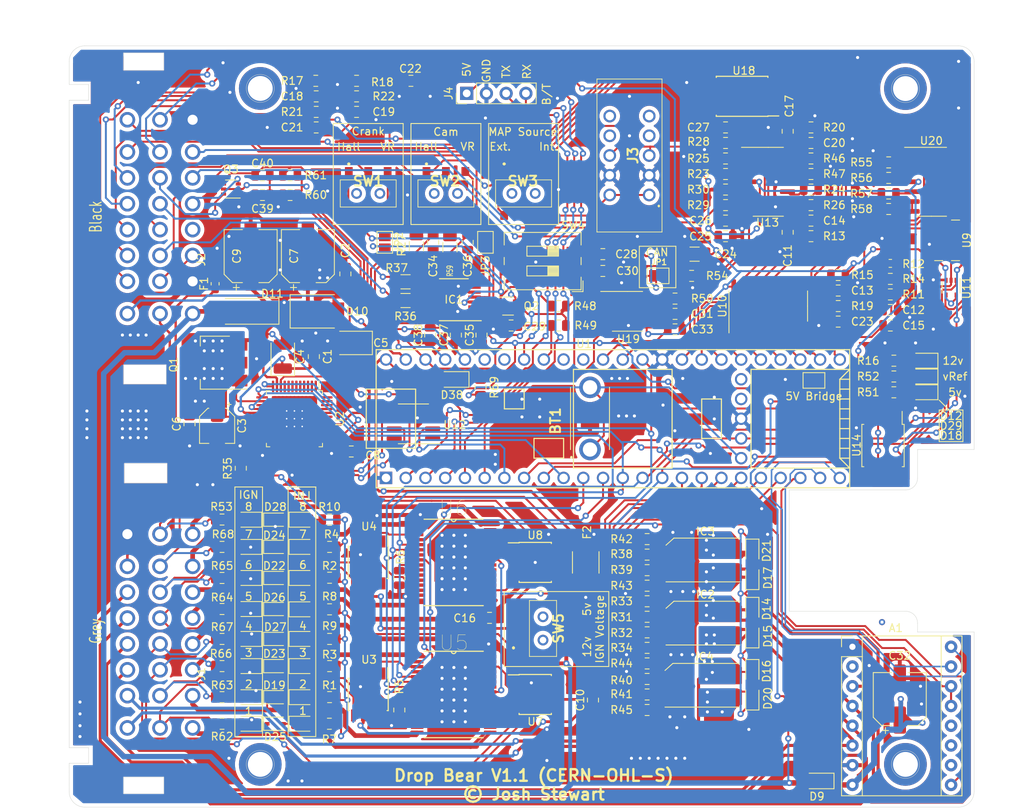
<source format=kicad_pcb>
(kicad_pcb (version 20221018) (generator pcbnew)
  (layers (0 "F.Cu" signal) (31 "B.Cu" signal) (34 "B.Paste" user) (35 "F.Paste" user) (36 "B.SilkS" user "B.Silkscreen") (37 "F.SilkS" user "F.Silkscreen") (38 "B.Mask" user) (39 "F.Mask" user) (44 "Edge.Cuts" user))
  (net 0 "")
  (net 1 "INJ2")
  (net 2 "Net-(D1-Pad2)")
  (net 3 "INJ6")
  (net 4 "Net-(D2-Pad2)")
  (net 5 "Net-(D3-Pad2)")
  (net 6 "INJ1")
  (net 7 "Net-(D4-Pad2)")
  (net 8 "INJ5")
  (net 9 "Net-(D5-Pad2)")
  (net 10 "INJ4")
  (net 11 "Net-(D6-Pad2)")
  (net 12 "INJ8")
  (net 13 "INJ3")
  (net 14 "Net-(D7-Pad2)")
  (net 15 "INJ7")
  (net 16 "Net-(D8-Pad2)")
  (net 17 "Net-(J2-PadA4)")
  (net 18 "12V-SW")
  (net 19 "OUTEN_1")
  (net 20 "GND")
  (net 21 "OUTEN_2")
  (net 22 "Net-(U2-Pad1)")
  (net 23 "Net-(U2-Pad2)")
  (net 24 "Net-(U2-Pad3)")
  (net 25 "Net-(U2-Pad4)")
  (net 26 "Net-(U2-Pad5)")
  (net 27 "Net-(U2-Pad6)")
  (net 28 "Net-(U2-Pad7)")
  (net 29 "Net-(U2-Pad8)")
  (net 30 "Net-(U2-Pad9)")
  (net 31 "Net-(U2-Pad19)")
  (net 32 "Net-(U2-Pad24)")
  (net 33 "Net-(U2-Pad25)")
  (net 34 "Net-(U2-Pad26)")
  (net 35 "Net-(U2-Pad27)")
  (net 36 "Net-(U2-Pad28)")
  (net 37 "Net-(U2-Pad29)")
  (net 38 "Net-(U2-Pad30)")
  (net 39 "Net-(U2-Pad31)")
  (net 40 "Net-(U2-Pad32)")
  (net 41 "Net-(U2-Pad33)")
  (net 42 "Net-(U2-Pad34)")
  (net 43 "Net-(U2-Pad39)")
  (net 44 "Net-(U2-Pad43)")
  (net 45 "Net-(U2-Pad44)")
  (net 46 "Net-(U2-Pad45)")
  (net 47 "Net-(U2-Pad46)")
  (net 48 "Net-(U2-Pad47)")
  (net 49 "Net-(U2-Pad48)")
  (net 50 "Net-(U3-Pad8)")
  (net 51 "IGN2")
  (net 52 "IGN_V+")
  (net 53 "IGN1")
  (net 54 "Net-(U3-Pad4)")
  (net 55 "Net-(U3-Pad2)")
  (net 56 "Net-(U3-Pad1)")
  (net 57 "Net-(U4-Pad8)")
  (net 58 "IGN6")
  (net 59 "IGN5")
  (net 60 "Net-(U4-Pad4)")
  (net 61 "Net-(U4-Pad2)")
  (net 62 "Net-(U4-Pad1)")
  (net 63 "Net-(U5-Pad2)")
  (net 64 "MC33810_1-CS")
  (net 65 "SCLK")
  (net 66 "MOSI")
  (net 67 "MISO")
  (net 68 "+3V3")
  (net 69 "Net-(U5-Pad10)")
  (net 70 "Net-(U5-Pad11)")
  (net 71 "Net-(U5-Pad12)")
  (net 72 "Net-(U5-Pad13)")
  (net 73 "Net-(U5-Pad15)")
  (net 74 "Net-(U5-Pad18)")
  (net 75 "Net-(U5-Pad19)")
  (net 76 "Net-(U5-Pad20)")
  (net 77 "Net-(U5-Pad21)")
  (net 78 "Net-(U5-Pad22)")
  (net 79 "Net-(U5-Pad23)")
  (net 80 "Net-(U5-Pad24)")
  (net 81 "Net-(U5-Pad26)")
  (net 82 "Net-(U5-Pad27)")
  (net 83 "Net-(U5-Pad28)")
  (net 84 "Net-(U5-Pad29)")
  (net 85 "Net-(U5-Pad30)")
  (net 86 "Net-(U5-Pad31)")
  (net 87 "Net-(U6-Pad31)")
  (net 88 "Net-(U6-Pad30)")
  (net 89 "Net-(U6-Pad29)")
  (net 90 "Net-(U6-Pad28)")
  (net 91 "Net-(U6-Pad27)")
  (net 92 "Net-(U6-Pad26)")
  (net 93 "Net-(U6-Pad24)")
  (net 94 "Net-(U6-Pad23)")
  (net 95 "Net-(U6-Pad22)")
  (net 96 "Net-(U6-Pad21)")
  (net 97 "Net-(U6-Pad20)")
  (net 98 "Net-(U6-Pad19)")
  (net 99 "Net-(U6-Pad18)")
  (net 100 "Net-(U6-Pad15)")
  (net 101 "Net-(U6-Pad13)")
  (net 102 "Net-(U6-Pad12)")
  (net 103 "Net-(U6-Pad11)")
  (net 104 "Net-(U6-Pad10)")
  (net 105 "MC33810_2-CS")
  (net 106 "Net-(U6-Pad2)")
  (net 107 "Net-(U7-Pad1)")
  (net 108 "IGN4")
  (net 109 "IGN3")
  (net 110 "Net-(U7-Pad8)")
  (net 111 "Net-(U8-Pad1)")
  (net 112 "IGN8")
  (net 113 "IGN7")
  (net 114 "Net-(U8-Pad8)")
  (net 115 "VDDA")
  (net 116 "O2_Sensor")
  (net 117 "Net-(C12-Pad1)")
  (net 118 "ADC-Clamp-10")
  (net 119 "ADC-Clamp-4")
  (net 120 "ADC-Clamp-5")
  (net 121 "TPS_Sensor")
  (net 122 "IAT_Sensor")
  (net 123 "CLT_Sensor")
  (net 124 "ADC-Clamp-3")
  (net 125 "ADC-Clamp-1")
  (net 126 "ADC-Clamp-2")
  (net 127 "ADC-Clamp-8")
  (net 128 "ADC-Clamp-9")
  (net 129 "ADC-Clamp-13")
  (net 130 "ADC-Clamp-11")
  (net 131 "MC33814-CS")
  (net 132 "+5V")
  (net 133 "Net-(C2-Pad1)")
  (net 134 "LAMPOUT")
  (net 135 "ADC-Clamp-6")
  (net 136 "ADC-Clamp-7")
  (net 137 "ADC-Clamp-12")
  (net 138 "ADC-Clamp-14")
  (net 139 "PROG")
  (net 140 "GNDA")
  (net 141 "RESET")
  (net 142 "MAP-5V")
  (net 143 "BARO-5V")
  (net 144 "IDLE-OUT")
  (net 145 "BOOST-OUT")
  (net 146 "FAN-OUT")
  (net 147 "FUELPUMP-OUT")
  (net 148 "CRANK-IN+")
  (net 149 "CRANK-IN-")
  (net 150 "CAM-IN+")
  (net 151 "CAM-IN-")
  (net 152 "MCU-D6")
  (net 153 "MCU-D0")
  (net 154 "Net-(R23-Pad1)")
  (net 155 "Net-(R24-Pad1)")
  (net 156 "Net-(R29-Pad1)")
  (net 157 "MCU-D1")
  (net 158 "MCU-A0")
  (net 159 "MCU-A1")
  (net 160 "MCU-A7")
  (net 161 "MCU-A2")
  (net 162 "CAN_H")
  (net 163 "CAN_L")
  (net 164 "Net-(D18-Pad2)")
  (net 165 "Net-(A1-Pad2)")
  (net 166 "Net-(A1-Pad10)")
  (net 167 "Net-(A1-Pad11)")
  (net 168 "Net-(A1-Pad12)")
  (net 169 "SPARE1-OUT")
  (net 170 "SPARE2-OUT")
  (net 171 "MAP_External")
  (net 172 "ROUT2")
  (net 173 "STEPPER-A1")
  (net 174 "MCU-D27")
  (net 175 "MCU-D26")
  (net 176 "MCU-D29")
  (net 177 "MCU-D28")
  (net 178 "MCU-D25")
  (net 179 "MCU-D24")
  (net 180 "MCU-D30")
  (net 181 "MCU-D31")
  (net 182 "MCU-D32")
  (net 183 "Net-(F2-Pad1)")
  (net 184 "MCU-D8")
  (net 185 "MCU-D7")
  (net 186 "Net-(IC1-Pad2)")
  (net 187 "Net-(R46-Pad1)")
  (net 188 "SPARE1_Sensor")
  (net 189 "O2-5V")
  (net 190 "TPS-5V")
  (net 191 "SPARE2_Sensor")
  (net 192 "Net-(R55-Pad1)")
  (net 193 "Net-(R57-Pad1)")
  (net 194 "Net-(U20-Pad8)")
  (net 195 "Net-(U20-Pad10)")
  (net 196 "Net-(U20-Pad12)")
  (net 197 "Net-(U20-Pad13)")
  (net 198 "Net-(C28-Pad2)")
  (net 199 "Net-(IC1-Pad7)")
  (net 200 "Net-(R50-Pad2)")
  (net 201 "MCU-D4")
  (net 202 "MCU-D3")
  (net 203 "MCU-A6")
  (net 204 "MCU-A3")
  (net 205 "MCU-A4")
  (net 206 "MCU-A5")
  (net 207 "Net-(D1-Pad1)")
  (net 208 "Net-(D2-Pad1)")
  (net 209 "Net-(D23-Pad2)")
  (net 210 "Net-(D24-Pad2)")
  (net 211 "Net-(D25-Pad2)")
  (net 212 "Net-(D26-Pad2)")
  (net 213 "Net-(D27-Pad2)")
  (net 214 "Net-(D28-Pad2)")
  (net 215 "MCU-D5")
  (net 216 "Net-(C34-Pad1)")
  (net 217 "Net-(C34-Pad2)")
  (net 218 "Net-(C36-Pad2)")
  (net 219 "Net-(C36-Pad1)")
  (net 220 "Net-(IC1-Pad12)")
  (net 221 "VR1-IN+")
  (net 222 "VR2-IN+")
  (net 223 "MCU-A9")
  (net 224 "MCU-A8")
  (net 225 "SPARE1-Digital")
  (net 226 "SPARE2-Digital")
  (net 227 "VPPSENS")
  (net 228 "VPPREF")
  (net 229 "Net-(J3-PadA4)")
  (net 230 "Net-(J3-PadA5)")
  (net 231 "Net-(J3-PadB4)")
  (net 232 "Net-(J3-PadB5)")
  (net 233 "Net-(A1-Pad8)")
  (net 234 "Net-(U9-Pad3)")
  (net 235 "Net-(U9-Pad8)")
  (net 236 "Net-(U9-Pad9)")
  (net 237 "Net-(U9-Pad10)")
  (net 238 "Net-(U9-Pad11)")
  (net 239 "Net-(U11-Pad4)")
  (net 240 "Net-(J3-PadA1)")
  (net 241 "Net-(U18-Pad1)")
  (net 242 "Net-(U18-Pad2)")
  (net 243 "Net-(R28-Pad1)")
  (net 244 "Net-(U18-Pad4)")
  (net 245 "Net-(D12-Pad2)")
  (net 246 "Net-(D29-Pad2)")
  (net 247 "12V-PROT")
  (net 248 "Net-(C30-Pad1)")
  (net 249 "Net-(U12-Pad7)")
  (net 250 "Net-(U12-Pad5)")
  (net 251 "Net-(U12-Pad1)")
  (net 252 "Net-(U12-Pad8)")
  (net 253 "Net-(D30-Pad2)")
  (net 254 "Net-(D31-Pad2)")
  (net 255 "Net-(D32-Pad2)")
  (net 256 "Net-(D33-Pad2)")
  (net 257 "Net-(D34-Pad2)")
  (net 258 "Net-(D35-Pad2)")
  (net 259 "Net-(D36-Pad2)")
  (net 260 "Net-(D37-Pad2)")
  (net 261 "VBat")
  (net 262 "Net-(D38-Pad1)")
  (net 263 "Net-(JP1-Pad2)")
  (net 264 "Net-(JP2-Pad1)")
  (net 265 "Net-(JP3-Pad2)")
  (net 266 "Net-(IC3-Pad1)")
  (net 267 "Net-(IC3-Pad3)")
  (net 268 "Net-(IC2-Pad3)")
  (net 269 "Net-(IC2-Pad1)")
  (net 270 "Net-(IC4-Pad1)")
  (net 271 "Net-(IC4-Pad3)")
  (footprint "LED_SMD:LED_0805_2012Metric" (layer "F.Cu") (at 188.5 93.5)
    (fp_text reference "D2" hide)
    (fp_text value "LED")
  )
  (footprint "LED_SMD:LED_0805_2012Metric" (layer "F.Cu") (at 188.5 89.5)
    (fp_text reference "D4" hide)
    (fp_text value "LED")
  )
  (footprint "LED_SMD:LED_0805_2012Metric" (layer "F.Cu") (at 188.5 86)
    (fp_text reference "D8" hide)
    (fp_text value "LED")
  )
  (footprint "Package_SO:SOIC-8_3.9x4.9mm_P1.27mm" (layer "F.Cu") (at 197 91.5 -90)
    (fp_text reference "U4")
    (fp_text value "TC4424A")
  )
  (footprint "Package_SO:SOIC-8_3.9x4.9mm_P1.27mm" (layer "F.Cu") (at 218.5 91.5)
    (fp_text reference "U8")
    (fp_text value "TC4424A")
  )
  (footprint "Resistor_SMD:R_0805_2012Metric" (layer "F.Cu") (at 192 112.268)
    (fp_text reference "R7")
    (fp_text value "1k")
  )
  (footprint "Resistor_SMD:R_0805_2012Metric" (layer "F.Cu") (at 201 110.5 -90)
    (fp_text reference "R5")
    (fp_text value "10k")
  )
  (footprint "LED_SMD:LED_0805_2012Metric" (layer "F.Cu") (at 188.5 101.349)
    (fp_text reference "D7" hide)
    (fp_text value "LED")
  )
  (footprint "LED_SMD:LED_0805_2012Metric" (layer "F.Cu") (at 188.5 112.268)
    (fp_text reference "D5" hide)
    (fp_text value "LED")
  )
  (footprint "LED_SMD:LED_0805_2012Metric" (layer "F.Cu") (at 188.5 104.849)
    (fp_text reference "D3" hide)
    (fp_text value "LED")
  )
  (footprint "Package_SO:SOIC-8_3.9x4.9mm_P1.27mm" (layer "F.Cu") (at 197 108.5 -90)
    (fp_text reference "U3")
    (fp_text value "TC4424A")
  )
  (footprint "Package_SO:SOIC-8_3.9x4.9mm_P1.27mm" (layer "F.Cu") (at 218.5 108.5)
    (fp_text reference "U7")
    (fp_text value "TC4424A")
  )
  (footprint "IC_Automotive:SOIC32-P0.65-33N" (layer "F.Cu") (at 208 108.5)
    (fp_text reference "U5")
    (fp_text value "MC33810" hide)
  )
  (footprint "LED_SMD:LED_0805_2012Metric" (layer "F.Cu") (at 188.5 108.849)
    (fp_text reference "D1" hide)
    (fp_text value "LED")
  )
  (footprint "Resistor_SMD:R_0805_2012Metric" (layer "F.Cu") (at 201 93.5 -90)
    (fp_text reference "R6")
    (fp_text value "10k")
  )
  (footprint "LED_SMD:LED_0805_2012Metric" (layer "F.Cu") (at 188.5 97.536)
    (fp_text reference "D6" hide)
    (fp_text value "LED")
  )
  (footprint "Capacitor_SMD:C_0805_2012Metric" (layer "F.Cu") (at 251 49 90)
    (fp_text reference "C11")
    (fp_text value "0.1uF")
  )
  (footprint "Capacitor_SMD:C_0805_2012Metric" (layer "F.Cu") (at 257.5 56.5)
    (fp_text reference "C13")
    (fp_text value "270nF")
  )
  (footprint "Capacitor_SMD:C_0805_2012Metric" (layer "F.Cu") (at 254 47.5)
    (fp_text reference "C14")
    (fp_text value "0.22uF")
  )
  (footprint "Capacitor_SMD:C_0805_2012Metric" (layer "F.Cu") (at 251 36 -90)
    (fp_text reference "C17")
    (fp_text value "0.1uF")
  )
  (footprint "Capacitor_SMD:C_0805_2012Metric" (layer "F.Cu") (at 195.5 33.5)
    (fp_text reference "C19")
    (fp_text value "0.1uF")
  )
  (footprint "Capacitor_SMD:C_0805_2012Metric" (layer "F.Cu") (at 254 37.5 180)
    (fp_text reference "C20")
    (fp_text value "0.22uF")
  )
  (footprint "Capacitor_SMD:C_0805_2012Metric" (layer "F.Cu") (at 202.5 29.5 180)
    (fp_text reference "C22")
    (fp_text value "0.22uF")
  )
  (footprint "Capacitor_SMD:C_0805_2012Metric" (layer "F.Cu") (at 243 47.5 180)
    (fp_text reference "C26")
    (fp_text value "1uF")
  )
  (footprint "Resistor_SMD:R_0805_2012Metric" (layer "F.Cu") (at 190.246 29.5)
    (fp_text reference "R17")
    (fp_text value "2.49k")
  )
  (footprint "Resistor_SMD:R_0805_2012Metric" (layer "F.Cu") (at 195.5 31.5 180)
    (fp_text reference "R22")
    (fp_text value "470R")
  )
  (footprint "Resistor_SMD:R_0805_2012Metric" (layer "F.Cu") (at 243 41.5 180)
    (fp_text reference "R23")
    (fp_text value "180k")
  )
  (footprint "Resistor_SMD:R_0805_2012Metric" (layer "F.Cu") (at 254 43.5)
    (fp_text reference "R24")
    (fp_text value "180k")
  )
  (footprint "Resistor_SMD:R_0805_2012Metric" (layer "F.Cu") (at 243 43.5)
    (fp_text reference "R30")
    (fp_text value "348k")
  )
  (footprint "Resistor_SMD:R_0805_2012Metric" (layer "F.Cu") (at 221.5 58.5)
    (fp_text reference "R48")
    (fp_text value "1k")
  )
  (footprint "Resistor_SMD:R_0805_2012Metric_Pad1.15x1.40mm_HandSolder" (layer "F.Cu") (at 232.904 110.5)
    (fp_text reference "R45")
    (fp_text value "100k")
  )
  (footprint "Resistor_SMD:R_0805_2012Metric_Pad1.15x1.40mm_HandSolder" (layer "F.Cu") (at 232.904 104.5 180)
    (fp_text reference "R44")
    (fp_text value "100k")
  )
  (footprint "Resistor_SMD:R_0805_2012Metric_Pad1.15x1.40mm_HandSolder" (layer "F.Cu") (at 232.904 94.5)
    (fp_text reference "R43")
    (fp_text value "100k")
  )
  (footprint "Resistor_SMD:R_0805_2012Metric_Pad1.15x1.40mm_HandSolder" (layer "F.Cu") (at 232.904 88.5)
    (fp_text reference "R42")
    (fp_text value "100k")
  )
  (footprint "Diode_SMD:D_SOD-323" (layer "F.Cu") (at 246.444 93.5 90)
    (fp_text reference "D17")
    (fp_text value "D")
  )
  (footprint "Diode_SMD:D_SOD-323" (layer "F.Cu") (at 246.444 105.5 -90)
    (fp_text reference "D16")
    (fp_text value "D")
  )
  (footprint "Diode_SMD:D_SOD-323" (layer "F.Cu") (at 246.444 101 90)
    (fp_text reference "D15")
    (fp_text value "D")
  )
  (footprint "Diode_SMD:D_SOD-323" (layer "F.Cu") (at 246.444 97.5 -90)
    (fp_text reference "D14")
    (fp_text value "D")
  )
  (footprint "Resistor_SMD:R_0805_2012Metric_Pad1.15x1.40mm_HandSolder" (layer "F.Cu") (at 232.904 102.5)
    (fp_text reference "R34")
    (fp_text value "100k")
  )
  (footprint "Resistor_SMD:R_0805_2012Metric_Pad1.15x1.40mm_HandSolder" (layer "F.Cu") (at 232.904 96.5 180)
    (fp_text reference "R33")
    (fp_text value "100k")
  )
  (footprint "Resistor_SMD:R_0805_2012Metric" (layer "F.Cu") (at 257.5 58.5)
    (fp_text reference "R19")
    (fp_text value "1k")
  )
  (footprint "Capacitor_SMD:C_0805_2012Metric" (layer "F.Cu") (at 190 65 90)
    (fp_text reference "C1")
    (fp_text value "0.1uF")
  )
  (footprint "Capacitor_SMD:C_0805_2012Metric" (layer "F.Cu") (at 194.056 54.356 90)
    (fp_text reference "C2")
    (fp_text value "0.1uF")
  )
  (footprint "Capacitor_Tantalum_SMD:CP_EIA-3528-21_Kemet-B" (layer "F.Cu") (at 186 65 90)
    (fp_text reference "C4")
    (fp_text value "47uF")
  )
  (footprint "Capacitor_Tantalum_SMD:CP_EIA-3528-21_Kemet-B" (layer "F.Cu") (at 195.072 63.246 180)
    (fp_text reference "C5")
    (fp_text value "47uF")
  )
  (footprint "Diode_SMD:D_SOD-323" (layer "F.Cu") (at 246.444 109 90)
    (fp_text reference "D20")
    (fp_text value "D")
  )
  (footprint "Diode_SMD:D_SOD-323" (layer "F.Cu") (at 246.444 90 -90)
    (fp_text reference "D21")
    (fp_text value "D")
  )
  (footprint "Package_SO:SOIC-8_3.9x4.9mm_P1.27mm" (layer "F.Cu") (at 230.375001 59.175001)
    (fp_text reference "U19")
    (fp_text value "MCP2562-E-SN")
  )
  (footprint "Capacitor_SMD:C_0805_2012Metric" (layer "F.Cu") (at 264.214 59)
    (fp_text reference "C12")
    (fp_text value "0.1uF")
  )
  (footprint "Capacitor_SMD:C_0805_2012Metric" (layer "F.Cu") (at 264.214 61)
    (fp_text reference "C15")
    (fp_text value "0.22uF")
  )
  (footprint "Capacitor_SMD:C_0805_2012Metric" (layer "F.Cu") (at 227.203 51.816 180)
    (fp_text reference "C28")
    (fp_text value "0.01uF")
  )
  (footprint "Capacitor_SMD:C_0805_2012Metric" (layer "F.Cu") (at 215.392 61)
    (fp_text reference "C29")
    (fp_text value "0.1uF")
  )
  (footprint "Resistor_SMD:R_0805_2012Metric" (layer "F.Cu") (at 264.214 55 180)
    (fp_text reference "R14")
    (fp_text value "470R")
  )
  (footprint "Resistor_SMD:R_0805_2012Metric" (layer "F.Cu") (at 257.5 54.5 180)
    (fp_text reference "R15")
    (fp_text value "2.4k")
  )
  (footprint "Resistor_SMD:R_0805_2012Metric" (layer "F.Cu") (at 195.5 29.5)
    (fp_text reference "R18")
    (fp_text value "2.49k")
  )
  (footprint "Resistor_SMD:R_0805_2012Metric" (layer "F.Cu") (at 254 39.5)
    (fp_text reference "R46")
    (fp_text value "180k")
  )
  (footprint "Resistor_SMD:R_0805_2012Metric" (layer "F.Cu") (at 221.5 61 180)
    (fp_text reference "R49")
    (fp_text value "1k")
  )
  (footprint "Package_SO:SOIC-16_3.9x9.9mm_P1.27mm" (layer "F.Cu") (at 248.5 58.5 90)
    (fp_text reference "U10")
    (fp_text value "SP720")
  )
  (footprint "Misc:AYZ0202AGRLC" (layer "F.Cu") (at 197 44)
    (fp_text reference "SW1")
    (fp_text value "SW_DPDT_x2" hide)
  )
  (footprint "Capacitor_SMD:C_0805_2012Metric" (layer "F.Cu") (at 257.5 60.5)
    (fp_text reference "C23")
    (fp_text value "270nF")
  )
  (footprint "Capacitor_SMD:C_0805_2012Metric" (layer "F.Cu") (at 243 49.5 180)
    (fp_text reference "C25")
    (fp_text value "0.01uF")
  )
  (footprint "Capacitor_SMD:C_0805_2012Metric" (layer "F.Cu") (at 243 35.5)
    (fp_text reference "C27")
    (fp_text value "0.1uF")
  )
  (footprint "Resistor_SMD:R_0805_2012Metric" (layer "F.Cu") (at 264.214 57 180)
    (fp_text reference "R11")
    (fp_text value "604R")
  )
  (footprint "Resistor_SMD:R_0805_2012Metric" (layer "F.Cu") (at 254 49.5)
    (fp_text reference "R13")
    (fp_text value "470R")
  )
  (footprint "Resistor_SMD:R_0805_2012Metric" (layer "F.Cu") (at 254 35.5 180)
    (fp_text reference "R20")
    (fp_text value "470R")
  )
  (footprint "Resistor_SMD:R_0805_2012Metric" (layer "F.Cu") (at 190.302 33.5 180)
    (fp_text reference "R21")
    (fp_text value "470R")
  )
  (footprint "Resistor_SMD:R_0805_2012Metric" (layer "F.Cu") (at 243 39.5)
    (fp_text reference "R25")
    (fp_text value "348k")
  )
  (footprint "Resistor_SMD:R_0805_2012Metric" (layer "F.Cu") (at 254 45.5 180)
    (fp_text reference "R26")
    (fp_text value "348k")
  )
  (footprint "Resistor_SMD:R_0805_2012Metric" (layer "F.Cu") (at 243 37.5)
    (fp_text reference "R28")
    (fp_text value "0")
  )
  (footprint "Resistor_SMD:R_0805_2012Metric" (layer "F.Cu") (at 254 41.5 180)
    (fp_text reference "R47")
    (fp_text value "348k")
  )
  (footprint "Resistor_SMD:R_0805_2012Metric" (layer "F.Cu") (at 264 40 180)
    (fp_text reference "R55")
    (fp_text value "180k")
  )
  (footprint "Resistor_SMD:R_0805_2012Metric" (layer "F.Cu") (at 264 42)
    (fp_text reference "R56")
    (fp_text value "348k")
  )
  (footprint "Resistor_SMD:R_0805_2012Metric" (layer "F.Cu") (at 264 44 180)
    (fp_text reference "R57")
    (fp_text value "180k")
  )
  (footprint "Resistor_SMD:R_0805_2012Metric" (layer "F.Cu") (at 264 46)
    (fp_text reference "R58")
    (fp_text value "348k")
  )
  (footprint "Package_SO:SOIC-14_3.9x8.7mm_P1.27mm" (layer "F.Cu") (at 248.5 42.5)
    (fp_text reference "U13")
    (fp_text value "LMV324LIDT")
  )
  (footprint "Package_SO:SOIC-14_3.9x8.7mm_P1.27mm" (layer "F.Cu") (at 269.5 42.5)
    (fp_text reference "U20")
    (fp_text value "LMV324LIDT")
  )
  (footprint "Fuse:Fuse_1812_4532Metric" (layer "F.Cu") (at 225 91.5 90)
    (fp_text reference "F2")
    (fp_text value "Polyfuse")
  )
  (footprint "Capacitor_SMD:C_0805_2012Metric" (layer "F.Cu") (at 173.99 73.66 -90)
    (fp_text reference "C6")
    (fp_text value "0.1uF")
  )
  (footprint "Capacitor_SMD:C_0805_2012Metric" (layer "F.Cu") (at 227.203 53.975)
    (fp_text reference "C30")
    (fp_text value "4700pF")
  )
  (footprint "Package_TO_SOT_SMD:SOT-363_SC-70-6" (layer "F.Cu") (at 215 58.5)
    (fp_text reference "Q2")
    (fp_text value "Q_DUAL_NMOS_S1G1D2S2G2D1")
  )
  (footprint "Resistor_SMD:R_0805_2012Metric_Pad1.15x1.40mm_HandSolder" (layer "F.Cu") (at 236.5 57.54 180)
    (fp_text reference "R50")
    (fp_text value "0R")
  )
  (footprint "Capacitor_SMD:C_0805_2012Metric" (layer "F.Cu") (at 236.5 61.5 180)
    (fp_text reference "C33")
    (fp_text value "0.1uF")
  )
  (footprint "Capacitor_SMD:C_0805_2012Metric" (layer "F.Cu") (at 236.5 59.5)
    (fp_text reference "C31")
    (fp_text value "0.1uF")
  )
  (footprint "Resistor_SMD:R_0805_2012Metric" (layer "F.Cu") (at 243 45.5 180)
    (fp_text reference "R29")
    (fp_text value "180k")
  )
  (footprint "Capacitor_SMD:C_1206_3216Metric" (layer "F.Cu") (at 239.014 51.816)
    (fp_text reference "C24")
    (fp_text value "100uF")
  )
  (footprint "Capacitor_SMD:C_0805_2012Metric" (layer "F.Cu") (at 190.302 31.5)
    (fp_text reference "C18")
    (fp_text value "0.1uF")
  )
  (footprint "Capacitor_SMD:C_0805_2012Metric" (layer "F.Cu") (at 194.818 77.216)
    (fp_text reference "C8")
    (fp_text value "0.1uF")
  )
  (footprint "Resistor_SMD:R_0603_1608Metric_Pad1.05x0.95mm_HandSolder" (layer "F.Cu") (at 264.214 53)
    (fp_text reference "R12")
    (fp_text value "3.88k")
  )
  (footprint "Resistor_SMD:R_0805_2012Metric" (layer "F.Cu") (at 180.594 79.375 -90)
    (fp_text reference "R35")
    (fp_text value "10k")
  )
  (footprint "Diode_SMD:D_SOD-323" (layer "F.Cu") (at 185.039 108.849)
    (fp_text reference "D19")
    (fp_text value "D")
  )
  (footprint "Diode_SMD:D_SOD-323" (layer "F.Cu") (at 185.039 93.5)
    (fp_text reference "D22")
    (fp_text value "D")
  )
  (footprint "Diode_SMD:D_SOD-323" (layer "F.Cu") (at 185.039 104.849)
    (fp_text reference "D23")
    (fp_text value "D")
  )
  (footprint "Diode_SMD:D_SOD-323" (layer "F.Cu") (at 185.039 89.5)
    (fp_text reference "D24")
    (fp_text value "D")
  )
  (footprint "Package_QFP:LQFP-48-1EP_7x7mm_P0.5mm_EP3.6x3.6mm_ThermalVias" (layer "F.Cu") (at 187.5 73 -90)
    (fp_text reference "U2")
    (fp_text value "MC33814")
  )
  (footprint "Capacitor_SMD:C_0805_2012Metric" (layer "F.Cu") (at 190.302 35.5 180)
    (fp_text reference "C21")
    (fp_text value "0.22uF")
  )
  (footprint "Capacitor_SMD:C_0805_2012Metric" (layer "F.Cu") (at 205.359 50.292 -90)
    (fp_text reference "C34")
    (fp_text value "1nF")
  )
  (footprint "Capacitor_SMD:C_0805_2012Metric" (layer "F.Cu") (at 209.804 50.292 90)
    (fp_text reference "C36")
    (fp_text value "1nF")
  )
  (footprint "Capacitor_SMD:C_0805_2012Metric" (layer "F.Cu") (at 208.28 62.23 -90)
    (fp_text reference "C37")
    (fp_text value "0.1uF")
  )
  (footprint "Capacitor_SMD:C_0805_2012Metric" (layer "F.Cu") (at 204.978 62.23 -90)
    (fp_text reference "C38")
    (fp_text value "1uF")
  )
  (footprint "Capacitor_SMD:C_0805_2012Metric" (layer "F.Cu") (at 211.582 62.23 -90)
    (fp_text reference "C35")
    (fp_text value "0.01uF")
  )
  (footprint "Package_SO:QSOP-16_3.9x4.9mm_P0.635mm" (layer "F.Cu") (at 208.026 57.658 180)
    (fp_text reference "IC1")
    (fp_text value "MAX9926UAEE_V+")
  )
  (footprint "Capacitor_SMD:C_0805_2012Metric" (layer "F.Cu") (at 183.388 44.196 180)
    (fp_text reference "C39")
    (fp_text value "0.01uF")
  )
  (footprint "Capacitor_SMD:C_0805_2012Metric" (layer "F.Cu") (at 183.388 41.656 180)
    (fp_text reference "C40")
    (fp_text value "0.01uF")
  )
  (footprint "Resistor_SMD:R_0805_2012Metric" (layer "F.Cu") (at 186.944 44.196)
    (fp_text reference "R60")
    (fp_text value "1k")
  )
  (footprint "Resistor_SMD:R_0805_2012Metric" (layer "F.Cu") (at 186.944 41.656)
    (fp_text reference "R61")
    (fp_text value "1k")
  )
  (footprint "Package_TO_SOT_SMD:SOT-363_SC-70-6" (layer "F.Cu") (at 179.324 43.434 180)
    (fp_text reference "Q3")
    (fp_text value "Q_DUAL_NMOS_S1G1D2S2G2D1")
  )
  (footprint "Fuse:Fuse_0603_1608Metric" (layer "F.Cu") (at 177.292 55.626 90)
    (fp_text reference "F1")
    (fp_text value "Polyfuse")
  )
  (footprint "Package_TO_SOT_SMD:SOT-223-3_TabPin2" (layer "F.Cu") (at 177.292 65.786 180)
    (fp_text reference "Q1")
    (fp_text value "Q_PNP_BCEC")
  )
  (footprint "Resistor_SMD:R_0805_2012Metric" (layer "F.Cu") (at 192.024 108.839 180)
    (fp_text reference "R1")
    (fp_text value "1k")
  )
  (footprint "Resistor_SMD:R_0805_2012Metric" (layer "F.Cu") (at 192.024 93.472 180)
    (fp_text reference "R2")
    (fp_text value "1k")
  )
  (footprint "Resistor_SMD:R_0805_2012Metric" (layer "F.Cu") (at 192.024 104.849 180)
    (fp_text reference "R3")
    (fp_text value "1k")
  )
  (footprint "Resistor_SMD:R_0805_2012Metric" (layer "F.Cu") (at 192.024 89.5 180)
    (fp_text reference "R4")
    (fp_text value "1k")
  )
  (footprint "Resistor_SMD:R_0805_2012Metric" (layer "F.Cu") (at 192.024 97.536)
    (fp_text reference "R8")
    (fp_text value "1k")
  )
  (footprint "Resistor_SMD:R_0805_2012Metric" (layer "F.Cu") (at 192.024 101.349)
    (fp_text reference "R9")
    (fp_text value "1k")
  )
  (footprint "Resistor_SMD:R_0805_2012Metric" (layer "F.Cu") (at 192.024 86)
    (fp_text reference "R10")
    (fp_text value "1k")
  )
  (footprint "Capacitor_SMD:CP_Elec_6.3x7.7" (layer "F.Cu") (at 265.43 109.093 90)
    (fp_text reference "C32")
    (fp_text value "100uF")
  )
  (footprint "Diode_SMD:D_PowerDI-123" (layer "F.Cu") (at 254.762 119.634 180)
    (fp_text reference "D9")
    (fp_text value "D_Schottky")
  )
  (footprint "Package_LGA:LGA-14_3x5mm_P0.8mm_LayoutBorder1x6y" (layer "F.Cu") (at 271.526 50.038)
    (fp_text reference "U9")
    (fp_text value "ADXL343")
  )
  (footprint "Package_TO_SOT_SMD:SOT-353_SC-70-5" (layer "F.Cu") (at 272.034 56.134 -90)
    (fp_text reference "U11")
    (fp_text value "74AHC1G32")
  )
  (footprint "Diode_SMD:D_SMB" (layer "F.Cu") (at 190.5 59.182)
    (fp_text reference "D10")
    (fp_text value "D_TVS")
  )
  (footprint "Misc:KP234" (layer "F.Cu") (at 246.38 31.496 180)
    (fp_text reference "U18")
    (fp_text value "KP234")
  )
  (footprint "Misc:EBC05DRXN" (layer "F.Cu") (at 233.172 44.196 90)
    (fp_text reference "J3")
    (fp_text value "EBC05DRXN" hide)
  )
  (footprint "Capacitor_SMD:CP_Elec_4x5.4" (layer "F.Cu") (at 177.546 73.914 -90)
    (fp_text reference "C3")
    (fp_text value "22uF")
  )
  (footprint "LED_SMD:LED_0805_2012Metric_Pad1.15x1.40mm_HandSolder" (layer "F.Cu") (at 268.478 65.532 180)
    (fp_text reference "D12")
    (fp_text value "LED")
  )
  (footprint "LED_SMD:LED_0805_2012Metric_Pad1.15x1.40mm_HandSolder" (layer "F.Cu") (at 268.478 69.592001 180)
    (fp_text reference "D18")
    (fp_text value "LED")
  )
  (footprint "LED_SMD:LED_0805_2012Metric_Pad1.15x1.40mm_HandSolder" (layer "F.Cu") (at 268.478 67.564 180)
    (fp_text reference "D29")
    (fp_text value "LED")
  )
  (footprint "Resistor_SMD:R_0805_2012Metric" (layer "F.Cu") (at 264.668 65.532)
    (fp_text reference "R16")
    (fp_text value "1k")
  )
  (footprint "Resistor_SMD:R_0805_2012Metric" (layer "F.Cu") (at 264.668 69.596)
    (fp_text reference "R51")
    (fp_text value "470R")
  )
  (footprint "Resistor_SMD:R_0805_2012Metric" (layer "F.Cu") (at 264.668 67.564)
    (fp_text reference "R52")
    (fp_text value "470R")
  )
  (footprint "Capacitor_SMD:CP_Elec_6.3x7.7" (layer "F.Cu") (at 189.23 52.07 90)
    (fp_text reference "C7")
    (fp_text value "33uF")
  )
  (footprint "Capacitor_SMD:CP_Elec_6.3x7.7" (layer "F.Cu") (at 181.864 52.07 90)
    (fp_text reference "C9")
    (fp_text value "33uF")
  )
  (footprint "Diode_SMD:D_SMA_Handsoldering" (layer "F.Cu") (at 181.102 59.182 180)
    (fp_text reference "D11")
    (fp_text value "D_Schottky")
  )
  (footprint "Resistor_SMD:R_0805_2012Metric_Pad1.15x1.40mm_HandSolder" (layer "F.Cu") (at 232.904 98.5 180)
    (fp_text reference "R31")
    (fp_text value "1k")
  )
  (footprint "Resistor_SMD:R_0805_2012Metric_Pad1.15x1.40mm_HandSolder" (layer "F.Cu") (at 232.904 100.5 180)
    (fp_text reference "R32")
    (fp_text value "1k")
  )
  (footprint "Resistor_SMD:R_0805_2012Metric_Pad1.15x1.40mm_HandSolder" (layer "F.Cu") (at 232.904 90.5 180)
    (fp_text reference "R38")
    (fp_text value "1k")
  )
  (footprint "Resistor_SMD:R_0805_2012Metric_Pad1.15x1.40mm_HandSolder" (layer "F.Cu") (at 232.904 92.5 180)
    (fp_text reference "R39")
    (fp_text value "1k")
  )
  (footprint "Resistor_SMD:R_0805_2012Metric_Pad1.15x1.40mm_HandSolder" (layer "F.Cu") (at 232.904 106.5 180)
    (fp_text reference "R40")
    (fp_text value "1k")
  )
  (footprint "Resistor_SMD:R_0805_2012Metric_Pad1.15x1.40mm_HandSolder" (layer "F.Cu") (at 232.904 108.5 180)
    (fp_text reference "R41")
    (fp_text value "1k")
  )
  (footprint "IC_Automotive:SOIC32-P0.65-33N" (layer "F.Cu") (at 208 91.5)
    (fp_text reference "U6")
    (fp_text value "MC33810" hide)
  )
  (footprint "Button_Switch_SMD:SW_DIP_SPSTx02_Slide_9.78x7.26mm_W8.61mm_P2.54mm" (layer "F.Cu") (at 219.456 52.705 180)
    (fp_text reference "SW4")
    (fp_text value "SW_DIP_x02")
  )
  (footprint "Package_SO:SOIC-8_3.9x4.9mm_P1.27mm" (layer "F.Cu") (at 202.819 73.66 180)
    (fp_text reference "U12")
    (fp_text value "TC4424A")
  )
  (footprint "Capacitor_SMD:C_0805_2012Metric" (layer "F.Cu") (at 225.933 109.22 90)
    (fp_text reference "C10")
    (fp_text value "1uF")
  )
  (footprint "Capacitor_SMD:C_0805_2012Metric" (layer "F.Cu") (at 212.617001 98.638001)
    (fp_text reference "C16")
    (fp_text value "0.1uF")
  )
  (footprint "Connector_Automotive:Delphi_Sicma_24_Grey" (layer "F.Cu") (at 158.496 100.33 -90)
    (fp_text reference "J1")
    (fp_text value "Delphi_Sicma_24")
  )
  (footprint "Connector_Automotive:Delphi_Sicma_24_Black" (layer "F.Cu") (at 158.496 46.99 -90)
    (fp_text reference "J2")
    (fp_text value "Delphi_Sicma_24")
  )
  (footprint "Misc:AYZ0202AGRLC" (layer "F.Cu") (at 207 44)
    (fp_text reference "SW2")
    (fp_text value "SW_DPDT_x2" hide)
  )
  (footprint "Diode_SMD:D_SOD-323" (layer "F.Cu") (at 185.039 86)
    (fp_text reference "D28")
    (fp_text value "D")
  )
  (footprint "LED_SMD:LED_0805_2012Metric" (layer "F.Cu") (at 181.61 86 180)
    (fp_text reference "D30" hide)
    (fp_text value "LED")
  )
  (footprint "Resistor_SMD:R_0805_2012Metric" (layer "F.Cu") (at 178.181 85.979 180)
    (fp_text reference "R53")
    (fp_text value "1k")
  )
  (footprint "LED_SMD:LED_0805_2012Metric" (layer "F.Cu") (at 181.61 112.268 180)
    (fp_text reference "D31" hide)
    (fp_text value "LED")
  )
  (footprint "LED_SMD:LED_0805_2012Metric" (layer "F.Cu") (at 181.61 108.849 180)
    (fp_text reference "D32" hide)
    (fp_text value "LED")
  )
  (footprint "LED_SMD:LED_0805_2012Metric" (layer "F.Cu") (at 181.61 97.5 180)
    (fp_text reference "D33" hide)
    (fp_text value "LED")
  )
  (footprint "LED_SMD:LED_0805_2012Metric" (layer "F.Cu") (at 181.61 93.5 180)
    (fp_text reference "D34" hide)
    (fp_text value "LED")
  )
  (footprint "LED_SMD:LED_0805_2012Metric" (layer "F.Cu") (at 181.61 104.849 180)
    (fp_text reference "D35" hide)
    (fp_text value "LED")
  )
  (footprint "LED_SMD:LED_0805_2012Metric" (layer "F.Cu") (at 181.61 101.346 180)
    (fp_text reference "D36" hide)
    (fp_text value "LED")
  )
  (footprint "LED_SMD:LED_0805_2012Metric" (layer "F.Cu") (at 181.61 89.5 180)
    (fp_text reference "D37" hide)
    (fp_text value "LED")
  )
  (footprint "Resistor_SMD:R_0805_2012Metric" (layer "F.Cu") (at 178.181 112.268 180)
    (fp_text reference "R62")
    (fp_text value "1k")
  )
  (footprint "Resistor_SMD:R_0805_2012Metric" (layer "F.Cu") (at 178.181 108.849 180)
    (fp_text reference "R63")
    (fp_text value "1k")
  )
  (footprint "Resistor_SMD:R_0805_2012Metric" (layer "F.Cu") (at 178.181 93.5 180)
    (fp_text reference "R65")
    (fp_text value "1k")
  )
  (footprint "Resistor_SMD:R_0805_2012Metric" (layer "F.Cu") (at 178.181 104.849 180)
    (fp_text reference "R66")
    (fp_text value "1k")
  )
  (footprint "Resistor_SMD:R_0805_2012Metric" (layer "F.Cu") (at 178.181 101.349 180)
    (fp_text reference "R67")
    (fp_text value "1k")
  )
  (footprint "Resistor_SMD:R_0805_2012Metric" (layer "F.Cu") (at 178.181 89.5 180)
    (fp_text reference "R68")
    (fp_text value "1k")
  )
  (footprint "Diode_SMD:D_SOD-323" (layer "F.Cu") (at 185.039 97.5)
    (fp_text reference "D26")
    (fp_text value "D")
  )
  (footprint "Resistor_SMD:R_0805_2012Metric" (layer "F.Cu") (at 178.181 97.5 180)
    (fp_text reference "R64")
    (fp_text value "1k")
  )
  (footprint "Module:Pololu_Breakout-16_15.2x20.3mm" (layer "F.Cu") (at 259.334 102.362)
    (fp_text reference "A1")
    (fp_text value "Pololu_Breakout_DRV8825")
  )
  (footprint "Package_SO:SOIC-8_5.23x5.23mm_P1.27mm" (layer "F.Cu") (at 263.271 76.454 -90)
    (fp_text reference "U14")
    (fp_text value "W25Q32JVSS")
  )
  (footprint "MountingHole:MountingHole_3.2mm_M3_ISO14580_Pad" (layer "F.Cu") (at 266.16 117.5)
    (fp_text reference "REF**" hide)
    (fp_text value "MountingHole_3.2mm_M3_ISO14580_Pad")
  )
  (footprint "MountingHole:MountingHole_3.2mm_M3_ISO14580_Pad" (layer "F.Cu") (at 266.16 30.5)
    (fp_text reference "REF**" hide)
    (fp_text value "MountingHole_3.2mm_M3_ISO14580_Pad")
  )
  (footprint "MountingHole:MountingHole_3.2mm_M3_ISO14580_Pad" (layer "F.Cu") (at 183.102 30.48)
    (fp_text reference "REF**" hide)
    (fp_text value "MountingHole_3.2mm_M3_ISO14580_Pad")
  )
  (footprint "MountingHole:MountingHole_3.2mm_M3_ISO14580_Pad" (layer "F.Cu") (at 183.102 117.5)
    (fp_text reference "REF**" hide)
    (fp_text value "MountingHole_3.2mm_M3_ISO14580_Pad")
  )
  (footprint "Diode_SMD:D_SOD-323" (layer "F.Cu") (at 185.039 112.268)
    (fp_text reference "D25")
    (fp_text value "D")
  )
  (footprint "Diode_SMD:D_SOD-323" (layer "F.Cu") (at 185.039 101.349)
    (fp_text reference "D27")
    (fp_text value "D")
  )
  (footprint "Shields:Teensy35_36-main-pins-only" (layer "F.Cu") (at 228.5 73)
    (fp_text reference "U1")
    (fp_text value "Teensy3.5")
  )
  (footprint "Misc:2999" (layer "F.Cu") (at 225.552 76.962 90)
    (fp_text reference "BT1")
    (fp_text value "Battery_Cell" hide)
  )
  (footprint "Diode_SMD:D_PowerDI-123" (layer "F.Cu") (at 207.772 67.945 180)
    (fp_text reference "D38")
    (fp_text value "D_Schottky")
  )
  (footprint "Resistor_SMD:R_0805_2012Metric" (layer "F.Cu") (at 211.455 68.961 90)
    (fp_text reference "R69")
    (fp_text value "1k")
  )
  (footprint "Resistor_SMD:R_1206_3216Metric" (layer "F.Cu") (at 203.2 50.8 -90)
    (fp_text reference "R27")
    (fp_text value "10k")
  )
  (footprint "Resistor_SMD:R_1206_3216Metric" (layer "F.Cu") (at 201.803 57.785)
    (fp_text reference "R36")
    (fp_text value "10k")
  )
  (footprint "Resistor_SMD:R_1206_3216Metric" (layer "F.Cu") (at 201.803 55.372)
    (fp_text reference "R37")
    (fp_text value "10k")
  )
  (footprint "Resistor_SMD:R_1206_3216Metric" (layer "F.Cu") (at 207.518 50.927 -90)
    (fp_text reference "R59")
    (fp_text value "10k")
  )
  (footprint "Jumper:SolderJumper-2_P1.3mm_Open_Pad1.0x1.5mm" (layer "F.Cu") (at 234.315 54.61)
    (fp_text reference "JP1")
    (fp_text value "Jumper_NO_Small")
  )
  (footprint "Resistor_SMD:R_0805_2012Metric_Pad1.15x1.40mm_HandSolder" (layer "F.Cu") (at 238.633 54.61 180)
    (fp_text reference "R54")
    (fp_text value "120R")
  )
  (footprint "Jumper:SolderJumper-2_P1.3mm_Open_Pad1.0x1.5mm" (layer "F.Cu") (at 199.136 50.292 -90)
    (fp_text reference "JP2")
    (fp_text value "Jumper_2_Open")
  )
  (footprint "Jumper:SolderJumper-2_P1.3mm_Open_Pad1.0x1.5mm" (layer "F.Cu") (at 212.09 50.292 90)
    (fp_text reference "JP3")
    (fp_text value "Jumper_2_Open")
  )
  (footprint "Misc:AYZ0202AGRLC" (layer "F.Cu") (at 217 44)
    (fp_text reference "SW3")
    (fp_text value "SW_DPDT_x2" hide)
  )
  (footprint "Misc:AYZ0202AGRLC" (layer "F.Cu") (at 219.5 100 90)
    (fp_text reference "SW5")
    (fp_text value "SW_DPDT_x2" hide)
  )
  (footprint "IC_Automotive:Diodes_SM8" (layer "F.Cu") (at 239.268 90.932)
    (fp_text reference "IC3")
    (fp_text value "ZXMS6006DT8")
  )
  (footprint "IC_Automotive:Diodes_SM8" (layer "F.Cu") (at 239.268 99.06)
    (fp_text reference "IC2")
    (fp_text value "ZXMS6006DT8")
  )
  (footprint "IC_Automotive:Diodes_SM8" (layer "F.Cu") (at 239.141 107.061)
    (fp_text reference "IC4")
    (fp_text value "ZXMS6006DT8")
  )
  (footprint "Jumper:SolderJumper-2_P1.3mm_Open_Pad1.0x1.5mm" (layer "F.Cu") (at 254.381 68.072)
    (fp_text reference "JP4" hide)
    (fp_text value "Jumper_2_Open")
  )
  (footprint "Connector_PinHeader_2.54mm:PinHeader_1x04_P2.54mm_Vertical" (layer "F.Cu") (at 209.677 31.115 90)
    (fp_text reference "J4")
    (fp_text value "Conn_01x04")
  )
  (gr_line (start 212.5 48) (end 212.5 35) (stroke (width 0.12)) (layer "F.SilkS"))
  (gr_line (start 202.5 35) (end 211.5 35) (stroke (width 0.12)) (layer "F.SilkS"))
  (gr_line (start 192.5 35) (end 201.5 35) (stroke (width 0.12)) (layer "F.SilkS"))
  (gr_line (start 270.51 75.946) (end 270.51 71.882) (stroke (width 0.12)) (layer "F.SilkS"))
  (gr_line (start 190.246 81.788) (end 190.246 113.919) (stroke (width 0.12)) (layer "F.SilkS"))
  (gr_line (start 186.69 113.919) (end 186.69 81.788) (stroke (width 0.12)) (layer "F.SilkS"))
  (gr_line (start 190.246 113.919) (end 186.69 113.919) (stroke (width 0.12)) (layer "F.SilkS"))
  (gr_line (start 186.69 81.788) (end 190.246 81.788) (stroke (width 0.12)) (layer "F.SilkS"))
  (gr_line (start 183.388 81.788) (end 183.388 113.919) (stroke (width 0.12)) (layer "F.SilkS"))
  (gr_line (start 179.832 81.788) (end 183.388 81.788) (stroke (width 0.12)) (layer "F.SilkS"))
  (gr_line (start 183.388 113.919) (end 179.832 113.919) (stroke (width 0.12)) (layer "F.SilkS"))
  (gr_line (start 179.832 113.919) (end 179.832 81.788) (stroke (width 0.12)) (layer "F.SilkS"))
  (gr_line (start 236.601 50.8) (end 231.902 50.8) (stroke (width 0.12)) (layer "F.SilkS"))
  (gr_line (start 214.503 104.902) (end 214.503 95.25) (stroke (width 0.12)) (layer "F.SilkS"))
  (gr_line (start 221.5 48) (end 212.5 48) (stroke (width 0.12)) (layer "F.SilkS"))
  (gr_line (start 201.5 48) (end 192.5 48) (stroke (width 0.12)) (layer "F.SilkS"))
  (gr_line (start 227.965 95.25) (end 227.965 104.902) (stroke (width 0.12)) (layer "F.SilkS"))
  (gr_line (start 211.5 35) (end 211.5 48) (stroke (width 0.12)) (layer "F.SilkS"))
  (gr_line (start 212.5 35) (end 221.5 35) (stroke (width 0.12)) (layer "F.SilkS"))
  (gr_line (start 192.5 48) (end 192.5 35) (stroke (width 0.12)) (layer "F.SilkS"))
  (gr_line (start 221.5 35) (end 221.5 48) (stroke (width 0.12)) (layer "F.SilkS"))
  (gr_line (start 227.965 104.902) (end 214.503 104.902) (stroke (width 0.12)) (layer "F.SilkS"))
  (gr_line (start 214.503 95.25) (end 227.965 95.25) (stroke (width 0.12)) (layer "F.SilkS"))
  (gr_line (start 211.5 48) (end 202.5 48) (stroke (width 0.12)) (layer "F.SilkS"))
  (gr_line (start 273.558 75.946) (end 270.51 75.946) (stroke (width 0.12)) (layer "F.SilkS"))
  (gr_line (start 201.5 35) (end 201.5 48) (stroke (width 0.12)) (layer "F.SilkS"))
  (gr_line (start 202.5 48) (end 202.5 35) (stroke (width 0.12)) (layer "F.SilkS"))
  (gr_line (start 273.558 71.882) (end 273.558 75.946) (stroke (width 0.12)) (layer "F.SilkS"))
  (gr_line (start 270.51 71.882) (end 273.558 71.882) (stroke (width 0.12)) (layer "F.SilkS"))
  (gr_line (start 236.601 56.134) (end 236.601 50.8) (stroke (width 0.12)) (layer "F.SilkS"))
  (gr_line (start 231.902 50.8) (end 231.902 56.134) (stroke (width 0.12)) (layer "F.SilkS"))
  (gr_line (start 186.69 81.788) (end 190.246 81.788) (stroke (width 0.12)) (layer "F.SilkS"))
  (gr_line (start 231.902 56.134) (end 236.601 56.134) (stroke (width 0.12)) (layer "F.SilkS"))
  (gr_line (start 271.78 71.882) (end 270.51 70.612) (stroke (width 0.12)) (layer "F.SilkS"))
  (gr_line (start 275 76.962) (end 275 27) (stroke (width 0.05)) (layer "Edge.Cuts"))
  (gr_line (start 160.5 123) (end 273 123) (stroke (width 0.05)) (layer "Edge.Cuts"))
  (gr_line (start 158.5 29.972) (end 158.5 27) (stroke (width 0.05)) (layer "Edge.Cuts"))
  (gr_line (start 171 66.04) (end 165.5 66.04) (stroke (width 0.05)) (layer "Edge.Cuts"))
  (gr_line (start 165.608 81.28) (end 165.608 78.74) (stroke (width 0.05)) (layer "Edge.Cuts"))
  (gr_line (start 170.688 119.126) (end 165.5 119.126) (stroke (width 0.05)) (layer "Edge.Cuts"))
  (gr_circle (center 183.102 117.5) (end 184.902 117.5) (stroke (width 0.05)) (fill none) (layer "Edge.Cuts"))
  (gr_circle (center 183.102 30.48) (end 184.902 30.48) (stroke (width 0.05)) (fill none) (layer "Edge.Cuts"))
  (gr_circle (center 266.16 30.5) (end 267.96 30.5) (stroke (width 0.05)) (fill none) (layer "Edge.Cuts"))
  (gr_circle (center 266.16 117.5) (end 267.96 117.5) (stroke (width 0.05)) (fill none) (layer "Edge.Cuts"))
  (gr_arc (start 275 121) (mid 274.414214 122.414214) (end 273 123) (stroke (width 0.05)) (layer "Edge.Cuts"))
  (gr_arc (start 160.5 123) (mid 159.085786 122.414214) (end 158.5 121) (stroke (width 0.05)) (layer "Edge.Cuts"))
  (gr_line (start 170.688 25.908) (end 165.5 25.908) (stroke (width 0.05)) (layer "Edge.Cuts"))
  (gr_line (start 170.688 28.154) (end 165.5 28.154) (stroke (width 0.05)) (layer "Edge.Cuts"))
  (gr_line (start 267.716 76.962) (end 275 76.962) (stroke (width 0.05)) (layer "Edge.Cuts"))
  (gr_line (start 267.716 80.645) (end 267.716 76.962) (stroke (width 0.05)) (layer "Edge.Cuts"))
  (gr_line (start 251.206 82.169) (end 266.192 82.169) (stroke (width 0.05)) (layer "Edge.Cuts"))
  (gr_line (start 251.206 97.79) (end 266.192 97.79) (stroke (width 0.05)) (layer "Edge.Cuts"))
  (gr_line (start 251.206 97.79) (end 251.206 82.169) (stroke (width 0.05)) (layer "Edge.Cuts"))
  (gr_arc (start 267.716 80.645) (mid 267.269631 81.722631) (end 266.192 82.169) (stroke (width 0.05)) (layer "Edge.Cuts"))
  (gr_line (start 273 25) (end 160.5 25) (stroke (width 0.05)) (layer "Edge.Cuts"))
  (gr_line (start 161 117.348) (end 161 115.348) (stroke (width 0.05)) (layer "Edge.Cuts"))
  (gr_line (start 275 121) (end 275 100.457) (stroke (width 0.05)) (layer "Edge.Cuts"))
  (gr_line (start 170.688 28.154) (end 170.688 25.908) (stroke (width 0.05)) (layer "Edge.Cuts"))
  (gr_line (start 161 115.348) (end 158.5 115.348) (stroke (width 0.05)) (layer "Edge.Cuts"))
  (gr_line (start 165.608 78.74) (end 171.108 78.74) (stroke (width 0.05)) (layer "Edge.Cuts"))
  (gr_line (start 170.688 121.285) (end 170.688 119.126) (stroke (width 0.05)) (layer "Edge.Cuts"))
  (gr_line (start 171 68.54) (end 171 66.04) (stroke (width 0.05)) (layer "Edge.Cuts"))
  (gr_line (start 158.496 117.348) (end 161 117.348) (stroke (width 0.05)) (layer "Edge.Cuts"))
  (gr_line (start 267.716 100.457) (end 267.716 99.314) (stroke (width 0.05)) (layer "Edge.Cuts"))
  (gr_line (start 158.496 117.348) (end 158.5 121) (stroke (width 0.05)) (layer "Edge.Cuts"))
  (gr_line (start 165.5 66.04) (end 165.5 68.54) (stroke (width 0.05)) (layer "Edge.Cuts"))
  (gr_line (start 171.108 78.74) (end 171.108 81.28) (stroke (width 0.05)) (layer "Edge.Cuts"))
  (gr_line (start 165.5 121.285) (end 170.688 121.285) (stroke (width 0.05)) (layer "Edge.Cuts"))
  (gr_line (start 161 29.972) (end 158.5 29.972) (stroke (width 0.05)) (layer "Edge.Cuts"))
  (gr_arc (start 158.5 27) (mid 159.085786 25.585786) (end 160.5 25) (stroke (width 0.05)) (layer "Edge.Cuts"))
  (gr_line (start 165.5 25.908) (end 165.5 28.154) (stroke (width 0.05)) (layer "Edge.Cuts"))
  (gr_line (start 165.5 119.126) (end 165.5 121.285) (stroke (width 0.05)) (layer "Edge.Cuts"))
  (gr_line (start 158.496 32.004) (end 161 32.004) (stroke (width 0.05)) (layer "Edge.Cuts"))
  (gr_line (start 275 100.457) (end 267.716 100.457) (stroke (width 0.05)) (layer "Edge.Cuts"))
  (gr_line (start 165.5 68.54) (end 171 68.54) (stroke (width 0.05)) (layer "Edge.Cuts"))
  (gr_line (start 158.5 115.348) (end 158.496 32.004) (stroke (width 0.05)) (layer "Edge.Cuts"))
  (gr_line (start 161 32.004) (end 161 29.972) (stroke (width 0.05)) (layer "Edge.Cuts"))
  (gr_arc (start 266.192 97.79) (mid 267.269631 98.236369) (end 267.716 99.314) (stroke (width 0.05)) (layer "Edge.Cuts"))
  (gr_arc (start 273 25) (mid 274.414214 25.585786) (end 275 27) (stroke (width 0.05)) (layer "Edge.Cuts"))
  (gr_line (start 171.108 81.28) (end 165.608 81.28) (stroke (width 0.05)) (layer "Edge.Cuts"))
  (gr_text "5v" (at 272.542 69.596) (layer "F.SilkS") (effects (font (size 1 1))))
  (gr_text "Black" (at 161.925 46.99 90) (layer "F.SilkS") (effects (font (size 1.5 1))))
  (gr_text "Drop Bear V1.1 (CERN-OHL-S)\n© Josh Stewart" (at 218.313 120.142) (layer "F.SilkS") (effects (font (size 1.5 1.5) (thickness 0.3))))
  (gr_text "CAN" (at 234.188 51.562) (layer "F.SilkS") (effects (font (size 1 1))))
  (gr_text "12v" (at 272.288 65.532) (layer "F.SilkS") (effects (font (size 1 1))))
  (gr_text "Grey" (at 161.925 100.33 90) (layer "F.SilkS") (effects (font (size 1.5 1))))
  (gr_text "vRef" (at 272.542 67.564) (layer "F.SilkS") (effects (font (size 1 1))))
  (via (at 263.144 99.187) (size 0.8) (drill 0.4) (layers "F.Cu" "B.Cu") (net 0))
  (segment (start 183.769 110.49) (end 193.675 110.49) (width 0.6) (layer "F.Cu") (net 1))
  (segment (start 183.769 110.49) (end 183.989 110.27) (width 0.25) (layer "F.Cu") (net 1))
  (segment (start 195.326 113.792) (end 202.184 113.792) (width 0.6) (layer "F.Cu") (net 1))
  (segment (start 174.396 109.753) (end 175.133 110.49) (width 0.6) (layer "F.Cu") (net 1))
  (segment (start 203.301 113.691) (end 203.2 113.792) (width 0.4) (layer "F.Cu") (net 1))
  (segment (start 183.989 110.27) (end 183.989 108.849) (width 0.25) (layer "F.Cu") (net 1))
  (segment (start 203.301 113.3768) (end 202.5992 113.3768) (width 0.4) (layer "F.Cu") (net 1))
  (segment (start 193.675 110.49) (end 194.056 110.871) (width 0.6) (layer "F.Cu") (net 1))
  (segment (start 174.396 108.655) (end 174.396 109.753) (width 0.6) (layer "F.Cu") (net 1))
  (segment (start 194.056 112.522) (end 195.326 113.792) (width 0.6) (layer "F.Cu") (net 1))
  (segment (start 175.133 110.49) (end 183.769 110.49) (width 0.6) (layer "F.Cu") (net 1))
  (segment (start 194.056 110.871) (end 194.056 112.522) (width 0.6) (layer "F.Cu") (net 1))
  (segment (start 203.2 113.792) (end 202.184 113.792) (width 0.4) (layer "F.Cu") (net 1))
  (segment (start 202.5992 113.3768) (end 202.184 113.792) (width 0.4) (layer "F.Cu") (net 1))
  (segment (start 203.301 113.3768) (end 203.301 113.691) (width 0.4) (layer "F.Cu") (net 1))
  (segment (start 189.4375 108.849) (end 191.0625 108.849) (width 0.25) (layer "F.Cu") (net 2))
  (segment (start 183.989 93.5) (end 183.989 94.835) (width 0.25) (layer "F.Cu") (net 3))
  (segment (start 203.301 96.3768) (end 203.1778 96.5) (width 0.4) (layer "F.Cu") (net 3))
  (segment (start 203.301 96.3768) (end 204.0728 96.3768) (width 0.4) (layer "F.Cu") (net 3))
  (segment (start 203.1778 96.5) (end 202.5 96.5) (width 0.4) (layer "F.Cu") (net 3))
  (segment (start 204.0728 96.3768) (end 204.0728 96.6632) (width 0.4) (layer "F.Cu") (net 3))
  (segment (start 204.0728 96.6632) (end 202.3368 96.6632) (width 0.4) (layer "F.Cu") (net 3))
  (segment (start 180.59 95) (end 174.731 95) (width 0.6) (layer "F.Cu") (net 3))
  (segment (start 183.989 94.835) (end 184.154 95) (width 0.25) (layer "F.Cu") (net 3))
  (segment (start 202 97) (end 196.06 97) (width 0.6) (layer "F.Cu") (net 3))
  (segment (start 194.06 95) (end 184.154 95) (width 0.6) (layer "F.Cu") (net 3))
  (segment (start 202.5 96.5) (end 202 97) (width 0.6) (layer "F.Cu") (net 3))
  (segment (start 202.3368 96.6632) (end 202 97) (width 0.4) (layer "F.Cu") (net 3))
  (segment (start 174.731 95) (end 174.396 95.335) (width 0.4) (layer "F.Cu") (net 3))
  (segment (start 196.06 97) (end 194.06 95) (width 0.6) (layer "F.Cu") (net 3))
  (segment (start 184.154 95) (end 180.59 95) (width 0.6) (layer "F.Cu") (net 3))
  (segment (start 189.5 93.5) (end 191.125 93.5) (width 0.25) (layer "F.Cu") (net 4))
  (segment (start 189.4375 104.849) (end 191.0865 104.849) (width 0.25) (layer "F.Cu") (net 5))
  (segment (start 192.79701 115.20001) (end 191.135 113.538) (width 0.6) (layer "F.Cu") (net 6))
  (segment (start 210.3026 115.189) (end 210.185 115.189) (width 0.4) (layer "F.Cu") (net 6))
  (segment (start 212.699 113.437) (end 212.699 113.3768) (width 0.4) (layer "F.Cu") (net 6))
  (segment (start 210.947 115.189) (end 210.185 115.189) (width 0.6) (layer "F.Cu") (net 6))
  (segment (start 212.699 113.3768) (end 212.1148 113.3768) (width 0.4) (layer "F.Cu") (net 6))
  (segment (start 184.023 113.538) (end 175.129 113.538) (width 0.6) (layer "F.Cu") (net 6))
  (segment (start 210.312 115.189) (end 210.947 115.189) (width 0.4) (layer "F.Cu") (net 6))
  (segment (start 210.185 115.189) (end 210.17399 115.20001) (width 0.6) (layer "F.Cu") (net 6))
  (segment (start 174.621 113.03) (end 174.396 112.805) (width 0.6) (layer "F.Cu") (net 6))
  (segment (start 175.129 113.538) (end 174.396 112.805) (width 0.6) (layer "F.Cu") (net 6))
  (segment (start 210.947 115.189) (end 212.699 113.437) (width 0.4) (layer "F.Cu") (net 6))
  (segment (start 210.17399 115.20001) (end 192.79701 115.20001) (width 0.6) (layer "F.Cu") (net 6))
  (segment (start 183.989 113.504) (end 183.989 112.268) (width 0.25) (layer "F.Cu") (net 6))
  (segment (start 191.135 113.538) (end 184.023 113.538) (width 0.6) (layer "F.Cu") (net 6))
  (segment (start 184.023 113.538) (end 183.989 113.504) (width 0.25) (layer "F.Cu") (net 6))
  (segment (start 210.693 115.189) (end 210.566 115.189) (width 0.4) (layer "F.Cu") (net 6))
  (segment (start 212.1148 113.3768) (end 210.3026 115.189) (width 0.4) (layer "F.Cu") (net 6))
  (segment (start 189.4375 89.5) (end 191.0625 89.5) (width 0.25) (layer "F.Cu") (net 7))
  (segment (start 213.3276 96.52) (end 211.3557 96.52) (width 0.4) (layer "F.Cu") (net 8))
  (segment (start 213.4708 96.3768) (end 213.3276 96.52) (width 0.4) (layer "F.Cu") (net 8))
  (segment (start 176.149 96.266) (end 174.396 98.019) (width 0.6) (layer "F.Cu") (net 8))
  (segment (start 211.3557 96.52) (end 209.0697 98.806) (width 0.6) (layer "F.Cu") (net 8))
  (segment (start 196.353916 98.806) (end 193.813916 96.266) (width 0.6) (layer "F.Cu") (net 8))
  (segment (start 209.0697 98.806) (end 196.353916 98.806) (width 0.6) (layer "F.Cu") (net 8))
  (segment (start 212.699 96.3768) (end 211.4989 96.3768) (width 0.4) (layer "F.Cu") (net 8))
  (segment (start 174.396 98.019) (end 174.396 98.665) (width 0.6) (layer "F.Cu") (net 8))
  (segment (start 184.277 96.266) (end 176.149 96.266) (width 0.6) (layer "F.Cu") (net 8))
  (segment (start 183.989 97.5) (end 183.989 96.554) (width 0.25) (layer "F.Cu") (net 8))
  (segment (start 180.594 96.266) (end 180.594 96.333) (width 0.25) (layer "F.Cu") (net 8))
  (segment (start 193.813916 96.266) (end 184.277 96.266) (width 0.6) (layer "F.Cu") (net 8))
  (segment (start 183.989 96.554) (end 184.277 96.266) (width 0.25) (layer "F.Cu") (net 8))
  (segment (start 212.699 96.3768) (end 213.4708 96.3768) (width 0.4) (layer "F.Cu") (net 8))
  (segment (start 191.0625 112.268) (end 189.4375 112.268) (width 0.25) (layer "F.Cu") (net 9))
  (segment (start 194.183 99.568) (end 184.085001 99.568) (width 0.6) (layer "F.Cu") (net 10))
  (segment (start 176.823 99.568) (end 174.396 101.995) (width 0.6) (layer "F.Cu") (net 10))
  (segment (start 212.699 103.6232) (end 212.699 103.1573) (width 0.4) (layer "F.Cu") (net 10))
  (segment (start 183.989 101.349) (end 183.989 100.874) (width 0.25) (layer "F.Cu") (net 10))
  (segment (start 210.9997 103.124) (end 210.90985 103.03415) (width 0.25) (layer "F.Cu") (net 10))
  (segment (start 184.085001 100.777999) (end 184.085001 99.568) (width 0.25) (layer "F.Cu") (net 10))
  (segment (start 184.085001 99.568) (end 176.823 99.568) (width 0.6) (layer "F.Cu") (net 10))
  (segment (start 212.699 103.1573) (end 212.6657 103.124) (width 0.4) (layer "F.Cu") (net 10))
  (segment (start 183.989 100.874) (end 184.085001 100.777999) (width 0.25) (layer "F.Cu") (net 10))
  (segment (start 211.4989 103.6232) (end 210.90985 103.03415) (width 0.6) (layer "F.Cu") (net 10))
  (segment (start 209.2217 101.346) (end 195.961 101.346) (width 0.6) (layer "F.Cu") (net 10))
  (segment (start 212.6657 103.124) (end 210.9997 103.124) (width 0.4) (layer "F.Cu") (net 10))
  (segment (start 195.961 101.346) (end 194.183 99.568) (width 0.6) (layer "F.Cu") (net 10))
  (segment (start 212.699 103.6232) (end 211.4989 103.6232) (width 0.4) (layer "F.Cu") (net 10))
  (segment (start 210.90985 103.03415) (end 209.2217 101.346) (width 0.6) (layer "F.Cu") (net 10))
  (segment (start 189.484 97.536) (end 191.109 97.536) (width 0.25) (layer "F.Cu") (net 11))
  (segment (start 174.396 86.529) (end 174.396 87.855) (width 0.6) (layer "F.Cu") (net 12))
  (segment (start 213.7583 86.4697) (end 213.6486 86.36) (width 0.4) (layer "F.Cu") (net 12))
  (segment (start 213.7491 86.6232) (end 213.7583 86.614) (width 0.25) (layer "F.Cu") (net 12))
  (segment (start 184.15 84.328) (end 176.597 84.328) (width 0.6) (layer "F.Cu") (net 12))
  (segment (start 183.989 84.489) (end 184.15 84.328) (width 0.25) (layer "F.Cu") (net 12))
  (segment (start 210.90085 86.02515) (end 209.2037 84.328) (width 0.6) (layer "F.Cu") (net 12))
  (segment (start 176.597 84.328) (end 176.399989 84.525011) (width 0.6) (layer "F.Cu") (net 12))
  (segment (start 213.7583 86.614) (end 213.7583 86.4697) (width 0.4) (layer "F.Cu") (net 12))
  (segment (start 211.2357 86.36) (end 210.90085 86.02515) (width 0.4) (layer "F.Cu") (net 12))
  (segment (start 176.399989 84.525011) (end 174.4 86.525) (width 0.6) (layer "F.Cu") (net 12))
  (segment (start 213.6486 86.36) (end 211.2357 86.36) (width 0.4) (layer "F.Cu") (net 12))
  (segment (start 212.699 86.6232) (end 213.7491 86.6232) (width 0.4) (layer "F.Cu") (net 12))
  (segment (start 209.2037 84.328) (end 184.15 84.328) (width 0.6) (layer "F.Cu") (net 12))
  (segment (start 211.4989 86.6232) (end 210.90085 86.02515) (width 0.6) (layer "F.Cu") (net 12))
  (segment (start 212.699 86.6232) (end 211.4989 86.6232) (width 0.4) (layer "F.Cu") (net 12))
  (segment (start 183.989 86) (end 183.989 84.489) (width 0.25) (layer "F.Cu") (net 12))
  (segment (start 203.708 103.378) (end 201.676 103.378) (width 0.6) (layer "F.Cu") (net 13))
  (segment (start 183.989 104.849) (end 183.989 103.666) (width 0.25) (layer "F.Cu") (net 13))
  (segment (start 203.301 103.6232) (end 204.2072 103.6232) (width 0.4) (layer "F.Cu") (net 13))
  (segment (start 184.277 103.378) (end 176.343 103.378) (width 0.6) (layer "F.Cu") (net 13))
  (segment (start 203.2922 103.632) (end 202.184 103.632) (width 0.4) (layer "F.Cu") (net 13))
  (segment (start 203.301 103.6232) (end 203.2922 103.632) (width 0.4) (layer "F.Cu") (net 13))
  (segment (start 183.989 103.666) (end 184.277 103.378) (width 0.25) (layer "F.Cu") (net 13))
  (segment (start 201.676 103.378) (end 184.277 103.378) (width 0.6) (layer "F.Cu") (net 13))
  (segment (start 176.343 103.378) (end 174.726001 104.994999) (width 0.6) (layer "F.Cu") (net 13))
  (segment (start 174.726001 104.994999) (end 174.396 105.325) (width 0.4) (layer "F.Cu") (net 13))
  (segment (start 203.962 103.378) (end 201.676 103.378) (width 0.4) (layer "F.Cu") (net 13))
  (segment (start 189.4375 101.349) (end 191.0865 101.349) (width 0.25) (layer "F.Cu") (net 14))
  (segment (start 203.256501 86.667699) (end 203.301 86.6232) (width 0.4) (layer "F.Cu") (net 15))
  (segment (start 184.023 87.884) (end 194.056 87.884) (width 0.6) (layer "F.Cu") (net 15))
  (segment (start 202.2509 86.6232) (end 202.295399 86.667699) (width 0.4) (layer "F.Cu") (net 15))
  (segment (start 204.216 86.36) (end 201.168 86.36) (width 0.4) (layer "F.Cu") (net 15))
  (segment (start 194.056 87.884) (end 195.326 86.614) (width 0.6) (layer "F.Cu") (net 15))
  (segment (start 180.594 87.884) (end 180.848 87.884) (width 0.6) (layer "F.Cu") (net 15))
  (segment (start 183.989 87.918) (end 184.023 87.884) (width 0.25) (layer "F.Cu") (net 15))
  (segment (start 203.301 86.6232) (end 203.345499 86.667699) (width 0.4) (layer "F.Cu") (net 15))
  (segment (start 195.326 86.614) (end 200.914 86.614) (width 0.6) (layer "F.Cu") (net 15))
  (segment (start 180.594 87.884) (end 184.023 87.884) (width 0.6) (layer "F.Cu") (net 15))
  (segment (start 174.396 92.005) (end 174.396 90.145) (width 0.6) (layer "F.Cu") (net 15))
  (segment (start 174.396 90.145) (end 176.657 87.884) (width 0.6) (layer "F.Cu") (net 15))
  (segment (start 176.657 87.884) (end 180.594 87.884) (width 0.6) (layer "F.Cu") (net 15))
  (segment (start 203.345499 86.667699) (end 203.908301 86.667699) (width 0.4) (layer "F.Cu") (net 15))
  (segment (start 200.914 86.614) (end 202.2417 86.614) (width 0.6) (layer "F.Cu") (net 15))
  (segment (start 183.989 89.5) (end 183.989 87.918) (width 0.25) (layer "F.Cu") (net 15))
  (segment (start 202.295399 86.667699) (end 203.256501 86.667699) (width 0.4) (layer "F.Cu") (net 15))
  (segment (start 201.168 86.36) (end 200.914 86.614) (width 0.4) (layer "F.Cu") (net 15))
  (segment (start 202.2417 86.614) (end 202.2509 86.6232) (width 0.6) (layer "F.Cu") (net 15))
  (segment (start 203.908301 86.667699) (end 204.216 86.36) (width 0.4) (layer "F.Cu") (net 15))
  (segment (start 189.4375 86) (end 191.0625 86) (width 0.25) (layer "F.Cu") (net 16))
  (segment (start 194 101.346004) (end 192.964496 101.346004) (width 0.25) (layer "F.Cu") (net 18))
  (segment (start 245.072 87.503) (end 244.944 87.503) (width 0.25) (layer "F.Cu") (net 18))
  (segment (start 213.720989 100.720989) (end 196.720989 100.720989) (width 0.25) (layer "F.Cu") (net 18))
  (segment (start 251.771685 119.888) (end 251.206 119.888) (width 0.7) (layer "F.Cu") (net 18))
  (segment (start 194.31 109.220004) (end 193.342504 109.220004) (width 0.25) (layer "F.Cu") (net 18))
  (segment (start 174.396 59.465) (end 174.679 59.182) (width 0.6) (layer "F.Cu") (net 18))
  (segment (start 264.79299 70.03786) (end 264.057198 70.773652) (width 0.25) (layer "F.Cu") (net 18))
  (segment (start 193.499647 112.830147) (end 192.9375 112.268) (width 0.25) (layer "F.Cu") (net 18))
  (segment (start 174.679 59.182) (end 177.546 59.182) (width 0.6) (layer "F.Cu") (net 18))
  (segment (start 193.35868 114) (end 193.499647 113.859033) (width 0.25) (layer "F.Cu") (net 18))
  (segment (start 222.5 104.5) (end 222.5 102.675) (width 0.5) (layer "F.Cu") (net 18))
  (segment (start 263.7305 65.532) (end 268.281989 60.980511) (width 0.25) (layer "F.Cu") (net 18))
  (segment (start 192.9375 89.5) (end 193.28401 89.5) (width 0.25) (layer "F.Cu") (net 18))
  (segment (start 192.9375 86) (end 194 86) (width 0.25) (layer "F.Cu") (net 18))
  (segment (start 246.444 88.875) (end 245.072 87.503) (width 0.25) (layer "F.Cu") (net 18))
  (segment (start 245.894 110.05) (end 244.944 111) (width 0.25) (layer "F.Cu") (net 18))
  (segment (start 216.675 102.5) (end 217.5 102.5) (width 0.25) (layer "F.Cu") (net 18))
  (segment (start 193.28401 89.5) (end 193.600001 89.184009) (width 0.25) (layer "F.Cu") (net 18))
  (segment (start 251.079 111.125) (end 251.079 109.347) (width 0.25) (layer "F.Cu") (net 18))
  (segment (start 268.281989 55.567989) (end 265.714 53) (width 0.25) (layer "F.Cu") (net 18))
  (segment (start 217.5 103.325) (end 216.675 102.5) (width 0.5) (layer "F.Cu") (net 18))
  (segment (start 222.25 102.5) (end 222.325 102.5) (width 0.25) (layer "F.Cu") (net 18))
  (segment (start 180.594 80.3125) (end 185.595486 80.3125) (width 0.25) (layer "F.Cu") (net 18))
  (segment (start 193.4375 94) (end 192.9375 93.5) (width 0.25) (layer "F.Cu") (net 18))
  (segment (start 185.595486 80.3125) (end 185.801 80.518014) (width 0.25) (layer "F.Cu") (net 18))
  (segment (start 244.944 95.5) (end 245.494 95.5) (width 0.25) (layer "F.Cu") (net 18))
  (segment (start 245.894 104.45) (end 244.944 103.5) (width 0.25) (layer "F.Cu") (net 18))
  (segment (start 245.494 95.5) (end 246.444 94.55) (width 0.25) (layer "F.Cu") (net 18))
  (segment (start 194.399999 98.399999) (end 194 98) (width 0.25) (layer "F.Cu") (net 18))
  (segment (start 253.237 119.634) (end 252.983 119.888) (width 0.7) (layer "F.Cu") (net 18))
  (segment (start 249.936 109.982) (end 251.079 111.125) (width 0.25) (layer "F.Cu") (net 18))
  (segment (start 217.5 102.5) (end 218.25 103.25) (width 0.25) (layer "F.Cu") (net 18))
  (segment (start 246.444 104.45) (end 245.894 104.45) (width 0.25) (layer "F.Cu") (net 18))
  (segment (start 246.444 88.95) (end 246.444 88.875) (width 0.25) (layer "F.Cu") (net 18))
  (segment (start 246.512 109.982) (end 249.936 109.982) (width 0.25) (layer "F.Cu") (net 18))
  (segment (start 196.720989 100.720989) (end 194.399999 98.399999) (width 0.25) (layer "F.Cu") (net 18))
  (segment (start 193.600001 89.184009) (end 194 88.78401) (width 0.25) (layer "F.Cu") (net 18))
  (segment (start 194 98) (end 193.4255 98) (width 0.25) (layer "F.Cu") (net 18))
  (segment (start 193.499647 113.859033) (end 193.499647 112.830147) (width 0.25) (layer "F.Cu") (net 18))
  (segment (start 263.7305 65.532) (end 264.79299 66.59449) (width 0.25) (layer "F.Cu") (net 18))
  (segment (start 251.079 114.173) (end 251.079 111.125) (width 0.25) (layer "F.Cu") (net 18))
  (segment (start 264.79299 66.59449) (end 264.79299 70.03786) (width 0.25) (layer "F.Cu") (net 18))
  (segment (start 193.4255 98) (end 192.9615 97.536) (width 0.25) (layer "F.Cu") (net 18))
  (segment (start 246.444 102) (end 244.944 103.5) (width 0.25) (layer "F.Cu") (net 18))
  (segment (start 217.5 104.5) (end 213.720989 100.720989) (width 0.25) (layer "F.Cu") (net 18))
  (segment (start 221.5 103.25) (end 222.25 102.5) (width 0.25) (layer "F.Cu") (net 18))
  (segment (start 246.444 110.05) (end 245.894 110.05) (width 0.25) (layer "F.Cu") (net 18))
  (segment (start 245.494 95.5) (end 246.444 96.45) (width 0.25) (layer "F.Cu") (net 18))
  (segment (start 251.079 109.347) (end 250.444 108.712) (width 0.25) (layer "F.Cu") (net 18))
  (segment (start 246.444 110.05) (end 246.512 109.982) (width 0.25) (layer "F.Cu") (net 18))
  (segment (start 222.5 102.675) (end 222.325 102.5) (width 0.25) (layer "F.Cu") (net 18))
  (segment (start 194 94) (end 193.4375 94) (width 0.25) (layer "F.Cu") (net 18))
  (segment (start 268.281989 60.980511) (end 268.281989 55.567989) (width 0.25) (layer "F.Cu") (net 18))
  (segment (start 194 104.394) (end 193.4165 104.394) (width 0.25) (layer "F.Cu") (net 18))
  (segment (start 222.5 104.5) (end 217.5 104.5) (width 0.5) (layer "F.Cu") (net 18))
  (segment (start 217.5 104.5) (end 217.5 103.325) (width 0.5) (layer "F.Cu") (net 18))
  (segment (start 192.964496 101.346004) (end 192.9615 101.349) (width 0.25) (layer "F.Cu") (net 18))
  (segment (start 193.4165 104.394) (end 192.9615 104.849) (width 0.25) (layer "F.Cu") (net 18))
  (segment (start 252.983 119.888) (end 251.771685 119.888) (width 0.7) (layer "F.Cu") (net 18))
  (segment (start 249.358685 70.773652) (end 248.793 70.773652) (width 0.25) (layer "F.Cu") (net 18))
  (segment (start 265.714 53) (end 265.089 53) (width 0.25) (layer "F.Cu") (net 18))
  (segment (start 264.057198 70.773652) (end 249.358685 70.773652) (width 0.25) (layer "F.Cu") (net 18))
  (segment (start 250.444 108.712) (end 249.682 108.712) (width 0.25) (layer "F.Cu") (net 18))
  (segment (start 193.342504 109.220004) (end 192.9615 108.839) (width 0.25) (layer "F.Cu") (net 18))
  (segment (start 218.25 103.25) (end 221.5 103.25) (width 0.25) (layer "F.Cu") (net 18))
  (via (at 194.31 109.220004) (size 0.8) (drill 0.4) (layers "F.Cu" "B.Cu") (net 18))
  (via (at 194 88.78401) (size 0.8) (drill 0.4) (layers "F.Cu" "B.Cu") (net 18))
  (via (at 194 104.394) (size 0.8) (drill 0.4) (layers "F.Cu" "B.Cu") (net 18))
  (via (at 194 94) (size 0.8) (drill 0.4) (layers "F.Cu" "B.Cu") (net 18))
  (via (at 222.5 104.5) (size 0.8) (drill 0.4) (layers "F.Cu" "B.Cu") (net 18))
  (via (at 193.499647 113.859033) (size 0.8) (drill 0.4) (layers "F.Cu" "B.Cu") (net 18))
  (via (at 194 98) (size 0.8) (drill 0.4) (layers "F.Cu" "B.Cu") (net 18))
  (via (at 244.944 111) (size 0.8) (drill 0.4) (layers "F.Cu" "B.Cu") (net 18))
  (via (at 185.801 80.518014) (size 0.8) (drill 0.4) (layers "F.Cu" "B.Cu") (net 18))
  (via (at 248.793 70.773652) (size 0.8) (drill 0.4) (layers "F.Cu" "B.Cu") (net 18))
  (via (at 251.206 119.888) (size 0.8) (drill 0.4) (layers "F.Cu" "B.Cu") (net 18))
  (via (at 244.944 103.5) (size 0.8) (drill 0.4) (layers "F.Cu" "B.Cu") (net 18))
  (via (at 244.944 95.5) (size 0.8) (drill 0.4) (layers "F.Cu" "B.Cu") (net 18))
  (via (at 194 86) (size 0.8) (drill 0.4) (layers "F.Cu" "B.Cu") (net 18))
  (via (at 244.983 87.503) (size 0.8) (drill 0.4) (layers "F.Cu" "B.Cu") (net 18))
  (via (at 251.079 114.173) (size 0.8) (drill 0.4) (layers "F.Cu" "B.Cu") (net 18))
  (via (at 249.682 108.712) (size 0.8) (drill 0.4) (layers "F.Cu" "B.Cu") (net 18))
  (via (at 194 101.346004) (size 0.8) (drill 0.4) (layers "F.Cu" "B.Cu") (net 18))
  (segment (start 249.682 85.09) (end 249.682 84.707) (width 0.25) (layer "B.Cu") (net 18))
  (segment (start 186.200999 80.918013) (end 185.801 80.518014) (width 0.25) (layer "B.Cu") (net 18))
  (segment (start 246.253 81.278) (end 246.253 80.01) (width 0.25) (layer "B.Cu") (net 18))
  (segment (start 251.079 119.761) (end 251.079 114.173) (width 0.25) (layer "B.Cu") (net 18))
  (segment (start 244.944 95.5) (end 244.944 87.503) (width 0.25) (layer "B.Cu") (net 18))
  (segment (start 176.698 116.5) (end 181.356 121.158) (width 0.7) (layer "B.Cu") (net 18))
  (segment (start 174.396 59.538) (end 169.434 64.5) (width 0.7) (layer "B.Cu") (net 18))
  (segment (start 249.682 84.707) (end 246.253 81.278) (width 0.25) (layer "B.Cu") (net 18))
  (segment (start 181.356 121.158) (end 221.996 121.158) (width 0.7) (layer "B.Cu") (net 18))
  (segment (start 194.31 113.04868) (end 194.31 109.785689) (width 0.25) (layer "B.Cu") (net 18))
  (segment (start 248.793 77.47) (end 248.793 70.773652) (width 0.25) (layer "B.Cu") (net 18))
  (segment (start 194 98) (end 194 101.346004) (width 0.25) (layer "B.Cu") (net 18))
  (segment (start 174.396 59.465) (end 174.396 59.538) (width 0.7) (layer "B.Cu") (net 18))
  (segment (start 165.522 116.5) (end 176.698 116.5) (width 0.7) (layer "B.Cu") (net 18))
  (segment (start 249.682 84.836) (end 249.682 108.712) (width 0.25) (layer "B.Cu") (net 18))
  (segment (start 162.941 67.183) (end 162.941 113.919) (width 0.7) (layer "B.Cu") (net 18))
  (segment (start 244.944 103.5) (end 244.944 95.5) (width 0.25) (layer "B.Cu") (net 18))
  (segment (start 165.624 64.5) (end 162.941 67.183) (width 0.7) (layer "B.Cu") (net 18))
  (segment (start 194 101.346004) (end 194 104.394) (width 0.25) (layer "B.Cu") (net 18))
  (segment (start 244.944 111) (end 244.944 103.5) (width 0.25) (layer "B.Cu") (net 18))
  (segment (start 194 108.910004) (end 194.31 109.220004) (width 0.25) (layer "B.Cu") (net 18))
  (segment (start 223 120) (end 223.112 119.888) (width 0.7) (layer "B.Cu") (net 18))
  (segment (start 246.253 80.01) (end 248.793 77.47) (width 0.25) (layer "B.Cu") (net 18))
  (segment (start 193.499647 113.859033) (end 194.31 113.04868) (width 0.25) (layer "B.Cu") (net 18))
  (segment (start 194 86) (end 191.282986 86) (width 0.25) (layer "B.Cu") (net 18))
  (segment (start 251.206 119.888) (end 251.079 119.761) (width 0.25) (layer "B.Cu") (net 18))
  (segment (start 223 120.154) (end 223 120) (width 0.7) (layer "B.Cu") (net 18))
  (segment (start 221.996 121.158) (end 223 120.154) (width 0.7) (layer "B.Cu") (net 18))
  (segment (start 191.282986 86) (end 186.200999 80.918013) (width 0.25) (layer "B.Cu") (net 18))
  (segment (start 223 120) (end 223 105) (width 0.5) (layer "B.Cu") (net 18))
  (segment (start 194 94) (end 194 98) (width 0.25) (layer "B.Cu") (net 18))
  (segment (start 194.31 109.785689) (end 194.31 109.220004) (width 0.25) (layer "B.Cu") (net 18))
  (segment (start 194 86) (end 194 88.78401) (width 0.25) (layer "B.Cu") (net 18))
  (segment (start 169.434 64.5) (end 165.624 64.5) (width 0.7) (layer "B.Cu") (net 18))
  (segment (start 223 105) (end 222.5 104.5) (width 0.5) (layer "B.Cu") (net 18))
  (segment (start 194 104.394) (end 194 108.910004) (width 0.25) (layer "B.Cu") (net 18))
  (segment (start 162.941 113.919) (end 165.522 116.5) (width 0.7) (layer "B.Cu") (net 18))
  (segment (start 250.640315 119.888) (end 251.206 119.888) (width 0.7) (layer "B.Cu") (net 18))
  (segment (start 223.112 119.888) (end 250.640315 119.888) (width 0.7) (layer "B.Cu") (net 18))
  (segment (start 194 94) (end 194 88.78401) (width 0.25) (layer "B.Cu") (net 18))
  (segment (start 201 108.9375) (end 201.1073 108.8302) (width 0.25) (layer "F.Cu") (net 19))
  (segment (start 201 109.5625) (end 201 108.9375) (width 0.25) (layer "F.Cu") (net 19))
  (segment (start 201.1073 108.8302) (end 203.301 108.8302) (width 0.25) (layer "F.Cu") (net 19))
  (segment (start 181.991263 98.056237) (end 181.876235 98.056237) (width 0.25) (layer "F.Cu") (net 20))
  (segment (start 210.751 56.706) (end 209.36 56.706) (width 0.25) (layer "F.Cu") (net 20))
  (segment (start 181.356 75.184) (end 181.79001 74.74999) (width 0.25) (layer "F.Cu") (net 20))
  (segment (start 269.24 49.549) (end 269.24 49.980315) (width 0.25) (layer "F.Cu") (net 20))
  (segment (start 249.600001 51.100001) (end 249.600001 49.462499) (width 0.25) (layer "F.Cu") (net 20))
  (segment (start 183.3375 74.75) (end 185.75 74.75) (width 0.25) (layer "F.Cu") (net 20))
  (segment (start 237.5 59.4375) (end 237.4375 59.5) (width 0.25) (layer "F.Cu") (net 20))
  (segment (start 182.5475 93.5) (end 181.963 93.5) (width 0.25) (layer "F.Cu") (net 20))
  (segment (start 230.5 60.434315) (end 230.5 61) (width 0.25) (layer "F.Cu") (net 20))
  (segment (start 183.4155 86.868) (end 182.5475 86) (width 0.25) (layer "F.Cu") (net 20))
  (segment (start 227.900001 58.540001) (end 228.270711 58.910711) (width 0.25) (layer "F.Cu") (net 20))
  (segment (start 181.963 93.5) (end 181.864 93.599) (width 0.25) (layer "F.Cu") (net 20))
  (segment (start 269.24 49.980315) (end 269.24 50.546) (width 0.25) (layer "F.Cu") (net 20))
  (segment (start 211.805301 58.780499) (end 211.805301 59.710501) (width 0.25) (layer "F.Cu") (net 20))
  (segment (start 209.11432 55.436) (end 209.002159 55.548161) (width 0.25) (layer "F.Cu") (net 20))
  (segment (start 209.002159 56.348159) (end 208.60216 55.94816) (width 0.25) (layer "F.Cu") (net 20))
  (segment (start 194.448501 78.522999) (end 193.330999 78.522999) (width 0.25) (layer "F.Cu") (net 20))
  (segment (start 182.5475 108.849) (end 182.5475 107.998498) (width 0.25) (layer "F.Cu") (net 20))
  (segment (start 210.751 55.436) (end 209.11432 55.436) (width 0.25) (layer "F.Cu") (net 20))
  (segment (start 191.6625 73.25) (end 191.164 73.25) (width 0.25) (layer "F.Cu") (net 20))
  (segment (start 181.991 111.76) (end 182.0395 111.76) (width 0.25) (layer "F.Cu") (net 20))
  (segment (start 200 112.5) (end 200 112.4375) (width 0.25) (layer "F.Cu") (net 20))
  (segment (start 228.270711 58.910711) (end 228.976396 58.910711) (width 0.25) (layer "F.Cu") (net 20))
  (segment (start 234.799 87.63) (end 233.929 88.5) (width 0.25) (layer "F.Cu") (net 20))
  (segment (start 210.751 58.61) (end 211.634802 58.61) (width 0.25) (layer "F.Cu") (net 20))
  (segment (start 188.75 74.25) (end 187.5 73) (width 0.25) (layer "F.Cu") (net 20))
  (segment (start 209.099127 59.775501) (end 208.918669 59.595043) (width 0.25) (layer "F.Cu") (net 20))
  (segment (start 211.805301 59.710501) (end 211.740301 59.775501) (width 0.25) (layer "F.Cu") (net 20))
  (segment (start 228.976396 58.910711) (end 230.5 60.434315) (width 0.25) (layer "F.Cu") (net 20))
  (segment (start 250.443763 48.618737) (end 251 48.0625) (width 0.25) (layer "F.Cu") (net 20))
  (segment (start 270.526 51.238) (end 270.526 50.438) (width 0.25) (layer "F.Cu") (net 20))
  (segment (start 185.75 74.75) (end 187.5 73) (width 0.25) (layer "F.Cu") (net 20))
  (segment (start 269.748 55.118) (end 271.318 55.118) (width 0.25) (layer "F.Cu") (net 20))
  (segment (start 183.3375 71.25) (end 185.75 71.25) (width 0.25) (layer "F.Cu") (net 20))
  (segment (start 182.0395 111.76) (end 182.5475 112.268) (width 0.25) (layer "F.Cu") (net 20))
  (segment (start 180.5 76.5) (end 181.356 76.5) (width 0.25) (layer "F.Cu") (net 20))
  (segment (start 193.330999 78.522999) (end 192.677999 77.869999) (width 0.25) (layer "F.Cu") (net 20))
  (segment (start 181.876235 98.056237) (end 181.864 98.044002) (width 0.25) (layer "F.Cu") (net 20))
  (segment (start 208.118671 58.795045) (end 208.51867 59.195044) (width 0.25) (layer "F.Cu") (net 20))
  (segment (start 181.737 105.6595) (end 182.5475 104.849) (width 0.25) (layer "F.Cu") (net 20))
  (segment (start 209.002159 55.548161) (end 208.60216 55.94816) (width 0.25) (layer "F.Cu") (net 20))
  (segment (start 188.77499 73.27499) (end 188.749999 73.249999) (width 0.25) (layer "F.Cu") (net 20))
  (segment (start 211.740301 59.775501) (end 209.099127 59.775501) (width 0.25) (layer "F.Cu") (net 20))
  (segment (start 210.751 59.88) (end 209.203626 59.88) (width 0.25) (layer "F.Cu") (net 20))
  (segment (start 182.5475 89.5) (end 181.899 89.5) (width 0.25) (layer "F.Cu") (net 20))
  (segment (start 191.6625 74.25) (end 188.75 74.25) (width 0.25) (layer "F.Cu") (net 20))
  (segment (start 184.3255 44.196) (end 184.3255 41.656) (width 0.25) (layer "F.Cu") (net 20))
  (segment (start 185.75 71.25) (end 187.5 73) (width 0.25) (layer "F.Cu") (net 20))
  (segment (start 207.299626 57.976) (end 208.118671 58.795045) (width 0.25) (layer "F.Cu") (net 20))
  (segment (start 205.301 57.976) (end 207.299626 57.976) (width 0.25) (layer "F.Cu") (net 20))
  (segment (start 236.22 87.63) (end 234.799 87.63) (width 0.25) (layer "F.Cu") (net 20))
  (segment (start 207.84432 56.706) (end 208.202161 56.348159) (width 0.25) (layer "F.Cu") (net 20))
  (segment (start 209.36 56.706) (end 209.002159 56.348159) (width 0.25) (layer "F.Cu") (net 20))
  (segment (start 269.951 48.838) (end 269.24 49.549) (width 0.25) (layer "F.Cu") (net 20))
  (segment (start 211.582 63.1675) (end 211.582 62.992) (width 0.25) (layer "F.Cu") (net 20))
  (segment (start 269.348 50.438) (end 269.24 50.546) (width 0.25) (layer "F.Cu") (net 20))
  (segment (start 181.356 76.5) (end 181.356 75.184) (width 0.25) (layer "F.Cu") (net 20))
  (segment (start 251.5625 37.5) (end 251 36.9375) (width 0.25) (layer "F.Cu") (net 20))
  (segment (start 181.991 100.711) (end 181.991 100.7895) (width 0.25) (layer "F.Cu") (net 20))
  (segment (start 181.79001 74.74999) (end 183.3375 74.74999) (width 0.25) (layer "F.Cu") (net 20))
  (segment (start 241.025 33.401) (end 241.025 34.4625) (width 0.25) (layer "F.Cu") (net 20))
  (segment (start 241.025 34.4625) (end 242.0625 35.5) (width 0.25) (layer "F.Cu") (net 20))
  (segment (start 249.600001 49.462499) (end 250.443763 48.618737) (width 0.25) (layer "F.Cu") (net 20))
  (segment (start 188.749999 73.249999) (end 188.5 73) (width 0.25) (layer "F.Cu") (net 20))
  (segment (start 195.7555 77.216) (end 194.448501 78.522999) (width 0.25) (layer "F.Cu") (net 20))
  (segment (start 208.918669 59.595043) (end 208.51867 59.195044) (width 0.25) (layer "F.Cu") (net 20))
  (segment (start 192.677999 77.869999) (end 192.278 77.47) (width 0.25) (layer "F.Cu") (net 20))
  (segment (start 211.634802 58.61) (end 211.805301 58.780499) (width 0.25) (layer "F.Cu") (net 20))
  (segment (start 253.0625 37.5) (end 251.5625 37.5) (width 0.25) (layer "F.Cu") (net 20))
  (segment (start 271.318 55.118) (end 271.384 55.184) (width 0.25) (layer "F.Cu") (net 20))
  (segment (start 181.899 89.5) (end 181.864 89.535) (width 0.25) (layer "F.Cu") (net 20))
  (segment (start 189.75 75.25) (end 187.5 73) (width 0.25) (layer "F.Cu") (net 20))
  (segment (start 191.164 73.25) (end 191.13901 73.27499) (width 0.25) (layer "F.Cu") (net 20))
  (segment (start 181.991 100.7895) (end 182.5475 101.346) (width 0.25) (layer "F.Cu") (net 20))
  (segment (start 270.526 50.438) (end 269.348 50.438) (width 0.25) (layer "F.Cu") (net 20))
  (segment (start 185.039 86.868) (end 183.4155 86.868) (width 0.25) (layer "F.Cu") (net 20))
  (segment (start 200 112.4375) (end 201 111.4375) (width 0.25) (layer "F.Cu") (net 20))
  (segment (start 270.526 48.838) (end 269.951 48.838) (width 0.25) (layer "F.Cu") (net 20))
  (segment (start 205.301 56.706) (end 207.84432 56.706) (width 0.25) (layer "F.Cu") (net 20))
  (segment (start 250 51.5) (end 249.600001 51.100001) (width 0.25) (layer "F.Cu") (net 20))
  (segment (start 181.737 105.664) (end 181.737 105.6595) (width 0.25) (layer "F.Cu") (net 20))
  (segment (start 208.202161 56.348159) (end 208.60216 55.94816) (width 0.25) (layer "F.Cu") (net 20))
  (segment (start 191.6625 75.25) (end 189.75 75.25) (width 0.25) (layer "F.Cu") (net 20))
  (segment (start 209.203626 59.88) (end 208.918669 59.595043) (width 0.25) (layer "F.Cu") (net 20))
  (segment (start 191.13901 73.27499) (end 188.77499 73.27499) (width 0.25) (layer "F.Cu") (net 20))
  (segment (start 182.5475 97.5) (end 181.991263 98.056237) (width 0.25) (layer "F.Cu") (net 20))
  (via (at 201.803 95.885) (size 0.8) (drill 0.4) (layers "F.Cu" "B.Cu") (net 20))
  (via (at 206.5 93.603) (size 0.8) (drill 0.4) (layers "F.Cu" "B.Cu") (net 20))
  (via (at 209.5 93.603) (size 0.8) (drill 0.4) (layers "F.Cu" "B.Cu") (net 20))
  (via (at 208.026 93.599) (size 0.8) (drill 0.4) (layers "F.Cu" "B.Cu") (net 20))
  (via (at 208.026 92.202) (size 0.8) (drill 0.4) (layers "F.Cu" "B.Cu") (net 20))
  (via (at 206.5 92.206) (size 0.8) (drill 0.4) (layers "F.Cu" "B.Cu") (net 20))
  (via (at 209.5 92.206) (size 0.8) (drill 0.4) (layers "F.Cu" "B.Cu") (net 20))
  (via (at 208.026 90.805) (size 0.8) (drill 0.4) (layers "F.Cu" "B.Cu") (net 20))
  (via (at 209.5 90.809) (size 0.8) (drill 0.4) (layers "F.Cu" "B.Cu") (net 20))
  (via (at 206.5 90.809) (size 0.8) (drill 0.4) (layers "F.Cu" "B.Cu") (net 20))
  (via (at 206.5 89.412) (size 0.8) (drill 0.4) (layers "F.Cu" "B.Cu") (net 20))
  (via (at 208.026 89.408) (size 0.8) (drill 0.4) (layers "F.Cu" "B.Cu") (net 20))
  (via (at 209.5 89.412) (size 0.8) (drill 0.4) (layers "F.Cu" "B.Cu") (net 20))
  (via (at 206.5 112.018) (size 0.8) (drill 0.4) (layers "F.Cu" "B.Cu") (net 20))
  (via (at 209.5 112.018) (size 0.8) (drill 0.4) (layers "F.Cu" "B.Cu") (net 20))
  (via (at 209.5 105.018) (size 0.8) (drill 0.4) (layers "F.Cu" "B.Cu") (net 20))
  (via (at 206.5 105.018) (size 0.8) (drill 0.4) (layers "F.Cu" "B.Cu") (net 20))
  (via (at 208.026 105.029) (size 0.8) (drill 0.4) (layers "F.Cu" "B.Cu") (net 20))
  (via (at 208.026 112.014) (size 0.8) (drill 0.4) (layers "F.Cu" "B.Cu") (net 20))
  (via (at 208.026 110.617) (size 0.8) (drill 0.4) (layers "F.Cu" "B.Cu") (net 20))
  (via (at 206.5 110.621) (size 0.8) (drill 0.4) (layers "F.Cu" "B.Cu") (net 20))
  (via (at 209.5 110.621) (size 0.8) (drill 0.4) (layers "F.Cu" "B.Cu") (net 20))
  (via (at 209.5 106.43) (size 0.8) (drill 0.4) (layers "F.Cu" "B.Cu") (net 20))
  (via (at 206.5 106.43) (size 0.8) (drill 0.4) (layers "F.Cu" "B.Cu") (net 20))
  (via (at 208.026 106.426) (size 0.8) (drill 0.4) (layers "F.Cu" "B.Cu") (net 20))
  (via (at 208.026 109.22) (size 0.8) (drill 0.4) (layers "F.Cu" "B.Cu") (net 20))
  (via (at 209.5 109.224) (size 0.8) (drill 0.4) (layers "F.Cu" "B.Cu") (net 20))
  (via (at 206.5 107.827) (size 0.8) (drill 0.4) (layers "F.Cu" "B.Cu") (net 20))
  (via (at 208.026 107.823) (size 0.8) (drill 0.4) (layers "F.Cu" "B.Cu") (net 20))
  (via (at 206.5 109.224) (size 0.8) (drill 0.4) (layers "F.Cu" "B.Cu") (net 20))
  (via (at 209.5 107.827) (size 0.8) (drill 0.4) (layers "F.Cu" "B.Cu") (net 20))
  (via (at 168.402 74.295) (size 0.8) (drill 0.4) (layers "F.Cu" "B.Cu") (net 20))
  (via (at 167.386 74.295) (size 0.8) (drill 0.4) (layers "F.Cu" "B.Cu") (net 20))
  (via (at 166.37 74.295) (size 0.8) (drill 0.4) (layers "F.Cu" "B.Cu") (net 20))
  (via (at 165.354 74.295) (size 0.8) (drill 0.4) (layers "F.Cu" "B.Cu") (net 20))
  (via (at 167.386 73.152) (size 0.8) (drill 0.4) (layers "F.Cu" "B.Cu") (net 20))
  (via (at 168.402 73.152) (size 0.8) (drill 0.4) (layers "F.Cu" "B.Cu") (net 20))
  (via (at 165.354 73.152) (size 0.8) (drill 0.4) (layers "F.Cu" "B.Cu") (net 20))
  (via (at 166.37 73.152) (size 0.8) (drill 0.4) (layers "F.Cu" "B.Cu") (net 20))
  (via (at 166.37 72.009) (size 0.8) (drill 0.4) (layers "F.Cu" "B.Cu") (net 20))
  (via (at 165.354 72.009) (size 0.8) (drill 0.4) (layers "F.Cu" "B.Cu") (net 20))
  (via (at 167.386 72.009) (size 0.8) (drill 0.4) (layers "F.Cu" "B.Cu") (net 20))
  (via (at 168.402 72.009) (size 0.8) (drill 0.4) (layers "F.Cu" "B.Cu") (net 20))
  (via (at 259.334 38.481) (size 0.8) (drill 0.4) (layers "F.Cu" "B.Cu") (net 20))
  (via (at 259.334 36.957) (size 0.8) (drill 0.4) (layers "F.Cu" "B.Cu") (net 20))
  (via (at 160.782 74.295) (size 0.8) (drill 0.4) (layers "F.Cu" "B.Cu") (net 20))
  (via (at 160.782 73.152) (size 0.8) (drill 0.4) (layers "F.Cu" "B.Cu") (net 20))
  (via (at 160.782 72.009) (size 0.8) (drill 0.4) (layers "F.Cu" "B.Cu") (net 20))
  (via (at 167.386 29.718) (size 0.8) (drill 0.4) (layers "F.Cu" "B.Cu") (net 20))
  (via (at 233.172 116.713) (size 0.8) (drill 0.4) (layers "F.Cu" "B.Cu") (net 20))
  (via (at 234.315 116.713) (size 0.8) (drill 0.4) (layers "F.Cu" "B.Cu") (net 20))
  (via (at 236.601 116.713) (size 0.8) (drill 0.4) (layers "F.Cu" "B.Cu") (net 20))
  (via (at 237.744 116.713) (size 0.8) (drill 0.4) (layers "F.Cu" "B.Cu") (net 20))
  (via (at 235.458 116.713) (size 0.8) (drill 0.4) (layers "F.Cu" "B.Cu") (net 20))
  (via (at 230.124 95.504) (size 0.8) (drill 0.4) (layers "F.Cu" "B.Cu") (net 20))
  (via (at 235.966 95.25) (size 0.8) (drill 0.4) (layers "F.Cu" "B.Cu") (net 20))
  (via (at 237.49 95.25) (size 0.8) (drill 0.4) (layers "F.Cu" "B.Cu") (net 20))
  (via (at 235.966 103.378) (size 0.8) (drill 0.4) (layers "F.Cu" "B.Cu") (net 20))
  (via (at 237.363 103.378) (size 0.8) (drill 0.4) (layers "F.Cu" "B.Cu") (net 20))
  (via (at 237.744 111.379) (size 0.8) (drill 0.4) (layers "F.Cu" "B.Cu") (net 20))
  (via (at 238.76 103.378) (size 0.8) (drill 0.4) (layers "F.Cu" "B.Cu") (net 20))
  (via (at 185.674 50.038) (size 0.8) (drill 0.4) (layers "F.Cu" "B.Cu") (net 20))
  (via (at 206.5 88) (size 0.8) (drill 0.4) (layers "F.Cu" "B.Cu") (net 20))
  (via (at 220 113) (size 0.8) (drill 0.4) (layers "F.Cu" "B.Cu") (net 20))
  (via (at 174 76.5) (size 0.8) (drill 0.4) (layers "F.Cu" "B.Cu") (net 20))
  (via (at 237.744 49.53) (size 0.8) (drill 0.4) (layers "F.Cu" "B.Cu") (net 20))
  (via (at 209.5 95) (size 0.8) (drill 0.4) (layers "F.Cu" "B.Cu") (net 20))
  (via (at 246 113) (size 0.8) (drill 0.4) (layers "F.Cu" "B.Cu") (net 20))
  (via (at 238.76 56.134) (size 0.8) (drill 0.4) (layers "F.Cu" "B.Cu") (net 20))
  (via (at 273 27) (size 0.8) (drill 0.4) (layers "F.Cu" "B.Cu") (net 20))
  (via (at 212.09 34.29) (size 0.8) (drill 0.4) (layers "F.Cu" "B.Cu") (net 20))
  (via (at 241.554 70.231) (size 0.8) (drill 0.4) (layers "F.Cu" "B.Cu") (net 20))
  (via (at 245.11 48.514) (size 0.8) (drill 0.4) (layers "F.Cu" "B.Cu") (net 20))
  (via (at 230.5 61) (size 0.8) (drill 0.4) (layers "F.Cu" "B.Cu") (net 20))
  (via (at 190.754 54.864) (size 0.8) (drill 0.4) (layers "F.Cu" "B.Cu") (net 20))
  (via (at 259.5 47) (size 0.8) (drill 0.4) (layers "F.Cu" "B.Cu") (net 20))
  (via (at 230.251 103.378) (size 0.8) (drill 0.4) (layers "F.Cu" "B.Cu") (net 20))
  (via (at 236.728 112.776) (size 0.8) (drill 0.4) (layers "F.Cu" "B.Cu") (net 20))
  (via (at 159.893 113.919) (size 0.8) (drill 0.4) (layers "F.Cu" "B.Cu") (net 20))
  (via (at 196 107.5) (size 0.8) (drill 0.4) (layers "F.Cu" "B.Cu") (net 20))
  (via (at 213.106 61.468) (size 0.8) (drill 0.4) (layers "F.Cu" "B.Cu") (net 20))
  (via (at 182.5475 107.998498) (size 0.8) (drill 0.4) (layers "F.Cu" "B.Cu") (net 20))
  (via (at 181.991 111.76) (size 0.8) (drill 0.4) (layers "F.Cu" "B.Cu") (net 20))
  (via (at 209.5 88) (size 0.8) (drill 0.4) (layers "F.Cu" "B.Cu") (net 20))
  (via (at 201 31.5) (size 0.8) (drill 0.4) (layers "F.Cu" "B.Cu") (net 20))
  (via (at 175 81.492) (size 0.8) (drill 0.4) (layers "F.Cu" "B.Cu") (net 20))
  (via (at 220 117) (size 0.8) (drill 0.4) (layers "F.Cu" "B.Cu") (net 20))
  (via (at 185.039 86.868) (size 0.8) (drill 0.4) (layers "F.Cu" "B.Cu") (net 20))
  (via (at 255 61) (size 0.8) (drill 0.4) (layers "F.Cu" "B.Cu") (net 20))
  (via (at 268.224 109.728) (size 0.8) (drill 0.4) (layers "F.Cu" "B.Cu") (net 20))
  (via (at 186.182 58.039) (size 0.8) (drill 0.4) (layers "F.Cu" "B.Cu") (net 20))
  (via (at 159.893 112.522) (size 0.8) (drill 0.4) (layers "F.Cu" "B.Cu") (net 20))
  (via (at 260 26.5) (size 0.8) (drill 0.4) (layers "F.Cu" "B.Cu") (net 20))
  (via (at 213.36 77.597) (size 0.8) (drill 0.4) (layers "F.Cu" "B.Cu") (net 20))
  (via (at 165.354 62.23) (size 0.8) (drill 0.4) (layers "F.Cu" "B.Cu") (net 20))
  (via (at 213.36 78.867) (size 0.8) (drill 0.4) (layers "F.Cu" "B.Cu") (net 20))
  (via (at 208.60216 55.94816) (size 0.8) (drill 0.4) (layers "F.Cu" "B.Cu") (net 20))
  (via (at 210.82 64.262) (size 0.8) (drill 0.4) (layers "F.Cu" "B.Cu") (net 20))
  (via (at 193.04 33.02) (size 0.8) (drill 0.4) (layers "F.Cu" "B.Cu") (net 20))
  (via (at 181.864 98.044002) (size 0.8) (drill 0.4) (layers "F.Cu" "B.Cu") (net 20))
  (via (at 237.998 29.718) (size 0.8) (drill 0.4) (layers "F.Cu" "B.Cu") (net 20))
  (via (at 218.567 52.832) (size 0.8) (drill 0.4) (layers "F.Cu" "B.Cu") (net 20))
  (via (at 225 96) (size 0.8) (drill 0.4) (layers "F.Cu" "B.Cu") (net 20))
  (via (at 230.632 36.576) (size 0.8) (drill 0.4) (layers "F.Cu" "B.Cu") (net 20))
  (via (at 242.062 53.086) (size 0.8) (drill 0.4) (layers "F.Cu" "B.Cu") (net 20))
  (via (at 269.748 61.468) (size 0.8) (drill 0.4) (layers "F.Cu" "B.Cu") (net 20))
  (via (at 177.546 51.054) (size 0.8) (drill 0.4) (layers "F.Cu" "B.Cu") (net 20))
  (via (at 186.69 119.634) (size 0.8) (drill 0.4) (layers "F.Cu" "B.Cu") (net 20))
  (via (at 216.789 70.485) (size 0.8) (drill 0.4) (layers "F.Cu" "B.Cu") (net 20))
  (via (at 219.075 72.771) (size 0.8) (drill 0.4) (layers "F.Cu" "B.Cu") (net 20))
  (via (at 208.51867 59.195044) (size 0.8) (drill 0.4) (layers "F.Cu" "B.Cu") (net 20))
  (via (at 191.77 54.864) (size 0.8) (drill 0.4) (layers "F.Cu" "B.Cu") (net 20))
  (via (at 180.34 45.72) (size 0.8) (drill 0.4) (layers "F.Cu" "B.Cu") (net 20))
  (via (at 179.07 49.53) (size 0.8) (drill 0.4) (layers "F.Cu" "B.Cu") (net 20))
  (via (at 234.95 71.247) (size 0.8) (drill 0.4) (layers "F.Cu" "B.Cu") (net 20))
  (via (at 168.402 62.23) (size 0.8) (drill 0.4) (layers "F.Cu" "B.Cu") (net 20))
  (via (at 203.708 85.344) (size 0.8) (drill 0.4) (layers "F.Cu" "B.Cu") (net 20))
  (via (at 247.65 84.582) (size 0.8) (drill 0.4) (layers "F.Cu" "B.Cu") (net 20))
  (via (at 219.075 70.485) (size 0.8) (drill 0.4) (layers "F.Cu" "B.Cu") (net 20))
  (via (at 229.87 52.832) (size 0.8) (drill 0.4) (layers "F.Cu" "B.Cu") (net 20))
  (via (at 183.388 77.724) (size 0.8) (drill 0.4) (layers "F.Cu" "B.Cu") (net 20))
  (via (at 262 38.5) (size 0.8) (drill 0.4) (layers "F.Cu" "B.Cu") (net 20))
  (via (at 230.886 116.713) (size 0.8) (drill 0.4) (layers "F.Cu" "B.Cu") (net 20))
  (via (at 185.42 45.72) (size 0.8) (drill 0.4) (layers "F.Cu" "B.Cu") (net 20))
  (via (at 250 51.5) (size 0.8) (drill 0.4) (layers "F.Cu" "B.Cu") (net 20))
  (via (at 160.782 75.438) (size 0.8) (drill 0.4) (layers "F.Cu" "B.Cu") (net 20))
  (via (at 208.026 94.996) (size 0.8) (drill 0.4) (layers "F.Cu" "B.Cu") (net 20))
  (via (at 167.386 75.438) (size 0.8) (drill 0.4) (layers "F.Cu" "B.Cu") (net 20))
  (via (at 267.462 71.628) (size 0.8) (drill 0.4) (layers "F.Cu" "B.Cu") (net 20))
  (via (at 235.839 111.379) (size 0.8) (drill 0.4) (layers "F.Cu" "B.Cu") (net 20))
  (via (at 230.378 67.818) (size 0.8) (drill 0.4) (layers "F.Cu" "B.Cu") (net 20))
  (via (at 238.887 95.25) (size 0.8) (drill 0.4) (layers "F.Cu" "B.Cu") (net 20))
  (via (at 254.5 34) (size 0.8) (drill 0.4) (layers "F.Cu" "B.Cu") (net 20))
  (via (at 268.097 107.442) (size 0.8) (drill 0.4) (layers "F.Cu" "B.Cu") (net 20))
  (via (at 198.12 85.471) (size 0.8) (drill 0.4) (layers "F.Cu" "B.Cu") (net 20))
  (via (at 195.961 71.501) (size 0.8) (drill 0.4) (layers "F.Cu" "B.Cu") (net 20))
  (via (at 261.493 104.775) (size 0.8) (drill 0.4) (layers "F.Cu" "B.Cu") (net 20))
  (via (at 185.674 53.848) (size 0.8) (drill 0.4) (layers "F.Cu" "B.Cu") (net 20))
  (via (at 191.77 62.992) (size 0.8) (drill 0.4) (layers "F.Cu" "B.Cu") (net 20))
  (via (at 181.991 100.711) (size 0.8) (drill 0.4) (layers "F.Cu" "B.Cu") (net 20))
  (via (at 196 90.5) (size 0.8) (drill 0.4) (layers "F.Cu" "B.Cu") (net 20))
  (via (at 273.812 70.104) (size 0.8) (drill 0.4) (layers "F.Cu" "B.Cu") (net 20))
  (via (at 159.893 109.474) (size 0.8) (drill 0.4) (layers "F.Cu" "B.Cu") (net 20))
  (via (at 188.468 119.634) (size 0.8) (drill 0.4) (layers "F.Cu" "B.Cu") (net 20))
  (via (at 250.698 67.945) (size 0.8) (drill 0.4) (layers "F.Cu" "B.Cu") (net 20))
  (via (at 226.06 87.884) (size 0.8) (drill 0.4) (layers "F.Cu" "B.Cu") (net 20))
  (via (at 192.278 77.47) (size 0.8) (drill 0.4) (layers "F.Cu" "B.Cu") (net 20))
  (via (at 193.04 29.972) (size 0.8) (drill 0.4) (layers "F.Cu" "B.Cu") (net 20))
  (via (at 190.246 61.976) (size 0.8) (drill 0.4) (layers "F.Cu" "B.Cu") (net 20))
  (via (at 179.07 116.713) (size 0.8) (drill 0.4) (layers "F.Cu" "B.Cu") (net 20))
  (via (at 177 81.492) (size 0.8) (drill 0.4) (layers "F.Cu" "B.Cu") (net 20))
  (via (at 238.633 87.63) (size 0.8) (drill 0.4) (layers "F.Cu" "B.Cu") (net 20))
  (via (at 198 34.5) (size 0.8) (drill 0.4) (layers "F.Cu" "B.Cu") (net 20))
  (via (at 269.24 50.546) (size 0.8) (drill 0.4) (layers "F.Cu" "B.Cu") (net 20))
  (via (at 241.046 77.47) (size 0.8) (drill 0.4) (layers "F.Cu" "B.Cu") (net 20))
  (via (at 202.057 44.196) (size 0.8) (drill 0.4) (layers "F.Cu" "B.Cu") (net 20))
  (via (at 241.554 73.025) (size 0.8) (drill 0.4) (layers "F.Cu" "B.Cu") (net 20))
  (via (at 231.648 49.53) (size 0.8) (drill 0.4) (layers "F.Cu" "B.Cu") (net 20))
  (via (at 204.978 31.496) (size 0.8) (drill 0.4) (layers "F.Cu" "B.Cu") (net 20))
  (via (at 206.5 95) (size 0.8) (drill 0.4) (layers "F.Cu" "B.Cu") (net 20))
  (via (at 187.706 30.48) (size 0.8) (drill 0.4) (layers "F.Cu" "B.Cu") (net 20))
  (via (at 259.334 44.958) (size 0.8) (drill 0.4) (layers "F.Cu" "B.Cu") (net 20))
  (via (at 229.616 55.499) (size 0.8) (drill 0.4) (layers "F.Cu" "B.Cu") (net 20))
  (via (at 200 112.5) (size 0.8) (drill 0.4) (layers "F.Cu" "B.Cu") (net 20))
  (via (at 200.025 68.199) (size 0.8) (drill 0.4) (layers "F.Cu" "B.Cu") (net 20))
  (via (at 236.474 74.549) (size 0.8) (drill 0.4) (layers "F.Cu" "B.Cu") (net 20))
  (via (at 187.198 80.264) (size 0.8) (drill 0.4) (layers "F.Cu" "B.Cu") (net 20))
  (via (at 180.5 76.5) (size 0.8) (drill 0.4) (layers "F.Cu" "B.Cu") (net 20))
  (via (at 267.462 63.246) (size 0.8) (drill 0.4) (layers "F.Cu" "B.Cu") (net 20))
  (via (at 243.84 51.054) (size 0.8) (drill 0.4) (layers "F.Cu" "B.Cu") (net 20))
  (via (at 260 55.5) (size 0.8) (drill 0.4) (layers "F.Cu" "B.Cu") (net 20))
  (via (at 249.428 45.72) (size 0.8) (drill 0.4) (layers "F.Cu" "B.Cu") (net 20))
  (via (at 229.362 67.818) (size 0.8) (drill 0.4) (layers "F.Cu" "B.Cu") (net 20))
  (via (at 218.5 91.5) (size 0.8) (drill 0.4) (layers "F.Cu" "B.Cu") (net 20))
  (via (at 168.402 75.438) (size 0.8) (drill 0.4) (layers "F.Cu" "B.Cu") (net 20))
  (via (at 179.197 30.988) (size 0.8) (drill 0.4) (layers "F.Cu" "B.Cu") (net 20))
  (via (at 190.754 53.848) (size 0.8) (drill 0.4) (layers "F.Cu" "B.Cu") (net 20))
  (via (at 230.251 105.537) (size 0.8) (drill 0.4) (layers "F.Cu" "B.Cu") (net 20))
  (via (at 208.026 88.011) (size 0.8) (drill 0.4) (layers "F.Cu" "B.Cu") (net 20))
  (via (at 266.7 59.944) (size 0.8) (drill 0.4) (layers "F.Cu" "B.Cu") (net 20))
  (via (at 240.284 38.354) (size 0.8) (drill 0.4) (layers "F.Cu" "B.Cu") (net 20))
  (via (at 216.789 72.771) (size 0.8) (drill 0.4) (layers "F.Cu" "B.Cu") (net 20))
  (via (at 166.37 62.23) (size 0.8) (drill 0.4) (layers "F.Cu" "B.Cu") (net 20))
  (via (at 263.144 49.784) (size 0.8) (drill 0.4) (layers "F.Cu" "B.Cu") (net 20))
  (via (at 232.029 116.713) (size 0.8) (drill 0.4) (layers "F.Cu" "B.Cu") (net 20))
  (via (at 220.218 87.884) (size 0.8) (drill 0.4) (layers "F.Cu" "B.Cu") (net 20))
  (via (at 167.386 62.23) (size 0.8) (drill 0.4) (layers "F.Cu" "B.Cu") (net 20))
  (via (at 230.251 72.644) (size 0.8) (drill 0.4) (layers "F.Cu" "B.Cu") (net 20))
  (via (at 181.737 105.664) (size 0.8) (drill 0.4) (layers "F.Cu" "B.Cu") (net 20))
  (via (at 237.617 39.243) (size 0.8) (drill 0.4) (layers "F.Cu" "B.Cu") (net 20))
  (via (at 248.5 35.5) (size 0.8) (drill 0.4) (layers "F.Cu" "B.Cu") (net 20))
  (via (at 221.361 31.75) (size 0.8) (drill 0.4) (layers "F.Cu" "B.Cu") (net 20))
  (via (at 184 35.5) (size 0.8) (drill 0.4) (layers "F.Cu" "B.Cu") (net 20))
  (via (at 273 33) (size 0.8) (drill 0.4) (layers "F.Cu" "B.Cu") (net 20))
  (via (at 259.842 74.168) (size 0.8) (drill 0.4) (layers "F.Cu" "B.Cu") (net 20))
  (via (at 191.77 43.688) (size 0.8) (drill 0.4) (layers "F.Cu" "B.Cu") (net 20))
  (via (at 203.327 72.898) (size 0.8) (drill 0.4) (layers "F.Cu" "B.Cu") (net 20))
  (via (at 259.334 42.672) (size 0.8) (drill 0.4) (layers "F.Cu" "B.Cu") (net 20))
  (via (at 263.525 63.246) (size 0.8) (drill 0.4) (layers "F.Cu" "B.Cu") (net 20))
  (via (at 231.267 72.644) (size 0.8) (drill 0.4) (layers "F.Cu" "B.Cu") (net 20))
  (via (at 165.354 75.438) (size 0.8) (drill 0.4) (layers "F.Cu" "B.Cu") (net 20))
  (via (at 230.632 31.496) (size 0.8) (drill 0.4) (layers "F.Cu" "B.Cu") (net 20))
  (via (at 212.5 102) (size 0.8) (drill 0.4) (layers "F.Cu" "B.Cu") (net 20))
  (via (at 237.49 67.818) (size 0.8) (drill 0.4) (layers "F.Cu" "B.Cu") (net 20))
  (via (at 256.5 40.5) (size 0.8) (drill 0.4) (layers "F.Cu" "B.Cu") (net 20))
  (via (at 188.5 63) (size 0.8) (drill 0.4) (layers "F.Cu" "B.Cu") (net 20))
  (via (at 181.864 89.535) (size 0.8) (drill 0.4) (layers "F.Cu" "B.Cu") (net 20))
  (via (at 248.412 87.884) (size 0.8) (drill 0.4) (layers "F.Cu" "B.Cu") (net 20))
  (via (at 178.308 27.178) (size 0.8) (drill 0.4) (layers "F.Cu" "B.Cu") (net 20))
  (via (at 249.5 42.5) (size 0.8) (drill 0.4) (layers "F.Cu" "B.Cu") (net 20))
  (via (at 218 107) (size 0.8) (drill 0.4) (layers "F.Cu" "B.Cu") (net 20))
  (via (at 236.22 87.63) (size 0.8) (drill 0.4) (layers "F.Cu" "B.Cu") (net 20))
  (via (at 229.235 72.644) (size 0.8) (drill 0.4) (layers "F.Cu" "B.Cu") (net 20))
  (via (at 182.626 65.278) (size 0.8) (drill 0.4) (layers "F.Cu" "B.Cu") (net 20))
  (via (at 269.748 55.118) (size 0.8) (drill 0.4) (layers "F.Cu" "B.Cu") (net 20))
  (via (at 228.346 67.818) (size 0.8) (drill 0.4) (layers "F.Cu" "B.Cu") (net 20))
  (via (at 221.5 43.5) (size 0.8) (drill 0.4) (layers "F.Cu" "B.Cu") (net 20))
  (via (at 159.893 110.998) (size 0.8) (drill 0.4) (layers "F.Cu" "B.Cu") (net 20))
  (via (at 166.37 75.438) (size 0.8) (drill 0.4) (layers "F.Cu" "B.Cu") (net 20))
  (via (at 181.864 93.599) (size 0.8) (drill 0.4) (layers "F.Cu" "B.Cu") (net 20))
  (segment (start 184 73) (end 180.5 76.5) (width 0.25) (layer "B.Cu") (net 20))
  (segment (start 187.5 73) (end 184 73) (width 0.25) (layer "B.Cu") (net 20))
  (segment (start 201 92.5625) (end 201 91.9375) (width 0.25) (layer "F.Cu") (net 21))
  (segment (start 201.1073 91.8302) (end 203.301 91.8302) (width 0.25) (layer "F.Cu") (net 21))
  (segment (start 201 91.9375) (end 201.1073 91.8302) (width 0.25) (layer "F.Cu") (net 21))
  (segment (start 176.148957 108.722618) (end 177.117118 108.722618) (width 0.25) (layer "F.Cu") (net 51))
  (segment (start 171.195999 107.655001) (end 170.196 108.655) (width 0.25) (layer "F.Cu") (net 51))
  (segment (start 197.635 110.175) (end 193.849001 106.389001) (width 0.25) (layer "F.Cu") (net 51))
  (segment (start 197.635 111.2) (end 197.635 110.175) (width 0.25) (layer "F.Cu") (net 51))
  (segment (start 174.875002 106.807) (end 172.044 106.807) (width 0.25) (layer "F.Cu") (net 51))
  (segment (start 177.117118 108.722618) (end 177.2435 108.849) (width 0.25) (layer "F.Cu") (net 51))
  (segment (start 193.849001 106.389001) (end 175.293001 106.389001) (width 0.25) (layer "F.Cu") (net 51))
  (segment (start 172.044 106.807) (end 171.195999 107.655001) (width 0.25) (layer "F.Cu") (net 51))
  (segment (start 175.293001 106.389001) (end 174.875002 106.807) (width 0.25) (layer "F.Cu") (net 51))
  (via (at 176.148957 108.722618) (size 0.8) (drill 0.4) (layers "F.Cu" "B.Cu") (net 51))
  (segment (start 174.926024 106.934) (end 176.148957 108.156933) (width 0.25) (layer "B.Cu") (net 51))
  (segment (start 176.148957 108.156933) (end 176.148957 108.722618) (width 0.25) (layer "B.Cu") (net 51))
  (segment (start 171.917 106.934) (end 174.926024 106.934) (width 0.25) (layer "B.Cu") (net 51))
  (segment (start 170.196 108.655) (end 171.917 106.934) (width 0.25) (layer "B.Cu") (net 51))
  (segment (start 224.365 109.135) (end 224.5 109) (width 0.35) (layer "F.Cu") (net 52))
  (segment (start 196.365 94.675) (end 197.575 95.885) (width 0.35) (layer "F.Cu") (net 52))
  (segment (start 211.679501 98.638001) (end 211.679501 99.438001) (width 0.35) (layer "F.Cu") (net 52))
  (segment (start 225.933 110.1575) (end 224.8425 110.1575) (width 0.25) (layer "F.Cu") (net 52))
  (segment (start 222 112) (end 221.134998 112) (width 0.35) (layer "F.Cu") (net 52))
  (segment (start 221 112) (end 222 112) (width 0.35) (layer "F.Cu") (net 52))
  (segment (start 224.5 106.589) (end 224.5 109) (width 0.35) (layer "F.Cu") (net 52))
  (segment (start 221.2 92.135) (end 220.285 92.135) (width 0.35) (layer "F.Cu") (net 52))
  (segment (start 224 100) (end 224.5 100.5) (width 0.35) (layer "F.Cu") (net 52))
  (segment (start 197.575 95.885) (end 198.062315 95.885) (width 0.35) (layer "F.Cu") (net 52))
  (segment (start 210.866979 99.995979) (end 198.581021 99.995979) (width 0.35) (layer "F.Cu") (net 52))
  (segment (start 196.365 94.2) (end 196.365 94.675) (width 0.35) (layer "F.Cu") (net 52))
  (segment (start 223 112) (end 222 112) (width 0.35) (layer "F.Cu") (net 52))
  (segment (start 219.5 112) (end 221 112) (width 0.35) (layer "F.Cu") (net 52))
  (segment (start 224.5 110.5) (end 223 112) (width 0.35) (layer "F.Cu") (net 52))
  (segment (start 224.8425 110.1575) (end 224.5 110.5) (width 0.25) (layer "F.Cu") (net 52))
  (segment (start 215.5 100) (end 215.495979 99.995979) (width 0.35) (layer "F.Cu") (net 52))
  (segment (start 222.325 100) (end 224 100) (width 0.35) (layer "F.Cu") (net 52))
  (segment (start 215.138 99.638) (end 215.5 100) (width 0.35) (layer "F.Cu") (net 52))
  (segment (start 216.675 100) (end 222.325 100) (width 0.35) (layer "F.Cu") (net 52))
  (segment (start 224.5 100.5) (end 224.5 106.589) (width 0.35) (layer "F.Cu") (net 52))
  (segment (start 196.365 111.2) (end 196.365 112.135) (width 0.35) (layer "F.Cu") (net 52))
  (segment (start 211.121523 99.995979) (end 210.866979 99.995979) (width 0.35) (layer "F.Cu") (net 52))
  (segment (start 220.725 109.135) (end 221.2 109.135) (width 0.35) (layer "F.Cu") (net 52))
  (segment (start 216.675 100) (end 215.5 100) (width 0.35) (layer "F.Cu") (net 52))
  (segment (start 221.2 109.135) (end 224.365 109.135) (width 0.35) (layer "F.Cu") (net 52))
  (segment (start 224.5 109) (end 224.5 110.5) (width 0.35) (layer "F.Cu") (net 52))
  (segment (start 215.495979 99.995979) (end 210.866979 99.995979) (width 0.35) (layer "F.Cu") (net 52))
  (segment (start 196.365 112.135) (end 196 112.5) (width 0.35) (layer "F.Cu") (net 52))
  (segment (start 211.679501 99.438001) (end 211.121523 99.995979) (width 0.35) (layer "F.Cu") (net 52))
  (segment (start 198.062315 95.885) (end 198.628 95.885) (width 0.35) (layer "F.Cu") (net 52))
  (segment (start 215.138 97.282) (end 215.138 99.638) (width 0.35) (layer "F.Cu") (net 52))
  (segment (start 220.285 92.135) (end 215.138 97.282) (width 0.35) (layer "F.Cu") (net 52))
  (via (at 198.628 95.885) (size 0.8) (drill 0.4) (layers "F.Cu" "B.Cu") (net 52))
  (via (at 196 112.5) (size 0.8) (drill 0.4) (layers "F.Cu" "B.Cu") (net 52))
  (via (at 198.581021 99.995979) (size 0.8) (drill 0.4) (layers "F.Cu" "B.Cu") (net 52))
  (via (at 219.5 112) (size 0.8) (drill 0.4) (layers "F.Cu" "B.Cu") (net 52))
  (segment (start 197 113.5) (end 218 113.5) (width 0.35) (layer "B.Cu") (net 52))
  (segment (start 218 113.5) (end 219.5 112) (width 0.35) (layer "B.Cu") (net 52))
  (segment (start 198.628 99.949) (end 198.581021 99.995979) (width 0.35) (layer "B.Cu") (net 52))
  (segment (start 196 112.5) (end 197 113.5) (width 0.35) (layer "B.Cu") (net 52))
  (segment (start 198.628 95.885) (end 198.628 99.949) (width 0.35) (layer "B.Cu") (net 52))
  (segment (start 173.666989 107.257011) (end 170.196 110.728) (width 0.25) (layer "F.Cu") (net 53))
  (segment (start 170.196 110.728) (end 170.196 111.390787) (width 0.25) (layer "F.Cu") (net 53))
  (segment (start 175.061402 107.257011) (end 173.666989 107.257011) (width 0.25) (layer "F.Cu") (net 53))
  (segment (start 176.455499 111.479999) (end 176.687263 111.711763) (width 0.25) (layer "F.Cu") (net 53))
  (segment (start 193.224004 106.934) (end 175.384413 106.934) (width 0.25) (layer "F.Cu") (net 53))
  (segment (start 170.196 112.805) (end 171.521001 111.479999) (width 0.25) (layer "F.Cu") (net 53))
  (segment (start 170.196 111.390787) (end 170.196 112.805) (width 0.25) (layer "F.Cu") (net 53))
  (segment (start 175.384413 106.934) (end 175.061402 107.257011) (width 0.25) (layer "F.Cu") (net 53))
  (segment (start 176.687263 111.711763) (end 177.2435 112.268) (width 0.25) (layer "F.Cu") (net 53))
  (segment (start 171.521001 111.479999) (end 176.455499 111.479999) (width 0.25) (layer "F.Cu") (net 53))
  (segment (start 195.095 111.2) (end 195.095 108.804996) (width 0.25) (layer "F.Cu") (net 53))
  (segment (start 195.095 108.804996) (end 193.224004 106.934) (width 0.25) (layer "F.Cu") (net 53))
  (segment (start 195.095 105.325) (end 195.095 105.8) (width 0.25) (layer "F.Cu") (net 54))
  (segment (start 196.145001 104.274999) (end 195.095 105.325) (width 0.25) (layer "F.Cu") (net 54))
  (segment (start 203.301 104.9186) (end 201.643793 104.9186) (width 0.25) (layer "F.Cu") (net 54))
  (segment (start 201.643793 104.9186) (end 201.000192 104.274999) (width 0.25) (layer "F.Cu") (net 54))
  (segment (start 201.000192 104.274999) (end 196.145001 104.274999) (width 0.25) (layer "F.Cu") (net 54))
  (segment (start 197.635 106.825) (end 197.635 105.8) (width 0.25) (layer "F.Cu") (net 55))
  (segment (start 201.44186 110.37501) (end 200.30816 110.37501) (width 0.25) (layer "F.Cu") (net 55))
  (segment (start 202.2509 112.0814) (end 202.175899 112.006399) (width 0.25) (layer "F.Cu") (net 55))
  (segment (start 200.30816 110.37501) (end 197.635 107.70185) (width 0.25) (layer "F.Cu") (net 55))
  (segment (start 202.175899 112.006399) (end 202.175899 111.109049) (width 0.25) (layer "F.Cu") (net 55))
  (segment (start 202.175899 111.109049) (end 201.44186 110.37501) (width 0.25) (layer "F.Cu") (net 55))
  (segment (start 203.301 112.0814) (end 202.2509 112.0814) (width 0.25) (layer "F.Cu") (net 55))
  (segment (start 197.635 107.70185) (end 197.635 106.825) (width 0.25) (layer "F.Cu") (net 55))
  (segment (start 197.635 93.725) (end 197.635 94.2) (width 0.25) (layer "F.Cu") (net 58))
  (segment (start 195.41 91.5) (end 197.635 93.725) (width 0.25) (layer "F.Cu") (net 58))
  (segment (start 176.84959 91.5) (end 195.41 91.5) (width 0.25) (layer "F.Cu") (net 58))
  (segment (start 170.196 95.335) (end 172.059 93.472) (width 0.25) (layer "F.Cu") (net 58))
  (segment (start 176.749 93.5) (end 176.149 94.1) (width 0.25) (layer "F.Cu") (net 58))
  (segment (start 172.059 93.472) (end 174.87759 93.472) (width 0.25) (layer "F.Cu") (net 58))
  (segment (start 174.87759 93.472) (end 176.84959 91.5) (width 0.25) (layer "F.Cu") (net 58))
  (segment (start 177.2435 93.5) (end 176.749 93.5) (width 0.25) (layer "F.Cu") (net 58))
  (via (at 176.149 94.1) (size 0.8) (drill 0.4) (layers "F.Cu" "B.Cu") (net 58))
  (segment (start 175.749001 93.700001) (end 171.830999 93.700001) (width 0.25) (layer "B.Cu") (net 58))
  (segment (start 176.149 94.1) (end 175.749001 93.700001) (width 0.25) (layer "B.Cu") (net 58))
  (segment (start 171.195999 94.335001) (end 170.196 95.335) (width 0.25) (layer "B.Cu") (net 58))
  (segment (start 171.830999 93.700001) (end 171.195999 94.335001) (width 0.25) (layer "B.Cu") (net 58))
  (segment (start 172.204999 95.148612) (end 173.373611 93.98) (width 0.25) (layer "F.Cu") (net 59))
  (segment (start 172.204999 96.656001) (end 172.204999 95.148612) (width 0.25) (layer "F.Cu") (net 59))
  (segment (start 193.549999 92.179999) (end 195.095 93.725) (width 0.25) (layer "F.Cu") (net 59))
  (segment (start 175.032001 99.990001) (end 171.521001 99.990001) (width 0.25) (layer "F.Cu") (net 59))
  (segment (start 176.687263 98.334739) (end 175.032001 99.990001) (width 0.25) (layer "F.Cu") (net 59))
  (segment (start 176.806001 92.179999) (end 193.549999 92.179999) (width 0.25) (layer "F.Cu") (net 59))
  (segment (start 175.006 93.98) (end 176.806001 92.179999) (width 0.25) (layer "F.Cu") (net 59))
  (segment (start 177.2435 97.5) (end 176.687263 98.056237) (width 0.25) (layer "F.Cu") (net 59))
  (segment (start 170.196 98.665) (end 172.204999 96.656001) (width 0.25) (layer "F.Cu") (net 59))
  (segment (start 171.521001 99.990001) (end 171.195999 99.664999) (width 0.25) (layer "F.Cu") (net 59))
  (segment (start 173.373611 93.98) (end 175.006 93.98) (width 0.25) (layer "F.Cu") (net 59))
  (segment (start 176.687263 98.056237) (end 176.687263 98.334739) (width 0.25) (layer "F.Cu") (net 59))
  (segment (start 195.095 93.725) (end 195.095 94.2) (width 0.25) (layer "F.Cu") (net 59))
  (segment (start 171.195999 99.664999) (end 170.196 98.665) (width 0.25) (layer "F.Cu") (net 59))
  (segment (start 199.683602 87.9186) (end 199.465001 87.699999) (width 0.25) (layer "F.Cu") (net 60))
  (segment (start 195.804999 87.699999) (end 195.095 88.409998) (width 0.25) (layer "F.Cu") (net 60))
  (segment (start 203.301 87.9186) (end 199.683602 87.9186) (width 0.25) (layer "F.Cu") (net 60))
  (segment (start 195.095 88.409998) (end 195.095 88.8) (width 0.25) (layer "F.Cu") (net 60))
  (segment (start 199.465001 87.699999) (end 195.804999 87.699999) (width 0.25) (layer "F.Cu") (net 60))
  (segment (start 197.635 90.70185) (end 197.635 90.291624) (width 0.25) (layer "F.Cu") (net 61))
  (segment (start 203.301 95.0814) (end 202.2509 95.0814) (width 0.25) (layer "F.Cu") (net 61))
  (segment (start 202.175899 94.109049) (end 201.44186 93.37501) (width 0.25) (layer "F.Cu") (net 61))
  (segment (start 202.2509 95.0814) (end 202.175899 95.006399) (width 0.25) (layer "F.Cu") (net 61))
  (segment (start 197.635 88.8) (end 197.635 90.291624) (width 0.25) (layer "F.Cu") (net 61))
  (segment (start 202.175899 95.006399) (end 202.175899 94.109049) (width 0.25) (layer "F.Cu") (net 61))
  (segment (start 201.44186 93.37501) (end 200.30816 93.37501) (width 0.25) (layer "F.Cu") (net 61))
  (segment (start 200.30816 93.37501) (end 197.635 90.70185) (width 0.25) (layer "F.Cu") (net 61))
  (segment (start 203.301 105.579) (end 204.3511 105.579) (width 0.25) (layer "F.Cu") (net 64))
  (segment (start 227.23 83.27) (end 225 85.5) (width 0.25) (layer "F.Cu") (net 64))
  (segment (start 205.240211 103.386211) (end 204.615999 102.761999) (width 0.25) (layer "F.Cu") (net 64))
  (segment (start 205.240211 104.689889) (end 205.240211 103.386211) (width 0.25) (layer "F.Cu") (net 64))
  (segment (start 227.23 80.62) (end 227.23 83.27) (width 0.25) (layer "F.Cu") (net 64))
  (segment (start 204.3511 105.579) (end 205.240211 104.689889) (width 0.25) (layer "F.Cu") (net 64))
  (segment (start 204.615999 102.761999) (end 204.216 102.362) (width 0.25) (layer "F.Cu") (net 64))
  (via (at 225 85.5) (size 0.8) (drill 0.4) (layers "F.Cu" "B.Cu") (net 64))
  (via (at 204.216 102.362) (size 0.8) (drill 0.4) (layers "F.Cu" "B.Cu") (net 64))
  (segment (start 206.596002 86.069002) (end 204.216 88.449004) (width 0.25) (layer "B.Cu") (net 64))
  (segment (start 204.216 101.796315) (end 204.216 102.362) (width 0.25) (layer "B.Cu") (net 64))
  (segment (start 204.216 88.449004) (end 204.216 101.796315) (width 0.25) (layer "B.Cu") (net 64))
  (segment (start 225 85.5) (end 224.430998 86.069002) (width 0.25) (layer "B.Cu") (net 64))
  (segment (start 224.430998 86.069002) (end 206.596002 86.069002) (width 0.25) (layer "B.Cu") (net 64))
  (segment (start 274.26201 57.71599) (end 271.664022 60.313978) (width 0.25) (layer "F.Cu") (net 65))
  (segment (start 184.75 68.8375) (end 183.956066 68.8375) (width 0.25) (layer "F.Cu") (net 65))
  (segment (start 271.526 47.463) (end 271.57601 47.41299) (width 0.25) (layer "F.Cu") (net 65))
  (segment (start 266.065 80.64359) (end 266.065 78.105) (width 0.25) (layer "F.Cu") (net 65))
  (segment (start 203.301 106.214) (end 201.214 106.214) (width 0.25) (layer "F.Cu") (net 65))
  (segment (start 183.956066 68.8375) (end 183.666545 68.547979) (width 0.25) (layer "F.Cu") (net 65))
  (segment (start 201.308182 89.214) (end 201.056461 88.962279) (width 0.25) (layer "F.Cu") (net 65))
  (segment (start 273.1124 47.41299) (end 274.26201 48.5626) (width 0.25) (layer "F.Cu") (net 65))
  (segment (start 262.763 81.026) (end 262.947989 81.210989) (width 0.25) (layer "F.Cu") (net 65))
  (segment (start 274.26201 48.5626) (end 274.26201 57.71599) (width 0.25) (layer "F.Cu") (net 65))
  (segment (start 271.57601 47.41299) (end 273.1124 47.41299) (width 0.25) (layer "F.Cu") (net 65))
  (segment (start 266.065 78.105) (end 265.321999 77.361999) (width 0.25) (layer "F.Cu") (net 65))
  (segment (start 262.947989 81.210989) (end 265.497601 81.210989) (width 0.25) (layer "F.Cu") (net 65))
  (segment (start 265.321999 77.361999) (end 264.922 76.962) (width 0.25) (layer "F.Cu") (net 65))
  (segment (start 233.435001 74.935001) (end 233.435001 66.505001) (width 0.25) (layer "F.Cu") (net 65))
  (segment (start 262.763 79.952315) (end 262.763 81.026) (width 0.25) (layer "F.Cu") (net 65))
  (segment (start 271.526 48.038) (end 271.526 47.463) (width 0.25) (layer "F.Cu") (net 65))
  (segment (start 271.664022 73.267978) (end 270.528999 74.403001) (width 0.25) (layer "F.Cu") (net 65))
  (segment (start 260.698675 77.88799) (end 262.763 79.952315) (width 0.25) (layer "F.Cu") (net 65))
  (segment (start 265.497601 81.210989) (end 266.065 80.64359) (width 0.25) (layer "F.Cu") (net 65))
  (segment (start 271.664022 60.313978) (end 271.664022 73.267978) (width 0.25) (layer "F.Cu") (net 65))
  (segment (start 246.761 77.88799) (end 260.698675 77.88799) (width 0.25) (layer "F.Cu") (net 65))
  (segment (start 203.301 89.214) (end 201.308182 89.214) (width 0.25) (layer "F.Cu") (net 65))
  (segment (start 270.528999 74.403001) (end 270.129 74.803) (width 0.25) (layer "F.Cu") (net 65))
  (segment (start 201.214 106.214) (end 201 106) (width 0.25) (layer "F.Cu") (net 65))
  (segment (start 233.435001 66.505001) (end 232.31 65.38) (width 0.25) (layer "F.Cu") (net 65))
  (via (at 201.056461 88.962279) (size 0.8) (drill 0.4) (layers "F.Cu" "B.Cu") (net 65))
  (via (at 201 106) (size 0.8) (drill 0.4) (layers "F.Cu" "B.Cu") (net 65))
  (via (at 183.666545 68.547979) (size 0.8) (drill 0.4) (layers "F.Cu" "B.Cu") (net 65))
  (via (at 270.129 74.803) (size 0.8) (drill 0.4) (layers "F.Cu" "B.Cu") (net 65))
  (via (at 246.761 77.88799) (size 0.8) (drill 0.4) (layers "F.Cu" "B.Cu") (net 65))
  (via (at 233.435001 74.935001) (size 0.8) (drill 0.4) (layers "F.Cu" "B.Cu") (net 65))
  (via (at 264.922 76.962) (size 0.8) (drill 0.4) (layers "F.Cu" "B.Cu") (net 65))
  (segment (start 233.435001 74.935001) (end 233.435001 74.935001) (width 0.25) (layer "B.Cu") (net 65))
  (segment (start 209.937811 74.225989) (end 209.922077 74.241723) (width 0.25) (layer "B.Cu") (net 65))
  (segment (start 232.725989 74.225989) (end 209.937811 74.225989) (width 0.25) (layer "B.Cu") (net 65))
  (segment (start 184.23223 68.547979) (end 183.666545 68.547979) (width 0.25) (layer "B.Cu") (net 65))
  (segment (start 233.435001 74.935001) (end 233.435001 79.435001) (width 0.25) (layer "B.Cu") (net 65))
  (segment (start 209.922077 74.241723) (end 195.656543 74.241723) (width 0.25) (layer "B.Cu") (net 65))
  (segment (start 200.767839 104.654545) (end 201.056461 104.365923) (width 0.25) (layer "B.Cu") (net 65))
  (segment (start 267.081 74.803) (end 265.321999 76.562001) (width 0.25) (layer "B.Cu") (net 65))
  (segment (start 200.767839 105.767839) (end 200.767839 104.654545) (width 0.25) (layer "B.Cu") (net 65))
  (segment (start 201.056461 85.443539) (end 201.056461 88.396594) (width 0.25) (layer "B.Cu") (net 65))
  (segment (start 233.435001 79.435001) (end 233.435001 81.160001) (width 0.25) (layer "B.Cu") (net 65))
  (segment (start 231.399991 83.195011) (end 203.304989 83.195011) (width 0.25) (layer "B.Cu") (net 65))
  (segment (start 233.435001 74.935001) (end 232.725989 74.225989) (width 0.25) (layer "B.Cu") (net 65))
  (segment (start 201.056461 89.527964) (end 201.056461 88.962279) (width 0.25) (layer "B.Cu") (net 65))
  (segment (start 270.129 74.803) (end 267.081 74.803) (width 0.25) (layer "B.Cu") (net 65))
  (segment (start 201.056461 88.396594) (end 201.056461 88.962279) (width 0.25) (layer "B.Cu") (net 65))
  (segment (start 233.435001 81.160001) (end 231.399991 83.195011) (width 0.25) (layer "B.Cu") (net 65))
  (segment (start 201.056461 104.365923) (end 201.056461 89.527964) (width 0.25) (layer "B.Cu") (net 65))
  (segment (start 189.962799 68.547979) (end 184.23223 68.547979) (width 0.25) (layer "B.Cu") (net 65))
  (segment (start 245.779674 79.435001) (end 246.761 78.453675) (width 0.25) (layer "B.Cu") (net 65))
  (segment (start 265.321999 76.562001) (end 264.922 76.962) (width 0.25) (layer "B.Cu") (net 65))
  (segment (start 195.656543 74.241723) (end 189.962799 68.547979) (width 0.25) (layer "B.Cu") (net 65))
  (segment (start 203.304989 83.195011) (end 201.056461 85.443539) (width 0.25) (layer "B.Cu") (net 65))
  (segment (start 246.761 78.453675) (end 246.761 77.88799) (width 0.25) (layer "B.Cu") (net 65))
  (segment (start 233.435001 79.435001) (end 245.779674 79.435001) (width 0.25) (layer "B.Cu") (net 65))
  (segment (start 201 106) (end 200.767839 105.767839) (width 0.25) (layer "B.Cu") (net 65))
  (segment (start 182.88 69.780685) (end 182.88 69.215) (width 0.25) (layer "F.Cu") (net 66))
  (segment (start 234.20334 76.70334) (end 234.520865 77.020865) (width 0.25) (layer "F.Cu") (net 66))
  (segment (start 238.748 79.248) (end 238.399999 78.899999) (width 0.25) (layer "F.Cu") (net 66))
  (segment (start 247.269 78.613) (end 246.634 79.248) (width 0.25) (layer "F.Cu") (net 66))
  (segment (start 203.301 89.8744) (end 200.1936 89.8744) (width 0.25) (layer "F.Cu") (net 66))
  (segment (start 271.214011 72.06558) (end 266.573 76.706591) (width 0.25) (layer "F.Cu") (net 66))
  (segment (start 270.858989 58.700401) (end 271.214011 59.055423) (width 0.25) (layer "F.Cu") (net 66))
  (segment (start 262.001 81.661) (end 261.874 81.534) (width 0.25) (layer "F.Cu") (net 66))
  (segment (start 182.88 69.7925) (end 182.88 69.780685) (width 0.25) (layer "F.Cu") (net 66))
  (segment (start 270.858989 56.499009) (end 270.858989 58.700401) (width 0.25) (layer "F.Cu") (net 66))
  (segment (start 232.15134 76.70334) (end 234.20334 76.70334) (width 0.25) (layer "F.Cu") (net 66))
  (segment (start 246.634 79.248) (end 238.748 79.248) (width 0.25) (layer "F.Cu") (net 66))
  (segment (start 183.3375 70.25) (end 182.88 69.7925) (width 0.25) (layer "F.Cu") (net 66))
  (segment (start 229.77 80.62) (end 229.77 82.19768) (width 0.25) (layer "F.Cu") (net 66))
  (segment (start 261.874 80.562) (end 259.925 78.613) (width 0.25) (layer "F.Cu") (net 66))
  (segment (start 203.301 106.8744) (end 200.46017 106.8744) (width 0.25) (layer "F.Cu") (net 66))
  (segment (start 200.1936 89.8744) (end 200.152 89.916) (width 0.25) (layer "F.Cu") (net 66))
  (segment (start 229.77 82.19768) (end 229.497679 82.470001) (width 0.25) (layer "F.Cu") (net 66))
  (segment (start 266.573 80.772) (end 265.684 81.661) (width 0.25) (layer "F.Cu") (net 66))
  (segment (start 272.684 55.759) (end 272.055 56.388) (width 0.25) (layer "F.Cu") (net 66))
  (segment (start 238.399999 78.899999) (end 238 78.5) (width 0.25) (layer "F.Cu") (net 66))
  (segment (start 270.969998 56.388) (end 270.858989 56.499009) (width 0.25) (layer "F.Cu") (net 66))
  (segment (start 265.684 81.661) (end 262.001 81.661) (width 0.25) (layer "F.Cu") (net 66))
  (segment (start 259.925 78.613) (end 247.269 78.613) (width 0.25) (layer "F.Cu") (net 66))
  (segment (start 272.684 55.184) (end 272.684 55.759) (width 0.25) (layer "F.Cu") (net 66))
  (segment (start 271.214011 59.055423) (end 271.214011 72.06558) (width 0.25) (layer "F.Cu") (net 66))
  (segment (start 266.573 76.706591) (end 266.573 80.772) (width 0.25) (layer "F.Cu") (net 66))
  (segment (start 272.055 56.388) (end 270.969998 56.388) (width 0.25) (layer "F.Cu") (net 66))
  (segment (start 200.46017 106.8744) (end 200.292885 106.707115) (width 0.25) (layer "F.Cu") (net 66))
  (segment (start 261.874 81.534) (end 261.874 80.562) (width 0.25) (layer "F.Cu") (net 66))
  (via (at 182.88 69.215) (size 0.8) (drill 0.4) (layers "F.Cu" "B.Cu") (net 66))
  (via (at 234.520865 77.020865) (size 0.8) (drill 0.4) (layers "F.Cu" "B.Cu") (net 66))
  (via (at 200.292885 106.707115) (size 0.8) (drill 0.4) (layers "F.Cu" "B.Cu") (net 66))
  (via (at 238 78.5) (size 0.8) (drill 0.4) (layers "F.Cu" "B.Cu") (net 66))
  (via (at 200.152 89.916) (size 0.8) (drill 0.4) (layers "F.Cu" "B.Cu") (net 66))
  (via (at 229.497679 82.470001) (size 0.8) (drill 0.4) (layers "F.Cu" "B.Cu") (net 66))
  (via (at 232.15134 76.70334) (size 0.8) (drill 0.4) (layers "F.Cu" "B.Cu") (net 66))
  (segment (start 229.497679 82.470001) (end 202.029999 82.470001) (width 0.25) (layer "B.Cu") (net 66))
  (segment (start 210.124211 74.676) (end 210.108477 74.691734) (width 0.25) (layer "B.Cu") (net 66))
  (segment (start 229.562 76) (end 228.238 74.676) (width 0.25) (layer "B.Cu") (net 66))
  (segment (start 195.470144 74.691734) (end 190.051399 69.272989) (width 0.25) (layer "B.Cu") (net 66))
  (segment (start 238 78.5) (end 236 78.5) (width 0.25) (layer "B.Cu") (net 66))
  (segment (start 200.152 84.348) (end 200.152 89.350315) (width 0.25) (layer "B.Cu") (net 66))
  (segment (start 236 78.5) (end 234.920864 77.420864) (width 0.25) (layer "B.Cu") (net 66))
  (segment (start 202.029999 82.470001) (end 200.152 84.348) (width 0.25) (layer "B.Cu") (net 66))
  (segment (start 200.292885 106.707115) (end 200.152 106.56623) (width 0.25) (layer "B.Cu") (net 66))
  (segment (start 231.448 76) (end 231.751341 76.303341) (width 0.25) (layer "B.Cu") (net 66))
  (segment (start 234.920864 77.420864) (end 234.520865 77.020865) (width 0.25) (layer "B.Cu") (net 66))
  (segment (start 200.152 89.350315) (end 200.152 89.916) (width 0.25) (layer "B.Cu") (net 66))
  (segment (start 210.108477 74.691734) (end 195.470144 74.691734) (width 0.25) (layer "B.Cu") (net 66))
  (segment (start 229.77 80.62) (end 229.77 76.208) (width 0.25) (layer "B.Cu") (net 66))
  (segment (start 229.77 76.208) (end 229.562 76) (width 0.25) (layer "B.Cu") (net 66))
  (segment (start 200.152 106.56623) (end 200.152 90.481685) (width 0.25) (layer "B.Cu") (net 66))
  (segment (start 231.751341 76.303341) (end 232.15134 76.70334) (width 0.25) (layer "B.Cu") (net 66))
  (segment (start 190.051399 69.272989) (end 182.937989 69.272989) (width 0.25) (layer "B.Cu") (net 66))
  (segment (start 229.562 76) (end 231.448 76) (width 0.25) (layer "B.Cu") (net 66))
  (segment (start 200.152 90.481685) (end 200.152 89.916) (width 0.25) (layer "B.Cu") (net 66))
  (segment (start 182.937989 69.272989) (end 182.88 69.215) (width 0.25) (layer "B.Cu") (net 66))
  (segment (start 228.238 74.676) (end 210.124211 74.676) (width 0.25) (layer "B.Cu") (net 66))
  (segment (start 273.361989 53.282011) (end 273.195999 53.448001) (width 0.25) (layer "F.Cu") (net 67))
  (segment (start 199.955685 90.932) (end 199.39 90.932) (width 0.25) (layer "F.Cu") (net 67))
  (segment (start 261.019242 71.72899) (end 258.333233 74.414999) (width 0.25) (layer "F.Cu") (net 67))
  (segment (start 199.783487 107.5348) (end 199.393365 107.144678) (width 0.25) (layer "F.Cu") (net 67))
  (segment (start 200.606204 90.5348) (end 200.209004 90.932) (width 0.25) (layer "F.Cu") (net 67))
  (segment (start 204.0348 90.5348) (end 203.301 90.5348) (width 0.25) (layer "F.Cu") (net 67))
  (segment (start 263.906 74.041) (end 264.16 74.295) (width 0.25) (layer "F.Cu") (net 67))
  (segment (start 264.16 74.295) (end 266.065 74.295) (width 0.25) (layer "F.Cu") (net 67))
  (segment (start 264.033 72.906232) (end 264.033 72.779232) (width 0.25) (layer "F.Cu") (net 67))
  (segment (start 273.361989 49.098989) (end 273.361989 53.282011) (width 0.25) (layer "F.Cu") (net 67))
  (segment (start 183.3375 71.75) (end 182.25 71.75) (width 0.25) (layer "F.Cu") (net 67))
  (segment (start 182.25 71.75) (end 182 71.5) (width 0.25) (layer "F.Cu") (net 67))
  (segment (start 273.101 48.838) (end 273.361989 49.098989) (width 0.25) (layer "F.Cu") (net 67))
  (segment (start 266.065 74.295) (end 267.062001 73.297999) (width 0.25) (layer "F.Cu") (net 67))
  (segment (start 267.062001 73.297999) (end 267.462 72.898) (width 0.25) (layer "F.Cu") (net 67))
  (segment (start 273.195999 53.448001) (end 272.796 53.848) (width 0.25) (layer "F.Cu") (net 67))
  (segment (start 272.526 48.838) (end 273.101 48.838) (width 0.25) (layer "F.Cu") (net 67))
  (segment (start 200.209004 90.932) (end 199.955685 90.932) (width 0.25) (layer "F.Cu") (net 67))
  (segment (start 272.737153 70.797843) (end 272.542 70.992996) (width 0.25) (layer "F.Cu") (net 67))
  (segment (start 232.816 80.62) (end 232.31 80.62) (width 0.25) (layer "F.Cu") (net 67))
  (segment (start 262.982758 71.72899) (end 261.019242 71.72899) (width 0.25) (layer "F.Cu") (net 67))
  (segment (start 258.333233 74.414999) (end 239.021001 74.414999) (width 0.25) (layer "F.Cu") (net 67))
  (segment (start 203.301 90.5348) (end 200.606204 90.5348) (width 0.25) (layer "F.Cu") (net 67))
  (segment (start 263.906 72.854) (end 263.906 74.041) (width 0.25) (layer "F.Cu") (net 67))
  (segment (start 264.033 72.779232) (end 262.982758 71.72899) (width 0.25) (layer "F.Cu") (net 67))
  (segment (start 272.737153 60.266153) (end 272.737153 70.797843) (width 0.25) (layer "F.Cu") (net 67))
  (segment (start 203.301 107.5348) (end 199.783487 107.5348) (width 0.25) (layer "F.Cu") (net 67))
  (segment (start 239.021001 74.414999) (end 232.816 80.62) (width 0.25) (layer "F.Cu") (net 67))
  (via (at 199.39 90.932) (size 0.8) (drill 0.4) (layers "F.Cu" "B.Cu") (net 67))
  (via (at 272.542 70.992996) (size 0.8) (drill 0.4) (layers "F.Cu" "B.Cu") (net 67))
  (via (at 272.737153 60.266153) (size 0.8) (drill 0.4) (layers "F.Cu" "B.Cu") (net 67))
  (via (at 199.393365 107.144678) (size 0.8) (drill 0.4) (layers "F.Cu" "B.Cu") (net 67))
  (via (at 182 71.5) (size 0.8) (drill 0.4) (layers "F.Cu" "B.Cu") (net 67))
  (via (at 272.796 53.848) (size 0.8) (drill 0.4) (layers "F.Cu" "B.Cu") (net 67))
  (via (at 267.462 72.898) (size 0.8) (drill 0.4) (layers "F.Cu" "B.Cu") (net 67))
  (segment (start 199.39 84.11) (end 199.39 90.366315) (width 0.25) (layer "B.Cu") (net 67))
  (segment (start 231.184999 81.745001) (end 201.754999 81.745001) (width 0.25) (layer "B.Cu") (net 67))
  (segment (start 195.326 75.184) (end 226.695 75.184) (width 0.25) (layer "B.Cu") (net 67))
  (segment (start 189.865 69.723) (end 195.326 75.184) (width 0.25) (layer "B.Cu") (net 67))
  (segment (start 199.393365 90.935365) (end 199.39 90.932) (width 0.25) (layer "B.Cu") (net 67))
  (segment (start 199.39 90.366315) (end 199.39 90.932) (width 0.25) (layer "B.Cu") (net 67))
  (segment (start 228.473 76.962) (end 228.473 81.661) (width 0.25) (layer "B.Cu") (net 67))
  (segment (start 272.737153 60.266153) (end 272.796 60.207306) (width 0.25) (layer "B.Cu") (net 67))
  (segment (start 270.636996 72.898) (end 272.142001 71.392995) (width 0.25) (layer "B.Cu") (net 67))
  (segment (start 272.796 60.207306) (end 272.796 54.413685) (width 0.25) (layer "B.Cu") (net 67))
  (segment (start 267.462 72.898) (end 270.636996 72.898) (width 0.25) (layer "B.Cu") (net 67))
  (segment (start 183.777 69.723) (end 189.865 69.723) (width 0.25) (layer "B.Cu") (net 67))
  (segment (start 272.142001 71.392995) (end 272.542 70.992996) (width 0.25) (layer "B.Cu") (net 67))
  (segment (start 182 71.5) (end 183.777 69.723) (width 0.25) (layer "B.Cu") (net 67))
  (segment (start 232.31 80.62) (end 231.184999 81.745001) (width 0.25) (layer "B.Cu") (net 67))
  (segment (start 272.796 54.413685) (end 272.796 53.848) (width 0.25) (layer "B.Cu") (net 67))
  (segment (start 226.695 75.184) (end 228.473 76.962) (width 0.25) (layer "B.Cu") (net 67))
  (segment (start 228.473 81.661) (end 228.346 81.788) (width 0.25) (layer "B.Cu") (net 67))
  (segment (start 201.754999 81.745001) (end 199.39 84.11) (width 0.25) (layer "B.Cu") (net 67))
  (segment (start 199.393365 107.144678) (end 199.393365 90.935365) (width 0.25) (layer "B.Cu") (net 67))
  (segment (start 262.636 74.803) (end 262.636 72.854) (width 0.25) (layer "F.Cu") (net 68))
  (segment (start 249.739989 97.9764) (end 249.739989 87.941989) (width 0.25) (layer "F.Cu") (net 68))
  (segment (start 180.848 43.434) (end 180.274 43.434) (width 0.25) (layer "F.Cu") (net 68))
  (segment (start 205.538 66.548) (end 206.104 66.548) (width 0.25) (layer "F.Cu") (net 68))
  (segment (start 272.034 107.442) (end 272.034 109.982) (width 0.25) (layer "F.Cu") (net 68))
  (segment (start 248.412 86.614) (end 234.045 86.614) (width 0.25) (layer "F.Cu") (net 68))
  (segment (start 205.538 66.548) (end 212.852 66.548) (width 0.25) (layer "F.Cu") (net 68))
  (segment (start 233.220711 60.709291) (end 234.353209 60.709291) (width 0.25) (layer "F.Cu") (net 68))
  (segment (start 188.437737 43.060892) (end 188.48358 43.106735) (width 0.25) (layer "F.Cu") (net 68))
  (segment (start 188.437737 43.639763) (end 188.437737 42.956263) (width 0.25) (layer "F.Cu") (net 68))
  (segment (start 217.55001 59.52501) (end 218.02101 59.52501) (width 0.25) (layer "F.Cu") (net 68))
  (segment (start 178.374 43.434) (end 180.274 43.434) (width 0.25) (layer "F.Cu") (net 68))
  (segment (start 263.46 75.54) (end 266.466769 75.54) (width 0.25) (layer "F.Cu") (net 68))
  (segment (start 204.3511 91.1698) (end 204.978 91.7967) (width 0.25) (layer "F.Cu") (net 68))
  (segment (start 204.978 91.7967) (end 204.978 97.340305) (width 0.25) (layer "F.Cu") (net 68))
  (segment (start 216.408 62.23) (end 216.535 62.357) (width 0.25) (layer "F.Cu") (net 68))
  (segment (start 270.90263 107.442) (end 265.986164 102.525534) (width 0.25) (layer "F.Cu") (net 68))
  (segment (start 212.852 66.548) (end 213.36 66.04) (width 0.25) (layer "F.Cu") (net 68))
  (segment (start 262.636 78.201) (end 262.636 77.691675) (width 0.25) (layer "F.Cu") (net 68))
  (segment (start 218.02101 59.52501) (end 221.97499 59.52501) (width 0.25) (layer "F.Cu") (net 68))
  (segment (start 232.850001 61.080001) (end 233.220711 60.709291) (width 0.25) (layer "F.Cu") (net 68))
  (segment (start 243 56) (end 244.03 56) (width 0.25) (layer "F.Cu") (net 68))
  (segment (start 216.525 58.5) (end 217.55001 59.52501) (width 0.25) (layer "F.Cu") (net 68))
  (segment (start 199.442419 108.1698) (end 199.43931 108.172909) (width 0.25) (layer "F.Cu") (net 68))
  (segment (start 229.235 56.515) (end 230.181991 57.461991) (width 0.25) (layer "F.Cu") (net 68))
  (segment (start 269.272 52.038) (end 268.986 52.324) (width 0.25) (layer "F.Cu") (net 68))
  (segment (start 262.566685 51.181002) (end 262.001 51.181002) (width 0.25) (layer "F.Cu") (net 68))
  (segment (start 188.573938 44.681527) (end 188.367027 44.681527) (width 0.25) (layer "F.Cu") (net 68))
  (segment (start 196 28) (end 222.056 28) (width 0.25) (layer "F.Cu") (net 68))
  (segment (start 203.301 108.1698) (end 199.442419 108.1698) (width 0.25) (layer "F.Cu") (net 68))
  (segment (start 266.466769 75.54) (end 268.478 73.528769) (width 0.25) (layer "F.Cu") (net 68))
  (segment (start 268.732 61.722) (end 268.732 52.578) (width 0.25) (layer "F.Cu") (net 68))
  (segment (start 257.881263 57.943763) (end 258.4375 58.5) (width 0.25) (layer "F.Cu") (net 68))
  (segment (start 222.4375 61) (end 222.5 61) (width 0.25) (layer "F.Cu") (net 68))
  (segment (start 258.4375 54.5) (end 257.62499 55.31251) (width 0.25) (layer "F.Cu") (net 68))
  (segment (start 262.534 75.54) (end 262.636 75.438) (width 0.25) (layer "F.Cu") (net 68))
  (segment (start 196.457978 52.565567) (end 188.573938 44.681527) (width 0.25) (layer "F.Cu") (net 68))
  (segment (start 270.526 52.038) (end 269.272 52.038) (width 0.25) (layer "F.Cu") (net 68))
  (segment (start 222.4375 59.98752) (end 222.4375 61) (width 0.25) (layer "F.Cu") (net 68))
  (segment (start 272.034 107.694589) (end 272.034 109.982) (width 0.25) (layer "F.Cu") (net 68))
  (segment (start 262.636 77.691675) (end 262.636 77.12599) (width 0.25) (layer "F.Cu") (net 68))
  (segment (start 232.850001 61.080001) (end 232.850001 61.908001) (width 0.25) (layer "F.Cu") (net 68))
  (segment (start 215.392 62.23) (end 216.408 62.23) (width 0.25) (layer "F.Cu") (net 68))
  (segment (start 249.739989 87.941989) (end 248.412 86.614) (width 0.25) (layer "F.Cu") (net 68))
  (segment (start 259.5 53.4375) (end 258.4375 54.5) (width 0.25) (layer "F.Cu") (net 68))
  (segment (start 272.034 107.442) (end 270.90263 107.442) (width 0.25) (layer "F.Cu") (net 68))
  (segment (start 270.526 48.038) (end 270.459 48.038) (width 0.25) (layer "F.Cu") (net 68))
  (segment (start 267.97 51.308) (end 267.843002 51.181002) (width 0.25) (layer "F.Cu") (net 68))
  (segment (start 187.8815 44.196) (end 188.437737 43.639763) (width 0.25) (layer "F.Cu") (net 68))
  (segment (start 201.982 62.992) (end 201.544767 62.992) (width 0.25) (layer "F.Cu") (net 68))
  (segment (start 269.54101 48.21299) (end 268.224 49.53) (width 0.25) (layer "F.Cu") (net 68))
  (segment (start 222.056 28) (end 224.136001 30.080001) (width 0.25) (layer "F.Cu") (net 68))
  (segment (start 221.97499 59.52501) (end 222.22499 59.77501) (width 0.25) (layer "F.Cu") (net 68))
  (segment (start 235.006263 60.056237) (end 235.5625 59.5) (width 0.25) (layer "F.Cu") (net 68))
  (segment (start 259.5 53) (end 259.5 53.4375) (width 0.25) (layer "F.Cu") (net 68))
  (segment (start 264.489 80.054) (end 263.9215 79.4865) (width 0.25) (layer "F.Cu") (net 68))
  (segment (start 232.479291 60.709291) (end 232.850001 61.080001) (width 0.25) (layer "F.Cu") (net 68))
  (segment (start 270.28401 48.21299) (end 269.54101 48.21299) (width 0.25) (layer "F.Cu") (net 68))
  (segment (start 267.843002 51.181002) (end 262.566685 51.181002) (width 0.25) (layer "F.Cu") (net 68))
  (segment (start 206.104 66.548) (end 206.247 66.691) (width 0.25) (layer "F.Cu") (net 68))
  (segment (start 234.85 79.48863) (end 238.79863 75.54) (width 0.25) (layer "F.Cu") (net 68))
  (segment (start 196.4375 29.5) (end 196.4375 28.4375) (width 0.25) (layer "F.Cu") (net 68))
  (segment (start 204.37 65.38) (end 205.538 66.548) (width 0.25) (layer "F.Cu") (net 68))
  (segment (start 213.36 66.04) (end 213.36 64.262) (width 0.25) (layer "F.Cu") (net 68))
  (segment (start 263.161011 102.525534) (end 260.780488 100.145011) (width 0.25) (layer "F.Cu") (net 68))
  (segment (start 234.045 86.614) (end 233.934 86.725) (width 0.25) (layer "F.Cu") (net 68))
  (segment (start 204.978 97.340305) (end 204.978 97.90599) (width 0.25) (layer "F.Cu") (net 68))
  (segment (start 257.62499 55.31251) (end 257.62499 57.68749) (width 0.25) (layer "F.Cu") (net 68))
  (segment (start 234.353209 60.709291) (end 235.006263 60.056237) (width 0.25) (layer "F.Cu") (net 68))
  (segment (start 241.407993 51.707999) (end 241.807992 51.308) (width 0.25) (layer "F.Cu") (net 68))
  (segment (start 245.01 75.54) (end 263.46 75.54) (width 0.25) (layer "F.Cu") (net 68))
  (segment (start 238.79863 75.54) (end 243.87863 75.54) (width 0.25) (layer "F.Cu") (net 68))
  (segment (start 224.136001 30.080001) (end 224.536 30.48) (width 0.25) (layer "F.Cu") (net 68))
  (segment (start 265.986164 102.525534) (end 263.161011 102.525534) (width 0.25) (layer "F.Cu") (net 68))
  (segment (start 215.95 58.5) (end 216.525 58.5) (width 0.25) (layer "F.Cu") (net 68))
  (segment (start 213.36 64.262) (end 215.392 62.23) (width 0.25) (layer "F.Cu") (net 68))
  (segment (start 221.881263 59.056237) (end 221.881263 59.431283) (width 0.25) (layer "F.Cu") (net 68))
  (segment (start 268.986 52.324) (end 267.97 51.308) (width 0.25) (layer "F.Cu") (net 68))
  (segment (start 268.478 73.528769) (end 268.478 61.976) (width 0.25) (layer "F.Cu") (net 68))
  (segment (start 268.224 49.53) (end 268.224 51.308) (width 0.25) (layer "F.Cu") (net 68))
  (segment (start 222.22499 59.77501) (end 222.4375 59.98752) (width 0.25) (layer "F.Cu") (net 68))
  (segment (start 224.797546 56.515) (end 229.235 56.515) (width 0.25) (layer "F.Cu") (net 68))
  (segment (start 188.437737 42.212237) (end 187.8815 41.656) (width 0.25) (layer "F.Cu") (net 68))
  (segment (start 188.48358 43.106735) (end 189.049265 43.106735) (width 0.25) (layer "F.Cu") (net 68))
  (segment (start 270.459 48.038) (end 270.28401 48.21299) (width 0.25) (layer "F.Cu") (net 68))
  (segment (start 232.072881 60.709291) (end 232.479291 60.709291) (width 0.25) (layer "F.Cu") (net 68))
  (segment (start 215.95 58.5) (end 214.05 58.5) (width 0.25) (layer "F.Cu") (net 68))
  (segment (start 234.85 80.62) (end 234.85 79.48863) (width 0.25) (layer "F.Cu") (net 68))
  (segment (start 268.224 51.308) (end 267.97 51.308) (width 0.25) (layer "F.Cu") (net 68))
  (segment (start 243.87863 75.54) (end 245.01 75.54) (width 0.25) (layer "F.Cu") (net 68))
  (segment (start 196 28) (end 192.6835 28) (width 0.25) (layer "F.Cu") (net 68))
  (segment (start 262.636 75.438) (end 262.636 74.803) (width 0.25) (layer "F.Cu") (net 68))
  (segment (start 221.881263 59.431283) (end 224.797546 56.515) (width 0.25) (layer "F.Cu") (net 68))
  (segment (start 244.03 56) (end 244.055 56.025) (width 0.25) (layer "F.Cu") (net 68))
  (segment (start 203.301 91.1698) (end 204.3511 91.1698) (width 0.25) (layer "F.Cu") (net 68))
  (segment (start 272.684 57.516) (end 272.034 58.166) (width 0.25) (layer "F.Cu") (net 68))
  (segment (start 268.732 52.578) (end 268.986 52.324) (width 0.25) (layer "F.Cu") (net 68))
  (segment (start 268.478 61.976) (end 268.732 61.722) (width 0.25) (layer "F.Cu") (net 68))
  (segment (start 201.544767 62.992) (end 196.457978 57.905211) (width 0.25) (layer "F.Cu") (net 68))
  (segment (start 188.367027 44.681527) (end 187.8815 44.196) (width 0.25) (layer "F.Cu") (net 68))
  (segment (start 251.9086 100.145011) (end 249.739989 97.9764) (width 0.25) (layer "F.Cu") (net 68))
  (segment (start 230.181991 58.818401) (end 232.072881 60.709291) (width 0.25) (layer "F.Cu") (net 68))
  (segment (start 196.4375 28.4375) (end 196 28) (width 0.25) (layer "F.Cu") (net 68))
  (segment (start 241.299992 51.816) (end 241.407993 51.707999) (width 0.25) (layer "F.Cu") (net 68))
  (segment (start 240.414 51.816) (end 241.299992 51.816) (width 0.25) (layer "F.Cu") (net 68))
  (segment (start 230.181991 57.461991) (end 230.181991 58.818401) (width 0.25) (layer "F.Cu") (net 68))
  (segment (start 204.37 65.38) (end 201.982 62.992) (width 0.25) (layer "F.Cu") (net 68))
  (segment (start 188.437737 42.956263) (end 188.437737 42.212237) (width 0.25) (layer "F.Cu") (net 68))
  (segment (start 270.526 52.811) (end 270.526 52.038) (width 0.25) (layer "F.Cu") (net 68))
  (segment (start 232.850001 61.908001) (end 233.045 62.103) (width 0.25) (layer "F.Cu") (net 68))
  (segment (start 271.309 53.594) (end 270.526 52.811) (width 0.25) (layer "F.Cu") (net 68))
  (segment (start 221.881263 59.431283) (end 222.22499 59.77501) (width 0.25) (layer "F.Cu") (net 68))
  (segment (start 265.176 80.054) (end 264.489 80.054) (width 0.25) (layer "F.Cu") (net 68))
  (segment (start 272.684 57.084) (end 272.684 57.516) (width 0.25) (layer "F.Cu") (net 68))
  (segment (start 181.356 42.926) (end 180.848 43.434) (width 0.25) (layer "F.Cu") (net 68))
  (segment (start 206.247 66.691) (end 206.247 67.945) (width 0.25) (layer "F.Cu") (net 68))
  (segment (start 196.457978 57.905211) (end 196.457978 52.565567) (width 0.25) (layer "F.Cu") (net 68))
  (segment (start 188.437737 42.956263) (end 188.437737 43.060892) (width 0.25) (layer "F.Cu") (net 68))
  (segment (start 257.62499 57.68749) (end 257.881263 57.943763) (width 0.25) (layer "F.Cu") (net 68))
  (segment (start 222.4375 58.5) (end 221.881263 59.056237) (width 0.25) (layer "F.Cu") (net 68))
  (segment (start 263.9215 79.4865) (end 262.636 78.201) (width 0.25) (layer "F.Cu") (net 68))
  (segment (start 260.780488 100.145011) (end 251.9086 100.145011) (width 0.25) (layer "F.Cu") (net 68))
  (segment (start 192.6835 28) (end 191.1835 29.5) (width 0.25) (layer "F.Cu") (net 68))
  (via (at 218.02101 59.52501) (size 0.8) (drill 0.4) (layers "F.Cu" "B.Cu") (net 68))
  (via (at 216.535 62.357) (size 0.8) (drill 0.4) (layers "F.Cu" "B.Cu") (net 68))
  (via (at 272.034 58.166) (size 0.8) (drill 0.4) (layers "F.Cu" "B.Cu") (net 68))
  (via (at 262.636 77.12599) (size 0.8) (drill 0.4) (layers "F.Cu" "B.Cu") (net 68))
  (via (at 262.001 51.181002) (size 0.8) (drill 0.4) (layers "F.Cu" "B.Cu") (net 68))
  (via (at 259.5 53) (size 0.8) (drill 0.4) (layers "F.Cu" "B.Cu") (net 68))
  (via (at 181.356 42.926) (size 0.8) (drill 0.4) (layers "F.Cu" "B.Cu") (net 68))
  (via (at 233.934 86.725) (size 0.8) (drill 0.4) (layers "F.Cu" "B.Cu") (net 68))
  (via (at 204.978 97.90599) (size 0.8) (drill 0.4) (layers "F.Cu" "B.Cu") (net 68))
  (via (at 199.43931 108.172909) (size 0.8) (drill 0.4) (layers "F.Cu" "B.Cu") (net 68))
  (via (at 189.049265 43.106735) (size 0.8) (drill 0.4) (layers "F.Cu" "B.Cu") (net 68))
  (via (at 243 56) (size 0.8) (drill 0.4) (layers "F.Cu" "B.Cu") (net 68))
  (via (at 233.045 62.103) (size 0.8) (drill 0.4) (layers "F.Cu" "B.Cu") (net 68))
  (via (at 241.807992 51.308) (size 0.8) (drill 0.4) (layers "F.Cu" "B.Cu") (net 68))
  (via (at 262.636 74.803) (size 0.8) (drill 0.4) (layers "F.Cu" "B.Cu") (net 68))
  (via (at 271.309 53.594) (size 0.8) (drill 0.4) (layers "F.Cu" "B.Cu") (net 68))
  (via (at 224.536 30.48) (size 0.8) (drill 0.4) (layers "F.Cu" "B.Cu") (net 68))
  (segment (start 262.636 74.803) (end 262.636 77.12599) (width 0.25) (layer "B.Cu") (net 68))
  (segment (start 188.86853 42.926) (end 189.049265 43.106735) (width 0.25) (layer "B.Cu") (net 68))
  (segment (start 244.499992 54) (end 242.207991 51.707999) (width 0.25) (layer "B.Cu") (net 68))
  (segment (start 204.978 88.323415) (end 204.978 97.340305) (width 0.25) (layer "B.Cu") (net 68))
  (segment (start 181.356 42.926) (end 188.86853 42.926) (width 0.25) (layer "B.Cu") (net 68))
  (segment (start 204.978 103.199904) (end 204.978 98.471675) (width 0.25) (layer "B.Cu") (net 68))
  (segment (start 228.950987 86.519013) (end 206.782402 86.519013) (width 0.25) (layer "B.Cu") (net 68))
  (segment (start 204.978 98.471675) (end 204.978 97.90599) (width 0.25) (layer "B.Cu") (net 68))
  (segment (start 218.02101 60.87099) (end 218.02101 59.52501) (width 0.25) (layer "B.Cu") (net 68))
  (segment (start 236.897 62.103) (end 233.045 62.103) (width 0.25) (layer "B.Cu") (net 68))
  (segment (start 224.536 30.48) (end 235.077 30.48) (width 0.25) (layer "B.Cu") (net 68))
  (segment (start 242.207991 51.707999) (end 241.807992 51.308) (width 0.25) (layer "B.Cu") (net 68))
  (segment (start 228.950987 86.519013) (end 233.728013 86.519013) (width 0.25) (layer "B.Cu") (net 68))
  (segment (start 245 54) (end 258.5 54) (width 0.25) (layer "B.Cu") (net 68))
  (segment (start 243 56) (end 236.897 62.103) (width 0.25) (layer "B.Cu") (net 68))
  (segment (start 259.5 53) (end 260.182002 53) (width 0.25) (layer "B.Cu") (net 68))
  (segment (start 235.077 30.48) (end 236.474 31.877) (width 0.25) (layer "B.Cu") (net 68))
  (segment (start 236.474 31.877) (end 236.474 45.974008) (width 0.25) (layer "B.Cu") (net 68))
  (segment (start 245 54) (end 244.499992 54) (width 0.25) (layer "B.Cu") (net 68))
  (segment (start 241.407993 50.908001) (end 241.807992 51.308) (width 0.25) (layer "B.Cu") (net 68))
  (segment (start 243 56) (end 245 54) (width 0.25) (layer "B.Cu") (net 68))
  (segment (start 206.782402 86.519013) (end 204.978 88.323415) (width 0.25) (layer "B.Cu") (net 68))
  (segment (start 258.5 54) (end 259.5 53) (width 0.25) (layer "B.Cu") (net 68))
  (segment (start 236.474 45.974008) (end 241.407993 50.908001) (width 0.25) (layer "B.Cu") (net 68))
  (segment (start 234.85 80.62) (end 228.950987 86.519013) (width 0.25) (layer "B.Cu") (net 68))
  (segment (start 199.43931 108.172909) (end 200.004995 108.172909) (width 0.25) (layer "B.Cu") (net 68))
  (segment (start 200.004995 108.172909) (end 204.978 103.199904) (width 0.25) (layer "B.Cu") (net 68))
  (segment (start 233.728013 86.519013) (end 233.934 86.725) (width 0.25) (layer "B.Cu") (net 68))
  (segment (start 260.182002 53) (end 261.601001 51.581001) (width 0.25) (layer "B.Cu") (net 68))
  (segment (start 216.535 62.357) (end 218.02101 60.87099) (width 0.25) (layer "B.Cu") (net 68))
  (segment (start 272.034 58.166) (end 271.309 57.441) (width 0.25) (layer "B.Cu") (net 68))
  (segment (start 271.309 57.441) (end 271.309 53.594) (width 0.25) (layer "B.Cu") (net 68))
  (segment (start 204.978 97.340305) (end 204.978 97.90599) (width 0.25) (layer "B.Cu") (net 68))
  (segment (start 261.601001 51.581001) (end 262.001 51.181002) (width 0.25) (layer "B.Cu") (net 68))
  (segment (start 213.7491 112.0814) (end 212.699 112.0814) (width 0.25) (layer "F.Cu") (net 75))
  (segment (start 215.8 110.405) (end 215.8 110.955) (width 0.25) (layer "F.Cu") (net 75))
  (segment (start 215.8 110.955) (end 214.6736 112.0814) (width 0.25) (layer "F.Cu") (net 75))
  (segment (start 214.6736 112.0814) (end 213.7491 112.0814) (width 0.25) (layer "F.Cu") (net 75))
  (segment (start 215.325 107.865) (end 215.8 107.865) (width 0.25) (layer "F.Cu") (net 85))
  (segment (start 214.699999 107.239999) (end 215.325 107.865) (width 0.25) (layer "F.Cu") (net 85))
  (segment (start 214.699999 105.869499) (end 214.699999 107.239999) (width 0.25) (layer "F.Cu") (net 85))
  (segment (start 213.7491 104.9186) (end 214.699999 105.869499) (width 0.25) (layer "F.Cu") (net 85))
  (segment (start 212.699 104.9186) (end 213.7491 104.9186) (width 0.25) (layer "F.Cu") (net 85))
  (segment (start 214.699999 88.869499) (end 214.699999 90.239999) (width 0.25) (layer "F.Cu") (net 88))
  (segment (start 213.7491 87.9186) (end 214.699999 88.869499) (width 0.25) (layer "F.Cu") (net 88))
  (segment (start 212.699 87.9186) (end 213.7491 87.9186) (width 0.25) (layer "F.Cu") (net 88))
  (segment (start 215.325 90.865) (end 215.8 90.865) (width 0.25) (layer "F.Cu") (net 88))
  (segment (start 214.699999 90.239999) (end 215.325 90.865) (width 0.25) (layer "F.Cu") (net 88))
  (segment (start 213.7491 95.0814) (end 212.699 95.0814) (width 0.25) (layer "F.Cu") (net 98))
  (segment (start 215.8 93.405) (end 215.8 93.955) (width 0.25) (layer "F.Cu") (net 98))
  (segment (start 214.6736 95.0814) (end 213.7491 95.0814) (width 0.25) (layer "F.Cu") (net 98))
  (segment (start 215.8 93.955) (end 214.6736 95.0814) (width 0.25) (layer "F.Cu") (net 98))
  (segment (start 224.69 83.81) (end 224 84.5) (width 0.25) (layer "F.Cu") (net 105))
  (segment (start 204.3511 88.579) (end 206.756 86.1741) (width 0.25) (layer "F.Cu") (net 105))
  (segment (start 224.69 80.62) (end 224.69 83.81) (width 0.25) (layer "F.Cu") (net 105))
  (segment (start 206.756 85.909685) (end 206.756 85.344) (width 0.25) (layer "F.Cu") (net 105))
  (segment (start 206.756 86.1741) (end 206.756 85.909685) (width 0.25) (layer "F.Cu") (net 105))
  (segment (start 203.301 88.579) (end 204.3511 88.579) (width 0.25) (layer "F.Cu") (net 105))
  (via (at 206.756 85.344) (size 0.8) (drill 0.4) (layers "F.Cu" "B.Cu") (net 105))
  (via (at 224 84.5) (size 0.8) (drill 0.4) (layers "F.Cu" "B.Cu") (net 105))
  (segment (start 207.6 84.5) (end 207.155999 84.944001) (width 0.25) (layer "B.Cu") (net 105))
  (segment (start 207.155999 84.944001) (end 206.756 85.344) (width 0.25) (layer "B.Cu") (net 105))
  (segment (start 224 84.5) (end 207.6 84.5) (width 0.25) (layer "B.Cu") (net 105))
  (segment (start 218.525 110.405) (end 208.805012 120.124988) (width 0.25) (layer "F.Cu") (net 108))
  (segment (start 176.8655 101.727) (end 177.2435 101.349) (width 0.25) (layer "F.Cu") (net 108))
  (segment (start 169 114.898) (end 167.894 113.792) (width 0.25) (layer "F.Cu") (net 108))
  (segment (start 167.894 113.792) (end 167.894 104.297) (width 0.25) (layer "F.Cu") (net 108))
  (segment (start 176.149 101.727) (end 176.8655 101.727) (width 0.25) (layer "F.Cu") (net 108))
  (segment (start 167.894 104.297) (end 169.196001 102.994999) (width 0.25) (layer "F.Cu") (net 108))
  (segment (start 208.805012 120.124988) (end 191.371988 120.124988) (width 0.25) (layer "F.Cu") (net 108))
  (segment (start 169.196001 102.994999) (end 170.196 101.995) (width 0.25) (layer "F.Cu") (net 108))
  (segment (start 191.371988 120.124988) (end 186.182 114.935) (width 0.25) (layer "F.Cu") (net 108))
  (segment (start 221.2 110.405) (end 218.525 110.405) (width 0.25) (layer "F.Cu") (net 108))
  (segment (start 180.086 114.898) (end 169 114.898) (width 0.25) (layer "F.Cu") (net 108))
  (via (at 186.182 114.935) (size 0.8) (drill 0.4) (layers "F.Cu" "B.Cu") (net 108))
  (via (at 180.086 114.898) (size 0.8) (drill 0.4) (layers "F.Cu" "B.Cu") (net 108))
  (via (at 176.149 101.727) (size 0.8) (drill 0.4) (layers "F.Cu" "B.Cu") (net 108))
  (segment (start 171.521001 103.320001) (end 175.032001 103.320001) (width 0.25) (layer "B.Cu") (net 108))
  (segment (start 185.42 114.173) (end 185.782001 114.535001) (width 0.25) (layer "B.Cu") (net 108))
  (segment (start 185.782001 114.535001) (end 186.182 114.935) (width 0.25) (layer "B.Cu") (net 108))
  (segment (start 180.811 114.173) (end 185.42 114.173) (width 0.25) (layer "B.Cu") (net 108))
  (segment (start 176.149 102.203002) (end 176.149 101.727) (width 0.25) (layer "B.Cu") (net 108))
  (segment (start 180.086 114.898) (end 180.811 114.173) (width 0.25) (layer "B.Cu") (net 108))
  (segment (start 175.032001 103.320001) (end 176.149 102.203002) (width 0.25) (layer "B.Cu") (net 108))
  (segment (start 170.196 101.995) (end 171.521001 103.320001) (width 0.25) (layer "B.Cu") (net 108))
  (segment (start 169.196001 106.324999) (end 170.196 105.325) (width 0.25) (layer "F.Cu") (net 109))
  (segment (start 177.2435 104.849) (end 176.656 104.849) (width 0.25) (layer "F.Cu") (net 109))
  (segment (start 168.402 113.66359) (end 168.402 107.119) (width 0.25) (layer "F.Cu") (net 109))
  (segment (start 221.2 107.865) (end 220.000002 107.865) (width 0.25) (layer "F.Cu") (net 109))
  (segment (start 208.231002 119.634) (end 191.954004 119.634) (width 0.25) (layer "F.Cu") (net 109))
  (segment (start 168.91141 114.173) (end 168.402 113.66359) (width 0.25) (layer "F.Cu") (net 109))
  (segment (start 220.000002 107.865) (end 208.231002 119.634) (width 0.25) (layer "F.Cu") (net 109))
  (segment (start 168.402 107.119) (end 169.196001 106.324999) (width 0.25) (layer "F.Cu") (net 109))
  (segment (start 176.437904 104.630904) (end 176.437904 104.555904) (width 0.25) (layer "F.Cu") (net 109))
  (segment (start 186.493004 114.173) (end 168.91141 114.173) (width 0.25) (layer "F.Cu") (net 109))
  (segment (start 191.954004 119.634) (end 186.493004 114.173) (width 0.25) (layer "F.Cu") (net 109))
  (segment (start 176.656 104.849) (end 176.437904 104.630904) (width 0.25) (layer "F.Cu") (net 109))
  (via (at 176.437904 104.555904) (size 0.8) (drill 0.4) (layers "F.Cu" "B.Cu") (net 109))
  (segment (start 176.037905 104.155905) (end 176.437904 104.555904) (width 0.25) (layer "B.Cu") (net 109))
  (segment (start 171.635 103.886) (end 175.768 103.886) (width 0.25) (layer "B.Cu") (net 109))
  (segment (start 170.196 105.325) (end 171.635 103.886) (width 0.25) (layer "B.Cu") (net 109))
  (segment (start 175.768 103.886) (end 176.037905 104.155905) (width 0.25) (layer "B.Cu") (net 109))
  (segment (start 221.2 93.405) (end 221.675 93.405) (width 0.25) (layer "F.Cu") (net 112))
  (segment (start 221.675 93.405) (end 222.5 92.58) (width 0.25) (layer "F.Cu") (net 112))
  (segment (start 170.196 86.529) (end 170.196 87.855) (width 0.25) (layer "F.Cu") (net 112))
  (segment (start 177.2435 85.979) (end 176.53 85.979) (width 0.25) (layer "F.Cu") (net 112))
  (segment (start 222.5 88.5) (end 217.058 83.058) (width 0.25) (layer "F.Cu") (net 112))
  (segment (start 173.667 83.058) (end 170.196 86.529) (width 0.25) (layer "F.Cu") (net 112))
  (segment (start 217.058 83.058) (end 173.667 83.058) (width 0.25) (layer "F.Cu") (net 112))
  (segment (start 176.53 85.979) (end 176.022 86.487) (width 0.25) (layer "F.Cu") (net 112))
  (segment (start 222.5 92.58) (end 222.5 88.5) (width 0.25) (layer "F.Cu") (net 112))
  (via (at 176.022 86.487) (size 0.8) (drill 0.4) (layers "F.Cu" "B.Cu") (net 112))
  (segment (start 176.022 86.487) (end 171.564 86.487) (width 0.25) (layer "B.Cu") (net 112))
  (segment (start 171.564 86.487) (end 170.196 87.855) (width 0.25) (layer "B.Cu") (net 112))
  (segment (start 170.196 92.005) (end 170.2 92.001) (width 0.25) (layer "F.Cu") (net 113))
  (segment (start 205.160889 83.564988) (end 202.584101 83.564988) (width 0.25) (layer "F.Cu") (net 113))
  (segment (start 220.725 90.865) (end 213.426 83.566) (width 0.25) (layer "F.Cu") (net 113))
  (segment (start 221.2 90.865) (end 220.725 90.865) (width 0.25) (layer "F.Cu") (net 113))
  (segment (start 174.752 83.566) (end 172.72 85.598) (width 0.25) (layer "F.Cu") (net 113))
  (segment (start 213.426 83.566) (end 205.161901 83.566) (width 0.25) (layer "F.Cu") (net 113))
  (segment (start 202.583089 83.566) (end 174.752 83.566) (width 0.25) (layer "F.Cu") (net 113))
  (segment (start 172.72 89.481) (end 171.195999 91.005001) (width 0.25) (layer "F.Cu") (net 113))
  (segment (start 171.195999 91.005001) (end 170.196 92.005) (width 0.25) (layer "F.Cu") (net 113))
  (segment (start 205.161901 83.566) (end 205.160889 83.564988) (width 0.25) (layer "F.Cu") (net 113))
  (segment (start 177.2435 89.5) (end 176.946 89.5) (width 0.25) (layer "F.Cu") (net 113))
  (segment (start 202.584101 83.564988) (end 202.583089 83.566) (width 0.25) (layer "F.Cu") (net 113))
  (segment (start 176.946 89.5) (end 176.149 90.297) (width 0.25) (layer "F.Cu") (net 113))
  (segment (start 172.72 85.598) (end 172.72 89.481) (width 0.25) (layer "F.Cu") (net 113))
  (via (at 176.149 90.297) (size 0.8) (drill 0.4) (layers "F.Cu" "B.Cu") (net 113))
  (segment (start 171.904 90.297) (end 170.196 92.005) (width 0.25) (layer "B.Cu") (net 113))
  (segment (start 176.149 90.297) (end 171.904 90.297) (width 0.25) (layer "B.Cu") (net 113))
  (segment (start 247.324979 42.5) (end 247.324979 42.5) (width 0.25) (layer "F.Cu") (net 115))
  (segment (start 229.489 35.306) (end 229.616 35.433) (width 0.25) (layer "F.Cu") (net 115))
  (segment (start 177.797178 40.132) (end 178.829199 39.099979) (width 0.25) (layer "F.Cu") (net 115))
  (segment (start 247.015 48.514) (end 247.414999 48.114001) (width 0.25) (layer "F.Cu") (net 115))
  (segment (start 242.0625 49.5) (end 241.778 49.5) (width 0.25) (layer "F.Cu") (net 115))
  (segment (start 172.212 55.88) (end 171.323 56.769) (width 0.25) (layer "F.Cu") (net 115))
  (segment (start 255.031 68.072) (end 255.539 67.564) (width 0.25) (layer "F.Cu") (net 115))
  (segment (start 220.361021 39.099979) (end 224.155 35.306) (width 0.25) (layer "F.Cu") (net 115))
  (segment (start 238.76 38.481) (end 238.76 40.386) (width 0.25) (layer "F.Cu") (net 115))
  (segment (start 229.235 37.973) (end 228.092 39.116) (width 0.25) (layer "F.Cu") (net 115))
  (segment (start 247.414999 42.59002) (end 247.324979 42.5) (width 0.25) (layer "F.Cu") (net 115))
  (segment (start 174.396 51.985) (end 176.615 51.985) (width 0.38) (layer "F.Cu") (net 115))
  (segment (start 238.252 37.973) (end 238.76 38.481) (width 0.25) (layer "F.Cu") (net 115))
  (segment (start 263.143 67.564) (end 263.7305 67.564) (width 0.25) (layer "F.Cu") (net 115))
  (segment (start 255.539 67.564) (end 262.401558 67.564) (width 0.25) (layer "F.Cu") (net 115))
  (segment (start 262.401558 67.564) (end 263.143 67.564) (width 0.25) (layer "F.Cu") (net 115))
  (segment (start 267.025 42.5) (end 267.82497 42.5) (width 0.25) (layer "F.Cu") (net 115))
  (segment (start 233.299 37.973) (end 238.252 37.973) (width 0.25) (layer "F.Cu") (net 115))
  (segment (start 224.155 35.306) (end 229.489 35.306) (width 0.25) (layer "F.Cu") (net 115))
  (segment (start 241.806 47.5) (end 240.792 48.514) (width 0.25) (layer "F.Cu") (net 115))
  (segment (start 242.0625 47.5) (end 241.806 47.5) (width 0.25) (layer "F.Cu") (net 115))
  (segment (start 168.529 56.769) (end 167.894 56.134) (width 0.25) (layer "F.Cu") (net 115))
  (segment (start 171.323 56.769) (end 168.529 56.769) (width 0.25) (layer "F.Cu") (net 115))
  (segment (start 177.292 52.832) (end 177.292 54.8385) (width 0.38) (layer "F.Cu") (net 115))
  (segment (start 241.778 49.5) (end 240.792 48.514) (width 0.25) (layer "F.Cu") (net 115))
  (segment (start 176.615 51.985) (end 177.292 52.832) (width 0.38) (layer "F.Cu") (net 115))
  (segment (start 229.616 37.973) (end 233.299 37.973) (width 0.25) (layer "F.Cu") (net 115))
  (segment (start 238.76 40.386) (end 240.792 42.418) (width 0.25) (layer "F.Cu") (net 115))
  (segment (start 260.096 65.258442) (end 262.401558 67.564) (width 0.25) (layer "F.Cu") (net 115))
  (segment (start 260.096 64.262) (end 260.096 65.258442) (width 0.25) (layer "F.Cu") (net 115))
  (segment (start 246.025 42.5) (end 247.324979 42.5) (width 0.25) (layer "F.Cu") (net 115))
  (segment (start 233.299 38.989) (end 233.172 39.116) (width 0.25) (layer "F.Cu") (net 115))
  (segment (start 167.894 56.134) (end 167.894 41.402) (width 0.25) (layer "F.Cu") (net 115))
  (segment (start 247.414999 48.114001) (end 247.414999 42.59002) (width 0.25) (layer "F.Cu") (net 115))
  (segment (start 233.299 37.973) (end 233.299 38.989) (width 0.25) (layer "F.Cu") (net 115))
  (segment (start 239.903 29.591) (end 238.76 30.734) (width 0.25) (layer "F.Cu") (net 115))
  (segment (start 169.164 40.132) (end 177.797178 40.132) (width 0.25) (layer "F.Cu") (net 115))
  (segment (start 229.616 37.973) (end 229.235 37.973) (width 0.25) (layer "F.Cu") (net 115))
  (segment (start 238.76 30.734) (end 238.76 38.481) (width 0.25) (layer "F.Cu") (net 115))
  (segment (start 167.894 41.402) (end 169.164 40.132) (width 0.25) (layer "F.Cu") (net 115))
  (segment (start 174.396 51.985) (end 172.212 54.169) (width 0.25) (layer "F.Cu") (net 115))
  (segment (start 241.025 29.591) (end 239.903 29.591) (width 0.25) (layer "F.Cu") (net 115))
  (segment (start 229.616 35.433) (end 229.616 37.973) (width 0.25) (layer "F.Cu") (net 115))
  (segment (start 178.829199 39.099979) (end 220.361021 39.099979) (width 0.25) (layer "F.Cu") (net 115))
  (segment (start 172.212 54.169) (end 172.212 55.88) (width 0.25) (layer "F.Cu") (net 115))
  (via (at 240.792 48.514) (size 0.8) (drill 0.4) (layers "F.Cu" "B.Cu") (net 115))
  (via (at 240.792 42.418) (size 0.8) (drill 0.4) (layers "F.Cu" "B.Cu") (net 115))
  (via (at 260.096 64.262) (size 0.8) (drill 0.4) (layers "F.Cu" "B.Cu") (net 115))
  (via (at 247.324979 42.5) (size 0.8) (drill 0.4) (layers "F.Cu" "B.Cu") (net 115))
  (via (at 267.82497 42.5) (size 0.8) (drill 0.4) (layers "F.Cu" "B.Cu") (net 115))
  (via (at 247.015 48.514) (size 0.8) (drill 0.4) (layers "F.Cu" "B.Cu") (net 115))
  (segment (start 266.649949 43.675021) (end 267.424971 42.899999) (width 0.25) (layer "B.Cu") (net 115))
  (segment (start 246.289999 49.239001) (end 247.015 48.514) (width 0.25) (layer "B.Cu") (net 115))
  (segment (start 240.792 48.514) (end 241.517001 49.239001) (width 0.25) (layer "B.Cu") (net 115))
  (segment (start 247.324979 43.065685) (end 247.934315 43.675021) (width 0.25) (layer "B.Cu") (net 115))
  (segment (start 267.462 44.487072) (end 267.462 56.330315) (width 0.25) (layer "B.Cu") (net 115))
  (segment (start 260.096 63.696315) (end 260.096 64.262) (width 0.25) (layer "B.Cu") (net 115))
  (segment (start 266.649949 43.675021) (end 267.462 44.487072) (width 0.25) (layer "B.Cu") (net 115))
  (segment (start 267.462 56.330315) (end 260.096 63.696315) (width 0.25) (layer "B.Cu") (net 115))
  (segment (start 247.242979 42.418) (end 247.324979 42.5) (width 0.25) (layer "B.Cu") (net 115))
  (segment (start 267.424971 42.899999) (end 267.82497 42.5) (width 0.25) (layer "B.Cu") (net 115))
  (segment (start 247.324979 42.5) (end 247.324979 43.065685) (width 0.25) (layer "B.Cu") (net 115))
  (segment (start 240.792 48.514) (end 240.792 42.418) (width 0.25) (layer "B.Cu") (net 115))
  (segment (start 247.934315 43.675021) (end 266.649949 43.675021) (width 0.25) (layer "B.Cu") (net 115))
  (segment (start 241.517001 49.239001) (end 246.289999 49.239001) (width 0.25) (layer "B.Cu") (net 115))
  (segment (start 251.58751 50.52501) (end 251.556237 50.493737) (width 0.25) (layer "F.Cu") (net 116))
  (segment (start 164.996001 47.655001) (end 165.996 48.655) (width 0.25) (layer "F.Cu") (net 116))
  (segment (start 257.499998 35.15783) (end 250.696234 28.354066) (width 0.25) (layer "F.Cu") (net 116))
  (segment (start 166.123998 36.576) (end 164.5 38.199998) (width 0.25) (layer "F.Cu") (net 116))
  (segment (start 164.5 38.199998) (end 164.5 47.159) (width 0.25) (layer "F.Cu") (net 116))
  (segment (start 254.9375 49.5) (end 257.499998 46.937502) (width 0.25) (layer "F.Cu") (net 116))
  (segment (start 181.61 36.576) (end 166.123998 36.576) (width 0.25) (layer "F.Cu") (net 116))
  (segment (start 254.010613 50.5) (end 253.985603 50.52501) (width 0.25) (layer "F.Cu") (net 116))
  (segment (start 250.696234 28.354066) (end 229.455934 28.354066) (width 0.25) (layer "F.Cu") (net 116))
  (segment (start 164.5 47.159) (end 164.996001 47.655001) (width 0.25) (layer "F.Cu") (net 116))
  (segment (start 229.455934 28.354066) (end 219.652011 38.157989) (width 0.25) (layer "F.Cu") (net 116))
  (segment (start 254.9375 49.5) (end 254.010613 50.426887) (width 0.25) (layer "F.Cu") (net 116))
  (segment (start 183.191989 38.157989) (end 181.61 36.576) (width 0.25) (layer "F.Cu") (net 116))
  (segment (start 253.985603 50.52501) (end 251.58751 50.52501) (width 0.25) (layer "F.Cu") (net 116))
  (segment (start 257.499998 46.937502) (end 257.499998 35.15783) (width 0.25) (layer "F.Cu") (net 116))
  (segment (start 219.652011 38.157989) (end 183.191989 38.157989) (width 0.25) (layer "F.Cu") (net 116))
  (segment (start 251.556237 50.493737) (end 251 49.9375) (width 0.25) (layer "F.Cu") (net 116))
  (segment (start 254.010613 50.426887) (end 254.010613 50.5) (width 0.25) (layer "F.Cu") (net 116))
  (segment (start 263.2765 55) (end 263.2765 57) (width 0.25) (layer "F.Cu") (net 117))
  (segment (start 263.2765 57) (end 263.2765 59) (width 0.25) (layer "F.Cu") (net 117))
  (segment (start 263.2765 53) (end 263.2765 55) (width 0.25) (layer "F.Cu") (net 117))
  (segment (start 261.52498 47.475021) (end 267.506747 47.475021) (width 0.25) (layer "F.Cu") (net 119))
  (segment (start 267.025 38.69) (end 267.025 39.96) (width 0.25) (layer "F.Cu") (net 119))
  (segment (start 247.865 59.9) (end 249.989979 57.775021) (width 0.25) (layer "F.Cu") (net 119))
  (segment (start 254.5 56.86359) (end 254.5 54.5) (width 0.25) (layer "F.Cu") (net 119))
  (segment (start 247.865 60.975) (end 247.865 59.9) (width 0.25) (layer "F.Cu") (net 119))
  (segment (start 267.506747 47.475021) (end 268.54998 46.431788) (width 0.25) (layer "F.Cu") (net 119))
  (segment (start 268.54998 40.40998) (end 268.1 39.96) (width 0.25) (layer "F.Cu") (net 119))
  (segment (start 254.5 54.5) (end 261.52498 47.475021) (width 0.25) (layer "F.Cu") (net 119))
  (segment (start 247.865 60.975) (end 247.865 63.155) (width 0.25) (layer "F.Cu") (net 119))
  (segment (start 247.865 63.155) (end 250.09 65.38) (width 0.25) (layer "F.Cu") (net 119))
  (segment (start 253.588569 57.775021) (end 254.5 56.86359) (width 0.25) (layer "F.Cu") (net 119))
  (segment (start 268.1 39.96) (end 267.025 39.96) (width 0.25) (layer "F.Cu") (net 119))
  (segment (start 268.54998 46.431788) (end 268.54998 40.40998) (width 0.25) (layer "F.Cu") (net 119))
  (segment (start 249.989979 57.775021) (end 253.588569 57.775021) (width 0.25) (layer "F.Cu") (net 119))
  (segment (start 268.999991 46.618188) (end 268.999991 39.018223) (width 0.25) (layer "F.Cu") (net 120))
  (segment (start 251.830001 64.580001) (end 252.63 65.38) (width 0.25) (layer "F.Cu") (net 120))
  (segment (start 256.085779 26.104011) (end 180.651989 26.104011) (width 0.25) (layer "F.Cu") (net 120))
  (segment (start 263.0625 48) (end 267.618179 48) (width 0.25) (layer "F.Cu") (net 120))
  (segment (start 254.837468 58.225032) (end 250.809968 58.225032) (width 0.25) (layer "F.Cu") (net 120))
  (segment (start 249.50571 61.34571) (end 249.50571 62.25571) (width 0.25) (layer "F.Cu") (net 120))
  (segment (start 180.651989 26.104011) (end 177.310999 29.445001) (width 0.25) (layer "F.Cu") (net 120))
  (segment (start 267.618179 48) (end 268.999991 46.618188) (width 0.25) (layer "F.Cu") (net 120))
  (segment (start 268.999991 39.018223) (end 256.085779 26.104011) (width 0.25) (layer "F.Cu") (net 120))
  (segment (start 249.135 60.975) (end 249.50571 61.34571) (width 0.25) (layer "F.Cu") (net 120))
  (segment (start 250.809968 58.225032) (end 249.135 59.9) (width 0.25) (layer "F.Cu") (net 120))
  (segment (start 256.5625 56.5) (end 254.837468 58.225032) (width 0.25) (layer "F.Cu") (net 120))
  (segment (start 177.310999 29.445001) (end 176.911 29.845) (width 0.25) (layer "F.Cu") (net 120))
  (segment (start 256.5625 54.5) (end 256.5625 56.5) (width 0.25) (layer "F.Cu") (net 120))
  (segment (start 249.135 59.9) (end 249.135 60.975) (width 0.25) (layer "F.Cu") (net 120))
  (segment (start 256.5625 54.5) (end 263.0625 48) (width 0.25) (layer "F.Cu") (net 120))
  (segment (start 249.50571 62.25571) (end 251.830001 64.580001) (width 0.25) (layer "F.Cu") (net 120))
  (via (at 176.911 29.845) (size 0.8) (drill 0.4) (layers "F.Cu" "B.Cu") (net 120))
  (segment (start 170.196 34.515) (end 174.866 29.845) (width 0.25) (layer "B.Cu") (net 120))
  (segment (start 174.866 29.845) (end 176.345315 29.845) (width 0.25) (layer "B.Cu") (net 120))
  (segment (start 176.345315 29.845) (end 176.911 29.845) (width 0.25) (layer "B.Cu") (net 120))
  (segment (start 167.321001 37.339999) (end 166.995999 37.665001) (width 0.25) (layer "F.Cu") (net 121))
  (segment (start 251.556237 34.506263) (end 251.556237 34.006263) (width 0.25) (layer "F.Cu") (net 121))
  (segment (start 251.5625 30.0745) (end 250.292077 28.804077) (width 0.25) (layer "F.Cu") (net 121))
  (segment (start 252.506263 34.943763) (end 253.0625 35.5) (width 0.25) (layer "F.Cu") (net 121))
  (segment (start 166.995999 37.665001) (end 165.996 38.665) (width 0.25) (layer "F.Cu") (net 121))
  (segment (start 229.754073 28.804077) (end 219.95015 38.608) (width 0.25) (layer "F.Cu") (net 121))
  (segment (start 219.95015 38.608) (end 182.88 38.608) (width 0.25) (layer "F.Cu") (net 121))
  (segment (start 181.611999 37.339999) (end 167.321001 37.339999) (width 0.25) (layer "F.Cu") (net 121))
  (segment (start 251 35.0625) (end 251.556237 34.506263) (width 0.25) (layer "F.Cu") (net 121))
  (segment (start 182.88 38.608) (end 181.611999 37.339999) (width 0.25) (layer "F.Cu") (net 121))
  (segment (start 250.292077 28.804077) (end 229.754073 28.804077) (width 0.25) (layer "F.Cu") (net 121))
  (segment (start 251.5625 34) (end 252.506263 34.943763) (width 0.25) (layer "F.Cu") (net 121))
  (segment (start 251.556237 34.006263) (end 251.5625 34) (width 0.25) (layer "F.Cu") (net 121))
  (segment (start 251.5625 34) (end 251.5625 30.0745) (width 0.25) (layer "F.Cu") (net 121))
  (segment (start 164.76266 32.76266) (end 165.52132 32.004) (width 0.25) (layer "F.Cu") (net 122))
  (segment (start 165.52132 32.004) (end 179.578 32.004) (width 0.25) (layer "F.Cu") (net 122))
  (segment (start 189.0825 33.782) (end 189.3645 33.5) (width 0.25) (layer "F.Cu") (net 122))
  (segment (start 189.3645 31.5) (end 189.3645 29.5) (width 0.25) (layer "F.Cu") (net 122))
  (segment (start 181.356 33.782) (end 189.0825 33.782) (width 0.25) (layer "F.Cu") (net 122))
  (segment (start 179.578 32.004) (end 181.356 33.782) (width 0.25) (layer "F.Cu") (net 122))
  (segment (start 189.3645 33.5) (end 189.3645 31.5) (width 0.25) (layer "F.Cu") (net 122))
  (via (at 164.76266 32.76266) (size 0.8) (drill 0.4) (layers "F.Cu" "B.Cu") (net 122))
  (segment (start 164.362661 33.162659) (end 164.76266 32.76266) (width 0.25) (layer "B.Cu") (net 122))
  (segment (start 165.996 41.995) (end 164.362661 40.361661) (width 0.25) (layer "B.Cu") (net 122))
  (segment (start 164.362661 40.361661) (end 164.362661 33.162659) (width 0.25) (layer "B.Cu") (net 122))
  (segment (start 165.832322 32.766) (end 164.11622 34.482102) (width 0.25) (layer "F.Cu") (net 123))
  (segment (start 179.578 32.766) (end 165.832322 32.766) (width 0.25) (layer "F.Cu") (net 123))
  (segment (start 193.09099 36.52501) (end 183.33701 36.52501) (width 0.25) (layer "F.Cu") (net 123))
  (segment (start 183.33701 36.52501) (end 179.578 32.766) (width 0.25) (layer "F.Cu") (net 123))
  (segment (start 164.11622 34.482102) (end 163.790695 34.482102) (width 0.25) (layer "F.Cu") (net 123))
  (segment (start 194.5625 35.0535) (end 193.09099 36.52501) (width 0.25) (layer "F.Cu") (net 123))
  (segment (start 194.5625 29.5) (end 194.5625 31.5) (width 0.25) (layer "F.Cu") (net 123))
  (segment (start 194.5625 33.5) (end 194.5625 35.0535) (width 0.25) (layer "F.Cu") (net 123))
  (segment (start 163.790695 34.482102) (end 163.22501 34.482102) (width 0.25) (layer "F.Cu") (net 123))
  (segment (start 194.5625 31.5) (end 194.5625 33.5) (width 0.25) (layer "F.Cu") (net 123))
  (via (at 163.22501 34.482102) (size 0.8) (drill 0.4) (layers "F.Cu" "B.Cu") (net 123))
  (segment (start 165.996 45.325) (end 163.99 45.325) (width 0.25) (layer "B.Cu") (net 123))
  (segment (start 163.99 45.325) (end 163.22501 44.56001) (width 0.25) (layer "B.Cu") (net 123))
  (segment (start 163.22501 44.56001) (end 163.22501 35.047787) (width 0.25) (layer "B.Cu") (net 123))
  (segment (start 163.22501 35.047787) (end 163.22501 34.482102) (width 0.25) (layer "B.Cu") (net 123))
  (segment (start 253.291758 57.32501) (end 254.049989 56.566779) (width 0.25) (layer "F.Cu") (net 124))
  (segment (start 266.30999 47.02501) (end 266.65429 46.68071) (width 0.25) (layer "F.Cu") (net 124))
  (segment (start 267.025 45.04) (end 267.025 46.31) (width 0.25) (layer "F.Cu") (net 124))
  (segment (start 246.595 60.975) (end 246.595 59.9) (width 0.25) (layer "F.Cu") (net 124))
  (segment (start 246.595 64.425) (end 247.55 65.38) (width 0.25) (layer "F.Cu") (net 124))
  (segment (start 266.65429 46.68071) (end 267.025 46.31) (width 0.25) (layer "F.Cu") (net 124))
  (segment (start 246.595 60.975) (end 246.595 64.425) (width 0.25) (layer "F.Cu") (net 124))
  (segment (start 260.906785 47.02501) (end 266.30999 47.02501) (width 0.25) (layer "F.Cu") (net 124))
  (segment (start 254.049989 56.566779) (end 254.049989 53.881806) (width 0.25) (layer "F.Cu") (net 124))
  (segment (start 246.595 59.9) (end 249.16999 57.32501) (width 0.25) (layer "F.Cu") (net 124))
  (segment (start 254.049989 53.881806) (end 260.906785 47.02501) (width 0.25) (layer "F.Cu") (net 124))
  (segment (start 249.16999 57.32501) (end 253.291758 57.32501) (width 0.25) (layer "F.Cu") (net 124))
  (segment (start 246.22429 57.158942) (end 245.383232 58) (width 0.25) (layer "F.Cu") (net 129))
  (segment (start 240.5 58) (end 239.93 58.57) (width 0.25) (layer "F.Cu") (net 129))
  (segment (start 246.22429 56.39571) (end 246.22429 57.158942) (width 0.25) (layer "F.Cu") (net 129))
  (segment (start 250.975 45.04) (end 250.975 46.31) (width 0.25) (layer "F.Cu") (net 129))
  (segment (start 246.595 54.95) (end 246.595 56.025) (width 0.25) (layer "F.Cu") (net 129))
  (segment (start 250.975 46.31) (end 249 48.285) (width 0.25) (layer "F.Cu") (net 129))
  (segment (start 239.93 58.57) (end 239.93 65.38) (width 0.25) (layer "F.Cu") (net 129))
  (segment (start 245.383232 58) (end 240.5 58) (width 0.25) (layer "F.Cu") (net 129))
  (segment (start 249 52.545) (end 246.595 54.95) (width 0.25) (layer "F.Cu") (net 129))
  (segment (start 249 48.285) (end 249 52.545) (width 0.25) (layer "F.Cu") (net 129))
  (segment (start 246.595 56.025) (end 246.22429 56.39571) (width 0.25) (layer "F.Cu") (net 129))
  (segment (start 249.135 54.95) (end 252.085 52) (width 0.25) (layer "F.Cu") (net 130))
  (segment (start 201.099829 36.948824) (end 200.534144 36.948824) (width 0.25) (layer "F.Cu") (net 130))
  (segment (start 241.5 61.87) (end 245.01 65.38) (width 0.25) (layer "F.Cu") (net 130))
  (segment (start 252.085 52) (end 254.727179 52) (width 0.25) (layer "F.Cu") (net 130))
  (segment (start 249.135 56.025) (end 249.135 56.6) (width 0.25) (layer "F.Cu") (net 130))
  (segment (start 241.5 59.5) (end 241.5 61.87) (width 0.25) (layer "F.Cu") (net 130))
  (segment (start 242 59) (end 241.5 59.5) (width 0.25) (layer "F.Cu") (net 130))
  (segment (start 251.181223 27.454044) (end 228.957546 27.454044) (width 0.25) (layer "F.Cu") (net 130))
  (segment (start 191 35.5) (end 192 34.5) (width 0.25) (layer "F.Cu") (net 130))
  (segment (start 192 34.5) (end 193.04 34.5) (width 0.25) (layer "F.Cu") (net 130))
  (segment (start 258.5 34.772821) (end 251.181223 27.454044) (width 0.25) (layer "F.Cu") (net 130))
  (segment (start 246.735 59) (end 242 59) (width 0.25) (layer "F.Cu") (net 130))
  (segment (start 219.462766 36.948824) (end 201.099829 36.948824) (width 0.25) (layer "F.Cu") (net 130))
  (segment (start 258.5 48.227179) (end 258.5 34.772821) (width 0.25) (layer "F.Cu") (net 130))
  (segment (start 254.727179 52) (end 258.5 48.227179) (width 0.25) (layer "F.Cu") (net 130))
  (segment (start 249.135 56.025) (end 249.135 54.95) (width 0.25) (layer "F.Cu") (net 130))
  (segment (start 249.135 56.6) (end 246.735 59) (width 0.25) (layer "F.Cu") (net 130))
  (segment (start 228.957546 27.454044) (end 219.462766 36.948824) (width 0.25) (layer "F.Cu") (net 130))
  (segment (start 191.2395 33.5) (end 191.2395 35.5) (width 0.25) (layer "F.Cu") (net 130))
  (via (at 193.04 34.5) (size 0.8) (drill 0.4) (layers "F.Cu" "B.Cu") (net 130))
  (via (at 200.534144 36.948824) (size 0.8) (drill 0.4) (layers "F.Cu" "B.Cu") (net 130))
  (segment (start 195.488824 36.948824) (end 199.968459 36.948824) (width 0.25) (layer "B.Cu") (net 130))
  (segment (start 199.968459 36.948824) (end 200.534144 36.948824) (width 0.25) (layer "B.Cu") (net 130))
  (segment (start 193.04 34.5) (end 195.488824 36.948824) (width 0.25) (layer "B.Cu") (net 130))
  (segment (start 185.75 68) (end 185.75 68.8375) (width 0.25) (layer "F.Cu") (net 131))
  (segment (start 206.91 80.62) (end 208.841011 78.688989) (width 0.25) (layer "F.Cu") (net 131))
  (segment (start 186.186 67.564) (end 185.75 68) (width 0.25) (layer "F.Cu") (net 131))
  (segment (start 193.802 67.564) (end 186.186 67.564) (width 0.25) (layer "F.Cu") (net 131))
  (segment (start 200.209685 69.85) (end 199.644 69.85) (width 0.25) (layer "F.Cu") (net 131))
  (segment (start 208.841011 78.688989) (end 208.841011 72.754013) (width 0.25) (layer "F.Cu") (net 131))
  (segment (start 196.088 69.85) (end 193.802 67.564) (width 0.25) (layer "F.Cu") (net 131))
  (segment (start 206.940004 69.85) (end 200.209685 69.85) (width 0.25) (layer "F.Cu") (net 131))
  (segment (start 208.824999 71.734995) (end 206.940004 69.85) (width 0.25) (layer "F.Cu") (net 131))
  (segment (start 208.824999 72.738001) (end 208.824999 71.734995) (width 0.25) (layer "F.Cu") (net 131))
  (segment (start 208.841011 72.754013) (end 208.824999 72.738001) (width 0.25) (layer "F.Cu") (net 131))
  (via (at 196.088 69.85) (size 0.8) (drill 0.4) (layers "F.Cu" "B.Cu") (net 131))
  (via (at 199.644 69.85) (size 0.8) (drill 0.4) (layers "F.Cu" "B.Cu") (net 131))
  (segment (start 199.644 69.85) (end 196.088 69.85) (width 0.25) (layer "B.Cu") (net 131))
  (segment (start 198.984998 82.5) (end 198.984998 82.5) (width 0.35) (layer "F.Cu") (net 132))
  (segment (start 198 65.906) (end 198.526 65.38) (width 0.35) (layer "F.Cu") (net 132))
  (segment (start 211.455 29.591) (end 210.526999 30.519001) (width 0.25) (layer "F.Cu") (net 132))
  (segment (start 222.123002 56.896) (end 222.123002 50.308002) (width 0.25) (layer "F.Cu") (net 132))
  (segment (start 215.9 65.675002) (end 215.9 63.811685) (width 0.25) (layer "F.Cu") (net 132))
  (segment (start 220.726 29.591) (end 211.455 29.591) (width 0.25) (layer "F.Cu") (net 132))
  (segment (start 236.44291 69.08334) (end 235.996559 68.636989) (width 0.25) (layer "F.Cu") (net 132))
  (segment (start 211.582 61.2925) (end 208.788 61.2925) (width 0.25) (layer "F.Cu") (net 132))
  (segment (start 220.761002 95.504) (end 219.202 95.504) (width 0.25) (layer "F.Cu") (net 132))
  (segment (start 253.731 68.072) (end 253.731 69.072) (width 0.25) (layer "F.Cu") (net 132))
  (segment (start 213.7491 91.1698) (end 214.122 91.5427) (width 0.25) (layer "F.Cu") (net 132))
  (segment (start 214.122 91.5427) (end 214.122 91.948) (width 0.25) (layer "F.Cu") (net 132))
  (segment (start 229.5 62) (end 229.5 60.335) (width 0.25) (layer "F.Cu") (net 132))
  (segment (start 198.419313 82.33299) (end 198.984998 82.33299) (width 0.35) (layer "F.Cu") (net 132))
  (segment (start 222.123002 50.308002) (end 222.11965 50.30465) (width 0.25) (layer "F.Cu") (net 132))
  (segment (start 198.526 65.38) (end 199.29 65.38) (width 0.35) (layer "F.Cu") (net 132))
  (segment (start 206.326 58.61) (end 205.301 58.61) (width 0.25) (layer "F.Cu") (net 132))
  (segment (start 253.731 69.072) (end 253.746 69.087) (width 0.25) (layer "F.Cu") (net 132))
  (segment (start 212.489012 69.08599) (end 215.9 65.675002) (width 0.25) (layer "F.Cu") (net 132))
  (segment (start 206.8345 61.2925) (end 206.756 61.2925) (width 0.25) (layer "F.Cu") (net 132))
  (segment (start 253.746 69.087) (end 253.746 69.596) (width 0.25) (layer "F.Cu") (net 132))
  (segment (start 201.64401 71.408242) (end 201.348768 71.113) (width 0.25) (layer "F.Cu") (net 132))
  (segment (start 181.25 72.25) (end 181.089 72.25) (width 0.3) (layer "F.Cu") (net 132))
  (segment (start 246.761 69.596) (end 246.24834 69.08334) (width 0.25) (layer "F.Cu") (net 132))
  (segment (start 228.5 63) (end 229.5 62) (width 0.25) (layer "F.Cu") (net 132))
  (segment (start 228.5 63) (end 234.0625 63) (width 0.25) (layer "F.Cu") (net 132))
  (segment (start 181.089 72.25) (end 180.594 71.755) (width 0.3) (layer "F.Cu") (net 132))
  (segment (start 246.24834 69.08334) (end 236.44291 69.08334) (width 0.25) (layer "F.Cu") (net 132))
  (segment (start 198 69.984) (end 198 71.113) (width 0.35) (layer "F.Cu") (net 132))
  (segment (start 198 73.018) (end 198 81.913677) (width 0.35) (layer "F.Cu") (net 132))
  (segment (start 185.928 66.4655) (end 186 66.5375) (width 0.25) (layer "F.Cu") (net 132))
  (segment (start 206.9315 59.2155) (end 206.326 58.61) (width 0.25) (layer "F.Cu") (net 132))
  (segment (start 212.699 91.1698) (end 213.7491 91.1698) (width 0.25) (layer "F.Cu") (net 132))
  (segment (start 253.746 69.596) (end 246.761 69.596) (width 0.25) (layer "F.Cu") (net 132))
  (segment (start 183.3375 72.25) (end 181.25 72.25) (width 0.3) (layer "F.Cu") (net 132))
  (segment (start 223.133642 31.998642) (end 220.726 29.591) (width 0.25) (layer "F.Cu") (net 132))
  (segment (start 225 89.3625) (end 225 90.722) (width 0.25) (layer "F.Cu") (net 132))
  (segment (start 210.526999 30.519001) (end 209.677 31.369) (width 0.25) (layer "F.Cu") (net 132))
  (segment (start 217.97049 82.33299) (end 199.550683 82.33299) (width 0.35) (layer "F.Cu") (net 132))
  (segment (start 223.133642 32.252642) (end 223.133642 31.998642) (width 0.25) (layer "F.Cu") (net 132))
  (segment (start 229.5 60.335) (end 228.975001 59.810001) (width 0.25) (layer "F.Cu") (net 132))
  (segment (start 200.344 73.025) (end 200.720768 73.025) (width 0.25) (layer "F.Cu") (net 132))
  (segment (start 201.348768 71.113) (end 198 71.113) (width 0.25) (layer "F.Cu") (net 132))
  (segment (start 234.0625 63) (end 235.5625 61.5) (width 0.25) (layer "F.Cu") (net 132))
  (segment (start 235.996559 68.636989) (end 235.59656 68.23699) (width 0.25) (layer "F.Cu") (net 132))
  (segment (start 204.978 61.2925) (end 206.8345 61.2925) (width 0.25) (layer "F.Cu") (net 132))
  (segment (start 186 66.5375) (end 189.4 66.5375) (width 0.35) (layer "F.Cu") (net 132))
  (segment (start 225 90.722) (end 222.758 92.964) (width 0.25) (layer "F.Cu") (net 132))
  (segment (start 190 65.9375) (end 190.0315 65.906) (width 0.35) (layer "F.Cu") (net 132))
  (segment (start 214.122 107.95) (end 213.9022 108.1698) (width 0.25) (layer "F.Cu") (net 132))
  (segment (start 222.758 93.507002) (end 220.761002 95.504) (width 0.25) (layer "F.Cu") (net 132))
  (segment (start 215.9 63.811685) (end 215.9 63.246) (width 0.25) (layer "F.Cu") (net 132))
  (segment (start 224.409 46.125086) (end 224.409 39.100003) (width 0.25) (layer "F.Cu") (net 132))
  (segment (start 263.7305 69.596) (end 253.746 69.596) (width 0.25) (layer "F.Cu") (net 132))
  (segment (start 206.9315 61.2925) (end 206.9315 59.2155) (width 0.25) (layer "F.Cu") (net 132))
  (segment (start 227.350695 63.252661) (end 226.78501 63.252661) (width 0.25) (layer "F.Cu") (net 132))
  (segment (start 202.99599 69.08599) (end 212.489012 69.08599) (width 0.25) (layer "F.Cu") (net 132))
  (segment (start 222.758 92.964) (end 222.758 93.507002) (width 0.25) (layer "F.Cu") (net 132))
  (segment (start 224.409 39.100003) (end 224.647003 38.862) (width 0.25) (layer "F.Cu") (net 132))
  (segment (start 185.928 65.278) (end 185.928 66.4655) (width 0.3) (layer "F.Cu") (net 132))
  (segment (start 228.5 63) (end 228.247339 63.252661) (width 0.25) (layer "F.Cu") (net 132))
  (segment (start 208.788 61.2925) (end 206.8345 61.2925) (width 0.25) (layer "F.Cu") (net 132))
  (segment (start 225 89.3625) (end 217.97049 82.33299) (width 0.35) (layer "F.Cu") (net 132))
  (segment (start 198 69.984) (end 198 65.906) (width 0.35) (layer "F.Cu") (net 132))
  (segment (start 190.0315 65.906) (end 198 65.906) (width 0.35) (layer "F.Cu") (net 132))
  (segment (start 198 71.113) (end 198 73.018) (width 0.35) (layer "F.Cu") (net 132))
  (segment (start 213.9022 108.1698) (end 212.699 108.1698) (width 0.25) (layer "F.Cu") (net 132))
  (segment (start 200.720768 73.025) (end 201.64401 72.101758) (width 0.25) (layer "F.Cu") (net 132))
  (segment (start 198 81.913677) (end 198.419313 82.33299) (width 0.35) (layer "F.Cu") (net 132))
  (segment (start 201.64401 72.101758) (end 201.64401 71.408242) (width 0.25) (layer "F.Cu") (net 132))
  (segment (start 199.550683 82.33299) (end 198.984998 82.33299) (width 0.35) (layer "F.Cu") (net 132))
  (segment (start 228.975001 59.810001) (end 227.900001 59.810001) (width 0.25) (layer "F.Cu") (net 132))
  (segment (start 228.247339 63.252661) (end 227.350695 63.252661) (width 0.25) (layer "F.Cu") (net 132))
  (segment (start 213.106 62.8165) (end 211.582 61.2925) (width 0.25) (layer "F.Cu") (net 132))
  (segment (start 189.4 66.5375) (end 190 65.9375) (width 0.35) (layer "F.Cu") (net 132))
  (segment (start 213.106 62.992) (end 213.106 62.8165) (width 0.25) (layer "F.Cu") (net 132))
  (segment (start 199.29 65.38) (end 202.99599 69.08599) (width 0.25) (layer "F.Cu") (net 132))
  (via (at 185.928 65.278) (size 0.8) (drill 0.4) (layers "F.Cu" "B.Cu") (net 132))
  (via (at 214.122 91.948) (size 0.8) (drill 0.4) (layers "F.Cu" "B.Cu") (net 132))
  (via (at 214.122 107.95) (size 0.8) (drill 0.4) (layers "F.Cu" "B.Cu") (net 132))
  (via (at 223.133642 32.252642) (size 0.8) (drill 0.4) (layers "F.Cu" "B.Cu") (net 132))
  (via (at 198.984998 82.33299) (size 0.8) (drill 0.4) (layers "F.Cu" "B.Cu") (net 132))
  (via (at 226.78501 63.252661) (size 0.8) (drill 0.4) (layers "F.Cu" "B.Cu") (net 132))
  (via (at 224.647003 38.862) (size 0.8) (drill 0.4) (layers "F.Cu" "B.Cu") (net 132))
  (via (at 213.106 62.992) (size 0.8) (drill 0.4) (layers "F.Cu" "B.Cu") (net 132))
  (via (at 215.9 63.246) (size 0.8) (drill 0.4) (layers "F.Cu" "B.Cu") (net 132))
  (via (at 222.123002 56.896) (size 0.8) (drill 0.4) (layers "F.Cu" "B.Cu") (net 132))
  (via (at 224.409 46.125086) (size 0.8) (drill 0.4) (layers "F.Cu" "B.Cu") (net 132))
  (via (at 235.59656 68.23699) (size 0.8) (drill 0.4) (layers "F.Cu" "B.Cu") (net 132))
  (via (at 222.11965 50.30465) (size 0.8) (drill 0.4) (layers "F.Cu" "B.Cu") (net 132))
  (via (at 180.594 71.755) (size 0.8) (drill 0.4) (layers "F.Cu" "B.Cu") (net 132))
  (via (at 219.202 95.504) (size 0.8) (drill 0.4) (layers "F.Cu" "B.Cu") (net 132))
  (segment (start 231.013 65.748002) (end 233.501988 68.23699) (width 0.25) (layer "B.Cu") (net 132))
  (segment (start 215.9 63.246) (end 222.758 63.246) (width 0.25) (layer "B.Cu") (net 132))
  (segment (start 185.547 65.278) (end 185.928 65.278) (width 0.3) (layer "B.Cu") (net 132))
  (segment (start 180.594 71.755) (end 180.594 70.231) (width 0.3) (layer "B.Cu") (net 132))
  (segment (start 222.523001 57.295999) (end 222.123002 56.896) (width 0.25) (layer "B.Cu") (net 132))
  (segment (start 231.013 64.957998) (end 231.013 65.748002) (width 0.25) (layer "B.Cu") (net 132))
  (segment (start 222.11965 50.30465) (end 224.409 48.0153) (width 0.25) (layer "B.Cu") (net 132))
  (segment (start 223.012 36.83) (end 223.012 32.374284) (width 0.25) (layer "B.Cu") (net 132))
  (segment (start 229.307663 63.252661) (end 231.013 64.957998) (width 0.25) (layer "B.Cu") (net 132))
  (segment (start 233.501988 68.23699) (end 235.030875 68.23699) (width 0.25) (layer "B.Cu") (net 132))
  (segment (start 214.122 91.948) (end 214.122 95.504) (width 0.25) (layer "B.Cu") (net 132))
  (segment (start 222.758 63.246) (end 222.758 57.530998) (width 0.25) (layer "B.Cu") (net 132))
  (segment (start 219.202 95.504) (end 214.122 95.504) (width 0.25) (layer "B.Cu") (net 132))
  (segment (start 214.122 95.504) (end 214.122 107.95) (width 0.25) (layer "B.Cu") (net 132))
  (segment (start 224.409 48.0153) (end 224.409 46.125086) (width 0.25) (layer "B.Cu") (net 132))
  (segment (start 180.594 70.231) (end 185.547 65.278) (width 0.3) (layer "B.Cu") (net 132))
  (segment (start 226.778349 63.246) (end 226.78501 63.252661) (width 0.25) (layer "B.Cu") (net 132))
  (segment (start 222.758 57.530998) (end 222.523001 57.295999) (width 0.25) (layer "B.Cu") (net 132))
  (segment (start 222.758 63.246) (end 226.778349 63.246) (width 0.25) (layer "B.Cu") (net 132))
  (segment (start 213.36 63.246) (end 213.106 62.992) (width 0.25) (layer "B.Cu") (net 132))
  (segment (start 223.012 32.374284) (end 223.133642 32.252642) (width 0.25) (layer "B.Cu") (net 132))
  (segment (start 224.647003 38.465003) (end 223.012 36.83) (width 0.25) (layer "B.Cu") (net 132))
  (segment (start 226.78501 63.252661) (end 229.307663 63.252661) (width 0.25) (layer "B.Cu") (net 132))
  (segment (start 235.030875 68.23699) (end 235.59656 68.23699) (width 0.25) (layer "B.Cu") (net 132))
  (segment (start 226.219325 63.252661) (end 226.78501 63.252661) (width 0.25) (layer "B.Cu") (net 132))
  (segment (start 224.647003 38.862) (end 224.647003 38.465003) (width 0.25) (layer "B.Cu") (net 132))
  (segment (start 215.9 63.246) (end 213.36 63.246) (width 0.25) (layer "B.Cu") (net 132))
  (segment (start 176.747464 73.76401) (end 176.733454 73.75) (width 0.3) (layer "F.Cu") (net 133))
  (segment (start 178.816 53.848) (end 180.848 51.816) (width 0.25) (layer "F.Cu") (net 133))
  (segment (start 177.292 56.4135) (end 178.816 54.8895) (width 0.25) (layer "F.Cu") (net 133))
  (segment (start 190.754 51.816) (end 194.056 55.118) (width 0.25) (layer "F.Cu") (net 133))
  (segment (start 172.212 58.674) (end 173.736 57.15) (width 0.3) (layer "F.Cu") (net 133))
  (segment (start 194.612237 55.849737) (end 194.612237 61.248737) (width 0.25) (layer "F.Cu") (net 133))
  (segment (start 172.212 73.279) (end 172.212 58.674) (width 0.3) (layer "F.Cu") (net 133))
  (segment (start 194.056 55.118) (end 194.056 55.2935) (width 0.25) (layer "F.Cu") (net 133))
  (segment (start 183.3375 73.75) (end 178.358546 73.75) (width 0.3) (layer "F.Cu") (net 133))
  (segment (start 176.733454 73.75) (end 172.683 73.75) (width 0.3) (layer "F.Cu") (net 133))
  (segment (start 173.736 57.15) (end 176.5555 57.15) (width 0.3) (layer "F.Cu") (net 133))
  (segment (start 194.056 55.2935) (end 194.612237 55.849737) (width 0.25) (layer "F.Cu") (net 133))
  (segment (start 178.344536 73.76401) (end 176.747464 73.76401) (width 0.3) (layer "F.Cu") (net 133))
  (segment (start 194.612237 61.248737) (end 195.87629 62.51279) (width 0.25) (layer "F.Cu") (net 133))
  (segment (start 172.683 73.75) (end 172.212 73.279) (width 0.3) (layer "F.Cu") (net 133))
  (segment (start 178.816 54.8895) (end 178.816 53.848) (width 0.25) (layer "F.Cu") (net 133))
  (segment (start 180.848 51.816) (end 190.754 51.816) (width 0.25) (layer "F.Cu") (net 133))
  (segment (start 195.87629 62.51279) (end 196.6095 63.246) (width 0.25) (layer "F.Cu") (net 133))
  (segment (start 178.358546 73.75) (end 178.344536 73.76401) (width 0.3) (layer "F.Cu") (net 133))
  (segment (start 176.5555 57.15) (end 177.292 56.4135) (width 0.3) (layer "F.Cu") (net 133))
  (segment (start 251.305 59) (end 250.405 59.9) (width 0.25) (layer "F.Cu") (net 135))
  (segment (start 256.5625 60.5) (end 258.0625 62) (width 0.25) (layer "F.Cu") (net 135))
  (segment (start 269.450002 47.549998) (end 269.450002 38.818002) (width 0.25) (layer "F.Cu") (net 135))
  (segment (start 256.5625 60.5) (end 256.5625 58.5) (width 0.25) (layer "F.Cu") (net 135))
  (segment (start 256.286 25.654) (end 178.758315 25.654) (width 0.25) (layer "F.Cu") (net 135))
  (segment (start 258.0625 62) (end 260.5 62) (width 0.25) (layer "F.Cu") (net 135))
  (segment (start 260.858 61.642) (end 260.858 50.927) (width 0.25) (layer "F.Cu") (net 135))
  (segment (start 250.405 60.975) (end 250.77571 61.34571) (width 0.25) (layer "F.Cu") (net 135))
  (segment (start 255.975 58.5) (end 255.475 59) (width 0.25) (layer "F.Cu") (net 135))
  (segment (start 253.633233 64.580001) (end 254.370001 64.580001) (width 0.25) (layer "F.Cu") (net 135))
  (segment (start 263.285 48.5) (end 268.5 48.5) (width 0.25) (layer "F.Cu") (net 135))
  (segment (start 256.5625 58.5) (end 255.975 58.5) (width 0.25) (layer "F.Cu") (net 135))
  (segment (start 254.370001 64.580001) (end 255.17 65.38) (width 0.25) (layer "F.Cu") (net 135))
  (segment (start 255.475 59) (end 251.305 59) (width 0.25) (layer "F.Cu") (net 135))
  (segment (start 260.858 50.927) (end 263.285 48.5) (width 0.25) (layer "F.Cu") (net 135))
  (segment (start 268.5 48.5) (end 269.450002 47.549998) (width 0.25) (layer "F.Cu") (net 135))
  (segment (start 260.5 62) (end 260.858 61.642) (width 0.25) (layer "F.Cu") (net 135))
  (segment (start 250.77571 61.722478) (end 253.633233 64.580001) (width 0.25) (layer "F.Cu") (net 135))
  (segment (start 269.450002 38.818002) (end 256.286 25.654) (width 0.25) (layer "F.Cu") (net 135))
  (segment (start 176.276 28.136315) (end 176.276 28.702) (width 0.25) (layer "F.Cu") (net 135))
  (segment (start 178.758315 25.654) (end 176.276 28.136315) (width 0.25) (layer "F.Cu") (net 135))
  (segment (start 250.77571 61.34571) (end 250.77571 61.722478) (width 0.25) (layer "F.Cu") (net 135))
  (segment (start 250.405 59.9) (end 250.405 60.975) (width 0.25) (layer "F.Cu") (net 135))
  (via (at 176.276 28.702) (size 0.8) (drill 0.4) (layers "F.Cu" "B.Cu") (net 135))
  (segment (start 170.196 38.665) (end 168.402 36.871) (width 0.25) (layer "B.Cu") (net 135))
  (segment (start 174.059315 28.702) (end 175.710315 28.702) (width 0.25) (layer "B.Cu") (net 135))
  (segment (start 175.710315 28.702) (end 176.276 28.702) (width 0.25) (layer "B.Cu") (net 135))
  (segment (start 168.402 34.359315) (end 174.059315 28.702) (width 0.25) (layer "B.Cu") (net 135))
  (segment (start 168.402 36.871) (end 168.402 34.359315) (width 0.25) (layer "B.Cu") (net 135))
  (segment (start 263.2765 60.50435) (end 264.33899 59.44186) (width 0.25) (layer "F.Cu") (net 136))
  (segment (start 257.048 64.718) (end 257.71 65.38) (width 0.25) (layer "F.Cu") (net 136))
  (segment (start 264.33899 59.44186) (end 264.33899 55.81251) (width 0.25) (layer "F.Cu") (net 136))
  (segment (start 257.937 63.5) (end 253.823232 63.5) (width 0.25) (layer "F.Cu") (net 136))
  (segment (start 263.2765 61) (end 261.7925 62.484) (width 0.25) (layer "F.Cu") (net 136))
  (segment (start 252.04571 61.722478) (end 252.04571 61.34571) (width 0.25) (layer "F.Cu") (net 136))
  (segment (start 257.048 63.5) (end 257.048 64.718) (width 0.25) (layer "F.Cu") (net 136))
  (segment (start 252.04571 61.34571) (end 251.675 60.975) (width 0.25) (layer "F.Cu") (net 136))
  (segment (start 263.2765 61) (end 263.2765 60.50435) (width 0.25) (layer "F.Cu") (net 136))
  (segment (start 264.595263 55.556237) (end 265.1515 55) (width 0.25) (layer "F.Cu") (net 136))
  (segment (start 261.7925 62.484) (end 258.953 62.484) (width 0.25) (layer "F.Cu") (net 136))
  (segment (start 258.953 62.484) (end 257.937 63.5) (width 0.25) (layer "F.Cu") (net 136))
  (segment (start 253.823232 63.5) (end 252.04571 61.722478) (width 0.25) (layer "F.Cu") (net 136))
  (segment (start 264.33899 55.81251) (end 264.595263 55.556237) (width 0.25) (layer "F.Cu") (net 136))
  (segment (start 247.49429 56.39571) (end 247.49429 56.772478) (width 0.25) (layer "F.Cu") (net 137))
  (segment (start 202.881263 31.672437) (end 199.7456 34.8081) (width 0.25) (layer "F.Cu") (net 137))
  (segment (start 241 58.5) (end 240.5 59) (width 0.25) (layer "F.Cu") (net 137))
  (segment (start 247.865 54.95) (end 247.865 56.025) (width 0.25) (layer "F.Cu") (net 137))
  (segment (start 251.020131 28.01923) (end 257.950008 34.949107) (width 0.25) (layer "F.Cu") (net 137))
  (segment (start 219.340022 37.707978) (end 229.143945 27.904055) (width 0.25) (layer "F.Cu") (net 137))
  (segment (start 251.315 51.5) (end 247.865 54.95) (width 0.25) (layer "F.Cu") (net 137))
  (segment (start 196.4375 31.5) (end 199.7456 34.8081) (width 0.25) (layer "F.Cu") (net 137))
  (segment (start 245.766768 58.5) (end 241 58.5) (width 0.25) (layer "F.Cu") (net 137))
  (segment (start 257.950008 34.949107) (end 257.950008 47.991842) (width 0.25) (layer "F.Cu") (net 137))
  (segment (start 240.5 63.41) (end 242.47 65.38) (width 0.25) (layer "F.Cu") (net 137))
  (segment (start 200.267978 37.707978) (end 219.340022 37.707978) (width 0.25) (layer "F.Cu") (net 137))
  (segment (start 257.950008 47.991842) (end 254.44185 51.5) (width 0.25) (layer "F.Cu") (net 137))
  (segment (start 250.951027 27.904055) (end 251.020131 28.01923) (width 0.25) (layer "F.Cu") (net 137))
  (segment (start 229.143945 27.904055) (end 250.951027 27.904055) (width 0.25) (layer "F.Cu") (net 137))
  (segment (start 203.4375 29.5) (end 202.881263 30.056237) (width 0.25) (layer "F.Cu") (net 137))
  (segment (start 202.881263 30.056237) (end 202.881263 31.672437) (width 0.25) (layer "F.Cu") (net 137))
  (segment (start 240.5 59) (end 240.5 63.41) (width 0.25) (layer "F.Cu") (net 137))
  (segment (start 247.865 56.025) (end 247.49429 56.39571) (width 0.25) (layer "F.Cu") (net 137))
  (segment (start 247.49429 56.772478) (end 245.766768 58.5) (width 0.25) (layer "F.Cu") (net 137))
  (segment (start 199.7456 34.8081) (end 199.7456 37.1856) (width 0.25) (layer "F.Cu") (net 137))
  (segment (start 199.7456 37.1856) (end 200.267978 37.707978) (width 0.25) (layer "F.Cu") (net 137))
  (segment (start 254.44185 51.5) (end 251.315 51.5) (width 0.25) (layer "F.Cu") (net 137))
  (segment (start 239.479989 58.292831) (end 239.479989 63.290011) (width 0.25) (layer "F.Cu") (net 138))
  (segment (start 250.975 39.96) (end 250.60429 40.33071) (width 0.25) (layer "F.Cu") (net 138))
  (segment (start 248.5 42.058232) (end 248.5 51.775) (width 0.25) (layer "F.Cu") (net 138))
  (segment (start 245.325 54.95) (end 245.325 56.025) (width 0.25) (layer "F.Cu") (net 138))
  (segment (start 240.222832 57.549989) (end 239.479989 58.292831) (width 0.25) (layer "F.Cu") (net 138))
  (segment (start 245.325 57.1) (end 244.875011 57.549989) (width 0.25) (layer "F.Cu") (net 138))
  (segment (start 248.5 51.775) (end 245.325 54.95) (width 0.25) (layer "F.Cu") (net 138))
  (segment (start 239.479989 63.290011) (end 238.189999 64.580001) (width 0.25) (layer "F.Cu") (net 138))
  (segment (start 244.875011 57.549989) (end 240.222832 57.549989) (width 0.25) (layer "F.Cu") (net 138))
  (segment (start 238.189999 64.580001) (end 237.39 65.38) (width 0.25) (layer "F.Cu") (net 138))
  (segment (start 245.325 56.025) (end 245.325 57.1) (width 0.25) (layer "F.Cu") (net 138))
  (segment (start 250.60429 40.33071) (end 250.227522 40.33071) (width 0.25) (layer "F.Cu") (net 138))
  (segment (start 250.227522 40.33071) (end 248.5 42.058232) (width 0.25) (layer "F.Cu") (net 138))
  (segment (start 250.975 38.69) (end 250.975 39.96) (width 0.25) (layer "F.Cu") (net 138))
  (segment (start 201.030001 64.580001) (end 200.216001 64.580001) (width 0.3) (layer "F.Cu") (net 140))
  (segment (start 196.487999 60.851999) (end 196.088 60.452) (width 0.3) (layer "F.Cu") (net 140))
  (segment (start 200.216001 64.580001) (end 196.487999 60.851999) (width 0.3) (layer "F.Cu") (net 140))
  (segment (start 201.83 65.38) (end 201.030001 64.580001) (width 0.3) (layer "F.Cu") (net 140))
  (via (at 196.088 60.452) (size 0.8) (drill 0.4) (layers "F.Cu" "B.Cu") (net 140))
  (segment (start 165.996 59.465) (end 167.676 57.785) (width 0.3) (layer "B.Cu") (net 140))
  (segment (start 167.676 57.785) (end 175.641 57.785) (width 0.3) (layer "B.Cu") (net 140))
  (segment (start 195.522315 60.452) (end 196.088 60.452) (width 0.3) (layer "B.Cu") (net 140))
  (segment (start 176.276 57.15) (end 192.220315 57.15) (width 0.3) (layer "B.Cu") (net 140))
  (segment (start 192.220315 57.15) (end 195.522315 60.452) (width 0.3) (layer "B.Cu") (net 140))
  (segment (start 175.641 57.785) (end 176.276 57.15) (width 0.3) (layer "B.Cu") (net 140))
  (segment (start 217.825001 47.725001) (end 239.837499 47.725001) (width 0.25) (layer "F.Cu") (net 142))
  (segment (start 241.506263 46.056237) (end 242.0625 45.5) (width 0.25) (layer "F.Cu") (net 142))
  (segment (start 217 46.9) (end 217.825001 47.725001) (width 0.25) (layer "F.Cu") (net 142))
  (segment (start 217 46.825) (end 217 46.9) (width 0.25) (layer "F.Cu") (net 142))
  (segment (start 239.837499 47.725001) (end 241.506263 46.056237) (width 0.25) (layer "F.Cu") (net 142))
  (segment (start 217 46.825) (end 217 41.175) (width 0.25) (layer "F.Cu") (net 142))
  (segment (start 243.9375 37.5) (end 243.35 37.5) (width 0.25) (layer "F.Cu") (net 143))
  (segment (start 243.35 37.5) (end 243.078 37.772) (width 0.25) (layer "F.Cu") (net 143))
  (segment (start 243.078 37.772) (end 243.078 40.4845) (width 0.25) (layer "F.Cu") (net 143))
  (segment (start 243.9375 35.5) (end 243.9375 37.5) (width 0.25) (layer "F.Cu") (net 143))
  (segment (start 243.078 40.4845) (end 242.0625 41.5) (width 0.25) (layer "F.Cu") (net 143))
  (segment (start 247.0195 98.9375) (end 256.54 108.458) (width 0.4) (layer "F.Cu") (net 144))
  (segment (start 256.54 109.982) (end 260.985 114.427) (width 0.4) (layer "F.Cu") (net 144))
  (segment (start 244.019 97.595) (end 245.564 97.595) (width 0.4) (layer "F.Cu") (net 144))
  (segment (start 246.444 98.55) (end 246.444 98.625) (width 0.4) (layer "F.Cu") (net 144))
  (segment (start 260.985 115.697) (end 260.35 116.332) (width 0.4) (layer "F.Cu") (net 144))
  (segment (start 164.996001 102.994999) (end 165.996 101.995) (width 0.4) (layer "F.Cu") (net 144))
  (segment (start 245.0245 98.933) (end 245.029 98.9375) (width 0.25) (layer "F.Cu") (net 144))
  (segment (start 246.7565 98.9375) (end 247.0195 98.9375) (width 0.4) (layer "F.Cu") (net 144))
  (segment (start 163.322 104.669) (end 164.996001 102.994999) (width 0.4) (layer "F.Cu") (net 144))
  (segment (start 244.012 98.933) (end 245.0245 98.933) (width 0.4) (layer "F.Cu") (net 144))
  (segment (start 256.54 108.458) (end 256.54 109.982) (width 0.4) (layer "F.Cu") (net 144))
  (segment (start 172.996482 117.203022) (end 166.479022 117.203022) (width 0.4) (layer "F.Cu") (net 144))
  (segment (start 245.564 97.595) (end 246.444 98.475) (width 0.4) (layer "F.Cu") (net 144))
  (segment (start 177.168428 121.374968) (end 172.996482 117.203022) (width 0.4) (layer "F.Cu") (net 144))
  (segment (start 260.35 116.332) (end 250.530543 116.332) (width 0.4) (layer "F.Cu") (net 144))
  (segment (start 166.479022 117.203022) (end 163.322 114.046) (width 0.4) (layer "F.Cu") (net 144))
  (segment (start 246.444 98.475) (end 246.444 98.55) (width 0.4) (layer "F.Cu") (net 144))
  (segment (start 246.444 98.625) (end 246.7565 98.9375) (width 0.4) (layer "F.Cu") (net 144))
  (segment (start 163.322 114.046) (end 163.322 104.669) (width 0.4) (layer "F.Cu") (net 144))
  (segment (start 245.487575 121.374968) (end 177.168428 121.374968) (width 0.4) (layer "F.Cu") (net 144))
  (segment (start 250.530543 116.332) (end 245.487575 121.374968) (width 0.4) (layer "F.Cu") (net 144))
  (segment (start 245.029 98.9375) (end 246.7565 98.9375) (width 0.4) (layer "F.Cu") (net 144))
  (segment (start 260.985 114.427) (end 260.985 115.697) (width 0.4) (layer "F.Cu") (net 144))
  (via (at 240.538 98.298) (size 0.8) (drill 0.4) (layers "F.Cu" "B.Cu") (net 144))
  (via (at 241.427 98.679) (size 0.8) (drill 0.4) (layers "F.Cu" "B.Cu") (net 144))
  (via (at 241.427 96.393) (size 0.8) (drill 0.4) (layers "F.Cu" "B.Cu") (net 144))
  (via (at 240.538 97.028) (size 0.8) (drill 0.4) (layers "F.Cu" "B.Cu") (net 144))
  (segment (start 216 116) (end 216 116) (width 0.4) (layer "F.Cu") (net 145))
  (segment (start 244.019 108.135) (end 246.259 108.135) (width 0.25) (layer "F.Cu") (net 145))
  (segment (start 242.189 115.189) (end 216.811 115.189) (width 0.4) (layer "F.Cu") (net 145))
  (segment (start 243.872407 109.633405) (end 243.872407 113.505593) (width 0.4) (layer "F.Cu") (net 145))
  (segment (start 241.840407 109.633405) (end 241.840405 109.633405) (width 0.25) (layer "F.Cu") (net 145))
  (segment (start 246.259 108.135) (end 246.444 107.95) (width 0.25) (layer "F.Cu") (net 145))
  (segment (start 243.872407 113.505593) (end 242.189 115.189) (width 0.4) (layer "F.Cu") (net 145))
  (segment (start 216.811 115.189) (end 216 116) (width 0.4) (layer "F.Cu") (net 145))
  (via (at 240.665 110.744) (size 0.8) (drill 0.4) (layers "F.Cu" "B.Cu") (net 145))
  (via (at 240.665 108.204) (size 0.8) (drill 0.4) (layers "F.Cu" "B.Cu") (net 145))
  (via (at 240.665 109.474) (size 0.8) (drill 0.4) (layers "F.Cu" "B.Cu") (net 145))
  (via (at 242.57 110.744) (size 0.8) (drill 0.4) (layers "F.Cu" "B.Cu") (net 145))
  (via (at 216 116) (size 0.8) (drill 0.4) (layers "F.Cu" "B.Cu") (net 145))
  (segment (start 215.575989 116.424011) (end 188.941011 116.424011) (width 0.4) (layer "B.Cu") (net 145))
  (segment (start 183.388 110.871) (end 167.93 110.871) (width 0.4) (layer "B.Cu") (net 145))
  (segment (start 167.93 110.871) (end 166.995999 111.805001) (width 0.4) (layer "B.Cu") (net 145))
  (segment (start 188.941011 116.424011) (end 183.388 110.871) (width 0.4) (layer "B.Cu") (net 145))
  (segment (start 166.995999 111.805001) (end 165.996 112.805) (width 0.4) (layer "B.Cu") (net 145))
  (segment (start 216 116) (end 215.575989 116.424011) (width 0.4) (layer "B.Cu") (net 145))
  (segment (start 239.522 106.553) (end 239.522 114.173) (width 0.4) (layer "F.Cu") (net 146))
  (segment (start 244.019 105.595) (end 245.564 105.595) (width 0.25) (layer "F.Cu") (net 146))
  (segment (start 246.444 106.475) (end 246.444 106.55) (width 0.25) (layer "F.Cu") (net 146))
  (segment (start 245.564 105.595) (end 246.444 106.475) (width 0.25) (layer "F.Cu") (net 146))
  (segment (start 244.019 105.595) (end 240.48 105.595) (width 0.4) (layer "F.Cu") (net 146))
  (segment (start 239.776 106.807) (end 239.522 107.061) (width 0.4) (layer "F.Cu") (net 146))
  (segment (start 240.48 105.595) (end 239.522 106.553) (width 0.4) (layer "F.Cu") (net 146))
  (segment (start 244.012 106.807) (end 239.776 106.807) (width 0.4) (layer "F.Cu") (net 146))
  (segment (start 216.565685 114.5) (end 216 114.5) (width 0.4) (layer "F.Cu") (net 146))
  (segment (start 239.522 114.173) (end 239.195 114.5) (width 0.4) (layer "F.Cu") (net 146))
  (segment (start 239.195 114.5) (end 216.565685 114.5) (width 0.4) (layer "F.Cu") (net 146))
  (via (at 240.538 106.553) (size 0.8) (drill 0.4) (layers "F.Cu" "B.Cu") (net 146))
  (via (at 240.284 104.267) (size 0.8) (drill 0.4) (layers "F.Cu" "B.Cu") (net 146))
  (via (at 241.3 104.267) (size 0.8) (drill 0.4) (layers "F.Cu" "B.Cu") (net 146))
  (via (at 241.3 105.664) (size 0.8) (drill 0.4) (layers "F.Cu" "B.Cu") (net 146))
  (via (at 216 114.5) (size 0.8) (drill 0.4) (layers "F.Cu" "B.Cu") (net 146))
  (segment (start 215.600001 114.899999) (end 188.399999 114.899999) (width 0.4) (layer "B.Cu") (net 146))
  (segment (start 188.399999 114.899999) (end 183.770989 110.270989) (width 0.4) (layer "B.Cu") (net 146))
  (segment (start 183.770989 110.270989) (end 167.611989 110.270989) (width 0.4) (layer "B.Cu") (net 146))
  (segment (start 216 114.5) (end 215.600001 114.899999) (width 0.4) (layer "B.Cu") (net 146))
  (segment (start 167.611989 110.270989) (end 166.995999 109.654999) (width 0.4) (layer "B.Cu") (net 146))
  (segment (start 166.995999 109.654999) (end 165.996 108.655) (width 0.4) (layer "B.Cu") (net 146))
  (segment (start 196.076001 72.251001) (end 197.104 73.279) (width 0.3) (layer "F.Cu") (net 147))
  (segment (start 171.881999 82.881999) (end 170.881999 83.881999) (width 0.3) (layer "F.Cu") (net 147))
  (segment (start 166 92.001) (end 166 90.675) (width 0.3) (layer "F.Cu") (net 147))
  (segment (start 196.85 82.296) (end 172.467998 82.296) (width 0.3) (layer "F.Cu") (net 147))
  (segment (start 172.467998 82.296) (end 170.881999 83.881999) (width 0.3) (layer "F.Cu") (net 147))
  (segment (start 165.996 90.544) (end 165.996 92.005) (width 0.3) (layer "F.Cu") (net 147))
  (segment (start 168.148 88.392) (end 165.996 90.544) (width 0.3) (layer "F.Cu") (net 147))
  (segment (start 194.956999 72.251001) (end 196.076001 72.251001) (width 0.3) (layer "F.Cu") (net 147))
  (segment (start 197.104 73.279) (end 197.104 82.042) (width 0.3) (layer "F.Cu") (net 147))
  (segment (start 193.458 73.75) (end 194.956999 72.251001) (width 0.3) (layer "F.Cu") (net 147))
  (segment (start 170.880001 83.881999) (end 168.148 86.614) (width 0.3) (layer "F.Cu") (net 147))
  (segment (start 168.148 86.614) (end 168.148 88.392) (width 0.3) (layer "F.Cu") (net 147))
  (segment (start 170.881999 83.881999) (end 170.880001 83.881999) (width 0.3) (layer "F.Cu") (net 147))
  (segment (start 191.6625 73.75) (end 193.458 73.75) (width 0.3) (layer "F.Cu") (net 147))
  (segment (start 197.104 82.042) (end 196.85 82.296) (width 0.3) (layer "F.Cu") (net 147))
  (segment (start 165.996 92.005) (end 166 92.001) (width 0.3) (layer "F.Cu") (net 147))
  (segment (start 195.526 40.132) (end 196.569 41.175) (width 0.25) (layer "F.Cu") (net 148))
  (segment (start 171.958 44.704) (end 172.974 43.688) (width 0.25) (layer "F.Cu") (net 148))
  (segment (start 175.514 43.688) (end 179.07 40.132) (width 0.25) (layer "F.Cu") (net 148))
  (segment (start 170.196 55.315) (end 171.958 53.553) (width 0.25) (layer "F.Cu") (net 148))
  (segment (start 179.07 40.132) (end 195.526 40.132) (width 0.25) (layer "F.Cu") (net 148))
  (segment (start 172.974 43.688) (end 175.514 43.688) (width 0.25) (layer "F.Cu") (net 148))
  (segment (start 196.569 41.175) (end 197 41.175) (width 0.25) (layer "F.Cu") (net 148))
  (segment (start 171.958 53.553) (end 171.958 44.704) (width 0.25) (layer "F.Cu") (net 148))
  (segment (start 199.133 56.515) (end 198.882 56.515) (width 0.25) (layer "F.Cu") (net 149))
  (segment (start 200.403 57.785) (end 199.133 56.515) (width 0.25) (layer "F.Cu") (net 149))
  (via (at 198.882 56.515) (size 0.8) (drill 0.4) (layers "F.Cu" "B.Cu") (net 149))
  (segment (start 170.196 51.985) (end 171.889 50.292) (width 0.25) (layer "B.Cu") (net 149))
  (segment (start 198.482001 56.115001) (end 198.882 56.515) (width 0.25) (layer "B.Cu") (net 149))
  (segment (start 171.889 50.292) (end 176.734002 50.292) (width 0.25) (layer "B.Cu") (net 149))
  (segment (start 179.274002 47.752) (end 190.119 47.752) (width 0.25) (layer "B.Cu") (net 149))
  (segment (start 176.734002 50.292) (end 179.274002 47.752) (width 0.25) (layer "B.Cu") (net 149))
  (segment (start 190.119 47.752) (end 198.482001 56.115001) (width 0.25) (layer "B.Cu") (net 149))
  (segment (start 203.581 42.545) (end 205.63 42.545) (width 0.25) (layer "F.Cu") (net 150))
  (segment (start 168.402 46.861) (end 168.402 41.656) (width 0.25) (layer "F.Cu") (net 150))
  (segment (start 169.47599 40.58201) (end 177.98358 40.58201) (width 0.25) (layer "F.Cu") (net 150))
  (segment (start 179.015601 39.549989) (end 200.585989 39.549989) (width 0.25) (layer "F.Cu") (net 150))
  (segment (start 170.196 48.655) (end 168.402 46.861) (width 0.25) (layer "F.Cu") (net 150))
  (segment (start 205.63 42.545) (end 207 41.175) (width 0.25) (layer "F.Cu") (net 150))
  (segment (start 177.98358 40.58201) (end 179.015601 39.549989) (width 0.25) (layer "F.Cu") (net 150))
  (segment (start 200.585989 39.549989) (end 203.581 42.545) (width 0.25) (layer "F.Cu") (net 150))
  (segment (start 168.402 41.656) (end 169.47599 40.58201) (width 0.25) (layer "F.Cu") (net 150))
  (segment (start 200.403 55.372) (end 199.768 54.737) (width 0.25) (layer "F.Cu") (net 151))
  (segment (start 199.768 54.737) (end 198.882 54.737) (width 0.25) (layer "F.Cu") (net 151))
  (via (at 198.882 54.737) (size 0.8) (drill 0.4) (layers "F.Cu" "B.Cu") (net 151))
  (segment (start 198.482001 54.337001) (end 198.882 54.737) (width 0.25) (layer "B.Cu") (net 151))
  (segment (start 191.389 47.244) (end 198.482001 54.337001) (width 0.25) (layer "B.Cu") (net 151))
  (segment (start 172.115 47.244) (end 191.389 47.244) (width 0.25) (layer "B.Cu") (net 151))
  (segment (start 170.196 45.325) (end 172.115 47.244) (width 0.25) (layer "B.Cu") (net 151))
  (segment (start 237.039009 71.685989) (end 260.425832 71.685989) (width 0.25) (layer "F.Cu") (net 152))
  (segment (start 234.95 73.774998) (end 237.039009 71.685989) (width 0.25) (layer "F.Cu") (net 152))
  (segment (start 217.07 80.62) (end 218.95 78.74) (width 0.25) (layer "F.Cu") (net 152))
  (segment (start 228.727 78.74) (end 231.7115 75.7555) (width 0.25) (layer "F.Cu") (net 152))
  (segment (start 265.176 71.954) (end 265.176 72.854) (width 0.25) (layer "F.Cu") (net 152))
  (segment (start 234.95 74.93) (end 234.95 73.774998) (width 0.25) (layer "F.Cu") (net 152))
  (segment (start 260.832842 71.278979) (end 264.500979 71.278979) (width 0.25) (layer "F.Cu") (net 152))
  (segment (start 264.500979 71.278979) (end 265.176 71.954) (width 0.25) (layer "F.Cu") (net 152))
  (segment (start 260.425832 71.685989) (end 260.832842 71.278979) (width 0.25) (layer "F.Cu") (net 152))
  (segment (start 231.7115 75.7555) (end 234.1245 75.7555) (width 0.25) (layer "F.Cu") (net 152))
  (segment (start 234.1245 75.7555) (end 234.95 74.93) (width 0.25) (layer "F.Cu") (net 152))
  (segment (start 218.95 78.74) (end 228.727 78.74) (width 0.25) (layer "F.Cu") (net 152))
  (segment (start 217.212999 66.505001) (end 217.610001 66.505001) (width 0.25) (layer "F.Cu") (net 153))
  (segment (start 222.631 45.887363) (end 222.393279 46.125084) (width 0.25) (layer "F.Cu") (net 153))
  (segment (start 202.685767 79.820001) (end 207.118001 75.387767) (width 0.25) (layer "F.Cu") (net 153))
  (segment (start 220.091 56.896) (end 220.091 50.292004) (width 0.25) (layer "F.Cu") (net 153))
  (segment (start 219.437001 62.756999) (end 219.837 62.357) (width 0.25) (layer "F.Cu") (net 153))
  (segment (start 207.118001 72.281999) (end 207.518 71.882) (width 0.25) (layer "F.Cu") (net 153))
  (segment (start 209.55 72.517) (end 211.201 72.517) (width 0.25) (layer "F.Cu") (net 153))
  (segment (start 211.201 72.517) (end 217.212999 66.505001) (width 0.25) (layer "F.Cu") (net 153))
  (segment (start 218.195001 65.920001) (end 218.195001 63.998999) (width 0.25) (layer "F.Cu") (net 153))
  (segment (start 222.631 38.862) (end 222.631 45.887363) (width 0.25) (layer "F.Cu") (net 153))
  (segment (start 220.091 50.292004) (end 220.090996 50.292) (width 0.25) (layer "F.Cu") (net 153))
  (segment (start 217.297 33.909) (end 214.757 31.369) (width 0.25) (layer "F.Cu") (net 153))
  (segment (start 202.629999 79.820001) (end 202.685767 79.820001) (width 0.25) (layer "F.Cu") (net 153))
  (segment (start 221.234 33.909) (end 217.297 33.909) (width 0.25) (layer "F.Cu") (net 153))
  (segment (start 207.118001 75.387767) (end 207.118001 72.281999) (width 0.25) (layer "F.Cu") (net 153))
  (segment (start 218.195001 63.998999) (end 219.437001 62.756999) (width 0.25) (layer "F.Cu") (net 153))
  (segment (start 201.83 80.62) (end 202.629999 79.820001) (width 0.25) (layer "F.Cu") (net 153))
  (segment (start 217.610001 66.505001) (end 218.195001 65.920001) (width 0.25) (layer "F.Cu") (net 153))
  (via (at 222.631 38.862) (size 0.8) (drill 0.4) (layers "F.Cu" "B.Cu") (net 153))
  (via (at 220.090996 50.292) (size 0.8) (drill 0.4) (layers "F.Cu" "B.Cu") (net 153))
  (via (at 209.55 72.517) (size 0.8) (drill 0.4) (layers "F.Cu" "B.Cu") (net 153))
  (via (at 219.837 62.357) (size 0.8) (drill 0.4) (layers "F.Cu" "B.Cu") (net 153))
  (via (at 222.393279 46.125084) (size 0.8) (drill 0.4) (layers "F.Cu" "B.Cu") (net 153))
  (via (at 207.518 71.882) (size 0.8) (drill 0.4) (layers "F.Cu" "B.Cu") (net 153))
  (via (at 221.234 33.909) (size 0.8) (drill 0.4) (layers "F.Cu" "B.Cu") (net 153))
  (via (at 220.091 56.896) (size 0.8) (drill 0.4) (layers "F.Cu" "B.Cu") (net 153))
  (segment (start 209.150001 72.117001) (end 209.55 72.517) (width 0.25) (layer "B.Cu") (net 153))
  (segment (start 221.234 37.465) (end 221.234 33.909) (width 0.25) (layer "B.Cu") (net 153))
  (segment (start 220.091 56.896) (end 220.091 62.103) (width 0.25) (layer "B.Cu") (net 153))
  (segment (start 222.631 38.862) (end 221.234 37.465) (width 0.25) (layer "B.Cu") (net 153))
  (segment (start 220.091 62.103) (end 219.837 62.357) (width 0.25) (layer "B.Cu") (net 153))
  (segment (start 222.393279 46.125084) (end 222.393279 47.862721) (width 0.25) (layer "B.Cu") (net 153))
  (segment (start 209.042 72.009) (end 209.150001 72.117001) (width 0.25) (layer "B.Cu") (net 153))
  (segment (start 207.645 72.009) (end 209.042 72.009) (width 0.25) (layer "B.Cu") (net 153))
  (segment (start 222.393279 47.862721) (end 220.090996 50.165004) (width 0.25) (layer "B.Cu") (net 153))
  (segment (start 207.518 71.882) (end 207.645 72.009) (width 0.25) (layer "B.Cu") (net 153))
  (segment (start 220.090996 50.165004) (end 220.090996 50.292) (width 0.25) (layer "B.Cu") (net 153))
  (segment (start 245.755 41.5) (end 246.025 41.23) (width 0.25) (layer "F.Cu") (net 154))
  (segment (start 243.9375 41.5) (end 243.9375 39.5) (width 0.25) (layer "F.Cu") (net 154))
  (segment (start 243.9375 41.5) (end 245.755 41.5) (width 0.25) (layer "F.Cu") (net 154))
  (segment (start 251.34571 44.14071) (end 252.42179 44.14071) (width 0.25) (layer "F.Cu") (net 155))
  (segment (start 252.42179 44.14071) (end 252.506263 44.056237) (width 0.25) (layer "F.Cu") (net 155))
  (segment (start 250.975 43.77) (end 251.34571 44.14071) (width 0.25) (layer "F.Cu") (net 155))
  (segment (start 252.506263 44.056237) (end 253.0625 43.5) (width 0.25) (layer "F.Cu") (net 155))
  (segment (start 253.0625 43.5) (end 253.0625 45.5) (width 0.25) (layer "F.Cu") (net 155))
  (segment (start 243.9375 45.5) (end 243.9375 43.5) (width 0.25) (layer "F.Cu") (net 156))
  (segment (start 245.755 43.5) (end 246.025 43.77) (width 0.25) (layer "F.Cu") (net 156))
  (segment (start 243.9375 43.5) (end 245.755 43.5) (width 0.25) (layer "F.Cu") (net 156))
  (segment (start 208.116001 76.873999) (end 208.116001 73.935766) (width 0.25) (layer "F.Cu") (net 157))
  (segment (start 223.393 46.101) (end 223.52 45.974) (width 0.25) (layer "F.Cu") (net 157))
  (segment (start 221.107 56.896) (end 221.107 50.291994) (width 0.25) (layer "F.Cu") (net 157))
  (segment (start 211.090278 73.516722) (end 210.139761 73.516722) (width 0.25) (layer "F.Cu") (net 157))
  (segment (start 223.52 45.974) (end 223.52 38.989) (width 0.25) (layer "F.Cu") (net 157))
  (segment (start 208.116001 73.935766) (end 208.116001 73.370081) (width 0.25) (layer "F.Cu") (net 157))
  (segment (start 210.139761 73.516722) (end 209.574076 73.516722) (width 0.25) (layer "F.Cu") (net 157))
  (segment (start 219.599002 67.056) (end 217.551 67.056) (width 0.25) (layer "F.Cu") (net 157))
  (segment (start 221.01251 63.25049) (end 221.01251 65.642492) (width 0.25) (layer "F.Cu") (net 157))
  (segment (start 223.52 38.989) (end 223.647 38.862) (width 0.25) (layer "F.Cu") (net 157))
  (segment (start 221.01251 65.642492) (end 219.599002 67.056) (width 0.25) (layer "F.Cu") (net 157))
  (segment (start 204.37 80.62) (end 208.116001 76.873999) (width 0.25) (layer "F.Cu") (net 157))
  (segment (start 217.848 33.02) (end 217.297 32.469) (width 0.25) (layer "F.Cu") (net 157))
  (segment (start 217.551 67.056) (end 211.090278 73.516722) (width 0.25) (layer "F.Cu") (net 157))
  (segment (start 222.123 33.02) (end 217.848 33.02) (width 0.25) (layer "F.Cu") (net 157))
  (segment (start 221.742 62.521) (end 221.01251 63.25049) (width 0.25) (layer "F.Cu") (net 157))
  (segment (start 217.297 32.469) (end 217.297 31.369) (width 0.25) (layer "F.Cu") (net 157))
  (via (at 223.393 46.101) (size 0.8) (drill 0.4) (layers "F.Cu" "B.Cu") (net 157))
  (via (at 209.574076 73.516722) (size 0.8) (drill 0.4) (layers "F.Cu" "B.Cu") (net 157))
  (via (at 222.123 33.02) (size 0.8) (drill 0.4) (layers "F.Cu" "B.Cu") (net 157))
  (via (at 221.107 50.291994) (size 0.8) (drill 0.4) (layers "F.Cu" "B.Cu") (net 157))
  (via (at 208.116001 73.370081) (size 0.8) (drill 0.4) (layers "F.Cu" "B.Cu") (net 157))
  (via (at 221.742 62.521) (size 0.8) (drill 0.4) (layers "F.Cu" "B.Cu") (net 157))
  (via (at 221.107 56.896) (size 0.8) (drill 0.4) (layers "F.Cu" "B.Cu") (net 157))
  (via (at 223.647 38.862) (size 0.8) (drill 0.4) (layers "F.Cu" "B.Cu") (net 157))
  (segment (start 209.427435 73.370081) (end 209.574076 73.516722) (width 0.25) (layer "B.Cu") (net 157))
  (segment (start 223.393 46.101) (end 223.393 48.005994) (width 0.25) (layer "B.Cu") (net 157))
  (segment (start 221.107 57.461685) (end 221.107 56.896) (width 0.25) (layer "B.Cu") (net 157))
  (segment (start 223.393 48.005994) (end 221.506999 49.891995) (width 0.25) (layer "B.Cu") (net 157))
  (segment (start 221.742 62.521) (end 221.107 61.886) (width 0.25) (layer "B.Cu") (net 157))
  (segment (start 222.123 37.211) (end 223.647 38.735) (width 0.25) (layer "B.Cu") (net 157))
  (segment (start 221.506999 49.891995) (end 221.107 50.291994) (width 0.25) (layer "B.Cu") (net 157))
  (segment (start 222.123 33.02) (end 222.123 37.211) (width 0.25) (layer "B.Cu") (net 157))
  (segment (start 221.107 61.886) (end 221.107 57.461685) (width 0.25) (layer "B.Cu") (net 157))
  (segment (start 223.647 38.735) (end 223.647 38.862) (width 0.25) (layer "B.Cu") (net 157))
  (segment (start 208.116001 73.370081) (end 209.427435 73.370081) (width 0.25) (layer "B.Cu") (net 157))
  (segment (start 231.15 64) (end 237.078261 64) (width 0.25) (layer "F.Cu") (net 158))
  (segment (start 239 58.13641) (end 248.049989 49.086421) (width 0.25) (layer "F.Cu") (net 158))
  (segment (start 247.1 39.96) (end 246.025 39.96) (width 0.25) (layer "F.Cu") (net 158))
  (segment (start 237.078261 64) (end 239 62.078261) (width 0.25) (layer "F.Cu") (net 158))
  (segment (start 248.049989 40.909989) (end 247.1 39.96) (width 0.25) (layer "F.Cu") (net 158))
  (segment (start 229.77 65.38) (end 231.15 64) (width 0.25) (layer "F.Cu") (net 158))
  (segment (start 246.025 38.69) (end 246.025 39.96) (width 0.25) (layer "F.Cu") (net 158))
  (segment (start 239 62.078261) (end 239 58.13641) (width 0.25) (layer "F.Cu") (net 158))
  (segment (start 248.049989 49.086421) (end 248.049989 40.909989) (width 0.25) (layer "F.Cu") (net 158))
  (segment (start 246.025 50.475) (end 238.42501 58.07499) (width 0.25) (layer "F.Cu") (net 159))
  (segment (start 238.42501 62.016841) (end 236.941851 63.5) (width 0.25) (layer "F.Cu") (net 159))
  (segment (start 228.029999 64.580001) (end 227.23 65.38) (width 0.25) (layer "F.Cu") (net 159))
  (segment (start 236.941851 63.5) (end 232.976415 63.5) (width 0.25) (layer "F.Cu") (net 159))
  (segment (start 232.944402 63.532013) (end 229.077987 63.532013) (width 0.25) (layer "F.Cu") (net 159))
  (segment (start 246.025 45.04) (end 246.025 46.31) (width 0.25) (layer "F.Cu") (net 159))
  (segment (start 246.025 46.31) (end 246.025 50.475) (width 0.25) (layer "F.Cu") (net 159))
  (segment (start 232.976415 63.5) (end 232.944402 63.532013) (width 0.25) (layer "F.Cu") (net 159))
  (segment (start 238.42501 58.07499) (end 238.42501 62.016841) (width 0.25) (layer "F.Cu") (net 159))
  (segment (start 229.077987 63.532013) (end 228.029999 64.580001) (width 0.25) (layer "F.Cu") (net 159))
  (segment (start 231.775001 58.540001) (end 231.082011 57.847011) (width 0.25) (layer "F.Cu") (net 162))
  (segment (start 234.061 56.134) (end 234.061 55.006) (width 0.25) (layer "F.Cu") (net 162))
  (segment (start 216.281 48.387) (end 229.045304 48.387) (width 0.25) (layer "F.Cu") (net 162))
  (segment (start 232.728304 52.07) (end 232.860315 52.07) (width 0.25) (layer "F.Cu") (net 162))
  (segment (start 232.850001 58.540001) (end 231.775001 58.540001) (width 0.25) (layer "F.Cu") (net 162))
  (segment (start 229.045304 48.387) (end 232.728304 52.07) (width 0.25) (layer "F.Cu") (net 162))
  (segment (start 232.915 54.61) (end 233.665 54.61) (width 0.25) (layer "F.Cu") (net 162))
  (segment (start 234.061 55.006) (end 233.665 54.61) (width 0.25) (layer "F.Cu") (net 162))
  (segment (start 231.082011 56.442989) (end 232.915 54.61) (width 0.25) (layer "F.Cu") (net 162))
  (segment (start 231.082011 57.847011) (end 231.082011 56.442989) (width 0.25) (layer "F.Cu") (net 162))
  (segment (start 232.860315 52.07) (end 233.426 52.07) (width 0.25) (layer "F.Cu") (net 162))
  (via (at 233.426 52.07) (size 0.8) (drill 0.4) (layers "F.Cu" "B.Cu") (net 162))
  (via (at 216.281 48.387) (size 0.8) (drill 0.4) (layers "F.Cu" "B.Cu") (net 162))
  (via (at 234.061 56.134) (size 0.8) (drill 0.4) (layers "F.Cu" "B.Cu") (net 162))
  (segment (start 205.6724 38.411989) (end 176.063224 38.411989) (width 0.25) (layer "B.Cu") (net 162))
  (segment (start 215.647411 48.387) (end 216.281 48.387) (width 0.25) (layer "B.Cu") (net 162))
  (segment (start 233.426 52.635685) (end 233.426 52.07) (width 0.25) (layer "B.Cu") (net 162))
  (segment (start 233.426 55.499) (end 233.426 52.635685) (width 0.25) (layer "B.Cu") (net 162))
  (segment (start 176.063224 38.411989) (end 175.810213 38.665) (width 0.25) (layer "B.Cu") (net 162))
  (segment (start 215.647411 48.387) (end 205.6724 38.411989) (width 0.25) (layer "B.Cu") (net 162))
  (segment (start 175.810213 38.665) (end 174.396 38.665) (width 0.25) (layer "B.Cu") (net 162))
  (segment (start 234.061 56.134) (end 233.426 55.499) (width 0.25) (layer "B.Cu") (net 162))
  (segment (start 216.465685 49.529992) (end 215.9 49.529992) (width 0.25) (layer "F.Cu") (net 163))
  (segment (start 232.479291 59.439291) (end 231.439291 59.439291) (width 0.25) (layer "F.Cu") (net 163))
  (segment (start 238.388 53.34) (end 239.658 54.61) (width 0.25) (layer "F.Cu") (net 163))
  (segment (start 230.632 55.680998) (end 232.972998 53.34) (width 0.25) (layer "F.Cu") (net 163))
  (segment (start 231.439291 59.439291) (end 230.632 58.632) (width 0.25) (layer "F.Cu") (net 163))
  (segment (start 232.537 53.34) (end 228.726992 49.529992) (width 0.25) (layer "F.Cu") (net 163))
  (segment (start 230.632 58.632) (end 230.632 55.680998) (width 0.25) (layer "F.Cu") (net 163))
  (segment (start 232.972998 53.34) (end 238.388 53.34) (width 0.25) (layer "F.Cu") (net 163))
  (segment (start 232.972998 53.34) (end 232.537 53.34) (width 0.25) (layer "F.Cu") (net 163))
  (segment (start 232.850001 59.810001) (end 232.479291 59.439291) (width 0.25) (layer "F.Cu") (net 163))
  (segment (start 228.726992 49.529992) (end 216.465685 49.529992) (width 0.25) (layer "F.Cu") (net 163))
  (via (at 215.9 49.529992) (size 0.8) (drill 0.4) (layers "F.Cu" "B.Cu") (net 163))
  (segment (start 174.396 41.995) (end 175.395999 40.995001) (width 0.25) (layer "B.Cu") (net 163))
  (segment (start 207.365009 40.995001) (end 215.500001 49.129993) (width 0.25) (layer "B.Cu") (net 163))
  (segment (start 175.395999 40.995001) (end 207.365009 40.995001) (width 0.25) (layer "B.Cu") (net 163))
  (segment (start 215.500001 49.129993) (end 215.9 49.529992) (width 0.25) (layer "B.Cu") (net 163))
  (segment (start 265.6055 69.596) (end 267.449001 69.596) (width 0.25) (layer "F.Cu") (net 164))
  (segment (start 267.449001 69.596) (end 267.453 69.592001) (width 0.25) (layer "F.Cu") (net 164))
  (segment (start 243.493 89.027) (end 244.656711 90.190711) (width 0.4) (layer "F.Cu") (net 169))
  (segment (start 246.498 91.05) (end 248.92 93.472) (width 0.4) (layer "F.Cu") (net 169))
  (segment (start 246.444 91.05) (end 246.498 91.05) (width 0.4) (layer "F.Cu") (net 169))
  (segment (start 262.128 107.442) (end 262.636 106.934) (width 0.4) (layer "F.Cu") (net 169))
  (segment (start 259.334 107.442) (end 262.128 107.442) (width 0.4) (layer "F.Cu") (net 169))
  (segment (start 246.054711 90.190711) (end 246.404 90.54) (width 0.4) (layer "F.Cu") (net 169))
  (segment (start 248.92 93.472) (end 248.92 98.044) (width 0.4) (layer "F.Cu") (net 169))
  (segment (start 260.563022 100.670022) (end 262.636 102.743) (width 0.4) (layer "F.Cu") (net 169))
  (segment (start 262.636 102.743) (end 262.636 106.934) (width 0.4) (layer "F.Cu") (net 169))
  (segment (start 161.5 114.764) (end 161.5 99.831) (width 0.4) (layer "F.Cu") (net 169))
  (segment (start 262.636 120.315086) (end 260.376096 122.57499) (width 0.4) (layer "F.Cu") (net 169))
  (segment (start 164.996001 96.334999) (end 165.996 95.335) (width 0.4) (layer "F.Cu") (net 169))
  (segment (start 165.139044 118.403044) (end 161.5 114.764) (width 0.4) (layer "F.Cu") (net 169))
  (segment (start 244.656711 90.190711) (end 246.054711 90.190711) (width 0.4) (layer "F.Cu") (net 169))
  (segment (start 245.2895 90.54) (end 246.404 90.54) (width 0.4) (layer "F.Cu") (net 169))
  (segment (start 245.0245 90.805) (end 245.2895 90.54) (width 0.4) (layer "F.Cu") (net 169))
  (segment (start 262.636 106.934) (end 262.636 120.315086) (width 0.4) (layer "F.Cu") (net 169))
  (segment (start 172.499418 118.403044) (end 165.139044 118.403044) (width 0.4) (layer "F.Cu") (net 169))
  (segment (start 246.444 90.58) (end 246.404 90.54) (width 0.4) (layer "F.Cu") (net 169))
  (segment (start 246.444 91.05) (end 246.444 90.58) (width 0.4) (layer "F.Cu") (net 169))
  (segment (start 161.5 99.831) (end 164.996001 96.334999) (width 0.4) (layer "F.Cu") (net 169))
  (segment (start 248.92 98.044) (end 251.546022 100.670022) (width 0.4) (layer "F.Cu") (net 169))
  (segment (start 251.546022 100.670022) (end 260.563022 100.670022) (width 0.4) (layer "F.Cu") (net 169))
  (segment (start 176.671364 122.57499) (end 172.499418 118.403044) (width 0.4) (layer "F.Cu") (net 169))
  (segment (start 244.012 90.805) (end 245.0245 90.805) (width 0.4) (layer "F.Cu") (net 169))
  (segment (start 260.376096 122.57499) (end 176.671364 122.57499) (width 0.4) (layer "F.Cu") (net 169))
  (via (at 241.427 90.551) (size 0.8) (drill 0.4) (layers "F.Cu" "B.Cu") (net 169))
  (via (at 240.538 88.646) (size 0.8) (drill 0.4) (layers "F.Cu" "B.Cu") (net 169))
  (via (at 241.427 88.011) (size 0.8) (drill 0.4) (layers "F.Cu" "B.Cu") (net 169))
  (via (at 240.538 89.916) (size 0.8) (drill 0.4) (layers "F.Cu" "B.Cu") (net 169))
  (segment (start 255.7145 114.8715) (end 255.7145 109.4105) (width 0.4) (layer "F.Cu") (net 170))
  (segment (start 255.7145 109.4105) (end 247.1995 100.8955) (width 0.4) (layer "F.Cu") (net 170))
  (segment (start 245.717 100.7805) (end 247.1995 100.7805) (width 0.4) (layer "F.Cu") (net 170))
  (segment (start 259.334 115.062) (end 259.334 114.3) (width 0.4) (layer "F.Cu") (net 170))
  (segment (start 255.7145 114.6175) (end 255.27 115.062) (width 0.4) (layer "F.Cu") (net 170))
  (segment (start 164.084 107.237) (end 164.084 113.538) (width 0.4) (layer "F.Cu") (net 170))
  (segment (start 165.996 105.325) (end 164.084 107.237) (width 0.4) (layer "F.Cu") (net 170))
  (segment (start 164.084 113.538) (end 167.149011 116.603011) (width 0.4) (layer "F.Cu") (net 170))
  (segment (start 245.239043 120.774957) (end 250.952 115.062) (width 0.4) (layer "F.Cu") (net 170))
  (segment (start 247.1995 100.7805) (end 246.444 100.025) (width 0.4) (layer "F.Cu") (net 170))
  (segment (start 247.1995 100.8955) (end 247.1995 100.7805) (width 0.4) (layer "F.Cu") (net 170))
  (segment (start 255.524 115.062) (end 255.7145 114.8715) (width 0.4) (layer "F.Cu") (net 170))
  (segment (start 167.149011 116.603011) (end 173.245014 116.603011) (width 0.4) (layer "F.Cu") (net 170))
  (segment (start 259.334 114.3) (end 255.7145 110.6805) (width 0.4) (layer "F.Cu") (net 170))
  (segment (start 250.952 115.062) (end 255.27 115.062) (width 0.4) (layer "F.Cu") (net 170))
  (segment (start 246.444 100.025) (end 246.444 99.95) (width 0.4) (layer "F.Cu") (net 170))
  (segment (start 173.245014 116.603011) (end 177.41696 120.774957) (width 0.4) (layer "F.Cu") (net 170))
  (segment (start 255.27 115.062) (end 259.334 115.062) (width 0.4) (layer "F.Cu") (net 170))
  (segment (start 244.019 100.135) (end 246.259 100.135) (width 0.4) (layer "F.Cu") (net 170))
  (segment (start 177.41696 120.774957) (end 245.239043 120.774957) (width 0.4) (layer "F.Cu") (net 170))
  (segment (start 255.7145 110.6805) (end 255.7145 114.6175) (width 0.4) (layer "F.Cu") (net 170))
  (segment (start 245.0245 101.473) (end 245.717 100.7805) (width 0.4) (layer "F.Cu") (net 170))
  (segment (start 244.012 101.473) (end 245.0245 101.473) (width 0.4) (layer "F.Cu") (net 170))
  (segment (start 246.259 100.135) (end 246.444 99.95) (width 0.4) (layer "F.Cu") (net 170))
  (via (at 240.538 101.981) (size 0.8) (drill 0.4) (layers "F.Cu" "B.Cu") (net 170))
  (via (at 241.554 100.838) (size 0.8) (drill 0.4) (layers "F.Cu" "B.Cu") (net 170))
  (via (at 241.554 101.981) (size 0.8) (drill 0.4) (layers "F.Cu" "B.Cu") (net 170))
  (via (at 240.538 100.838) (size 0.8) (drill 0.4) (layers "F.Cu" "B.Cu") (net 170))
  (segment (start 214.5 41.25) (end 213.75 42) (width 0.25) (layer "F.Cu") (net 171))
  (segment (start 212.565685 43) (end 212 43) (width 0.25) (layer "F.Cu") (net 171))
  (segment (start 165.996 34.515) (end 167.422 35.941) (width 0.25) (layer "F.Cu") (net 171))
  (segment (start 191.204315 37.338) (end 191.77 37.338) (width 0.25) (layer "F.Cu") (net 171))
  (segment (start 167.422 35.941) (end 181.737 35.941) (width 0.25) (layer "F.Cu") (net 171))
  (segment (start 183.134 37.338) (end 191.204315 37.338) (width 0.25) (layer "F.Cu") (net 171))
  (segment (start 213.75 42) (end 213.75 46) (width 0.25) (layer "F.Cu") (net 171))
  (segment (start 181.737 35.941) (end 183.134 37.338) (width 0.25) (layer "F.Cu") (net 171))
  (segment (start 214.5 41.25) (end 212.75 43) (width 0.25) (layer "F.Cu") (net 171))
  (segment (start 213.75 46) (end 214.5 46.75) (width 0.25) (layer "F.Cu") (net 171))
  (segment (start 214.5 41.175) (end 214.5 41.25) (width 0.25) (layer "F.Cu") (net 171))
  (segment (start 212.75 43) (end 212.565685 43) (width 0.25) (layer "F.Cu") (net 171))
  (via (at 191.77 37.338) (size 0.8) (drill 0.4) (layers "F.Cu" "B.Cu") (net 171))
  (via (at 212 43) (size 0.8) (drill 0.4) (layers "F.Cu" "B.Cu") (net 171))
  (segment (start 192.151 37.719) (end 191.77 37.338) (width 0.25) (layer "B.Cu") (net 171))
  (segment (start 206.719 37.719) (end 212 43) (width 0.25) (layer "B.Cu") (net 171))
  (segment (start 206.681003 37.719) (end 192.151 37.719) (width 0.25) (layer "B.Cu") (net 171))
  (segment (start 179.7835 79.248) (end 173.248 79.248) (width 0.3) (layer "F.Cu") (net 172))
  (segment (start 171.45 61.976) (end 170.196 60.722) (width 0.3) (layer "F.Cu") (net 172))
  (segment (start 171.45 77.45) (end 171.45 61.976) (width 0.3) (layer "F.Cu") (net 172))
  (segment (start 173.248 79.248) (end 171.45 77.45) (width 0.3) (layer "F.Cu") (net 172))
  (segment (start 182.306 75.25) (end 182 75.556) (width 0.3) (layer "F.Cu") (net 172))
  (segment (start 170.196 60.722) (end 170.196 59.465) (width 0.3) (layer "F.Cu") (net 172))
  (segment (start 183.3375 75.25) (end 182.306 75.25) (width 0.3) (layer "F.Cu") (net 172))
  (segment (start 182 75.556) (end 182 77.0315) (width 0.3) (layer "F.Cu") (net 172))
  (segment (start 182 77.0315) (end 179.7835 79.248) (width 0.3) (layer "F.Cu") (net 172))
  (segment (start 165.809033 117.803033) (end 172.74795 117.803033) (width 0.4) (layer "F.Cu") (net 173))
  (segment (start 172.74795 117.803033) (end 176.919896 121.974979) (width 0.4) (layer "F.Cu") (net 173))
  (segment (start 247.979967 94.685967) (end 246.7 93.406) (width 0.4) (layer "F.Cu") (net 173))
  (segment (start 244.019 92.360001) (end 246.354001 92.360001) (width 0.4) (layer "F.Cu") (net 173))
  (segment (start 162.5 114.494) (end 165.809033 117.803033) (width 0.4) (layer "F.Cu") (net 173))
  (segment (start 176.919896 121.974979) (end 260.127564 121.974979) (width 0.4) (layer "F.Cu") (net 173))
  (segment (start 247.979967 98.627967) (end 247.979967 94.685967) (width 0.4) (layer "F.Cu") (net 173))
  (segment (start 246.7 93.406) (end 246.444 93.15) (width 0.4) (layer "F.Cu") (net 173))
  (segment (start 245.0855 93.406) (end 246.7 93.406) (width 0.4) (layer "F.Cu") (net 173))
  (segment (start 262.035989 120.066554) (end 262.035989 112.683989) (width 0.4) (layer "F.Cu") (net 173))
  (segment (start 244.012 93.345) (end 245.0245 93.345) (width 0.4) (layer "F.Cu") (net 173))
  (segment (start 162.5 102.161) (end 162.5 114.494) (width 0.4) (layer "F.Cu") (net 173))
  (segment (start 245.0245 93.345) (end 245.0855 93.406) (width 0.25) (layer "F.Cu") (net 173))
  (segment (start 262.035989 112.683989) (end 247.979967 98.627967) (width 0.4) (layer "F.Cu") (net 173))
  (segment (start 246.354001 92.360001) (end 246.444 92.45) (width 0.4) (layer "F.Cu") (net 173))
  (segment (start 165.996 98.665) (end 162.5 102.161) (width 0.4) (layer "F.Cu") (net 173))
  (segment (start 246.444 93.15) (end 246.444 92.45) (width 0.4) (layer "F.Cu") (net 173))
  (segment (start 260.127564 121.974979) (end 262.035989 120.066554) (width 0.4) (layer "F.Cu") (net 173))
  (via (at 241.427 92.202) (size 0.8) (drill 0.4) (layers "F.Cu" "B.Cu") (net 173))
  (via (at 240.538 93.98) (size 0.8) (drill 0.4) (layers "F.Cu" "B.Cu") (net 173))
  (via (at 241.427 94.742) (size 0.8) (drill 0.4) (layers "F.Cu" "B.Cu") (net 173))
  (via (at 240.538 92.71) (size 0.8) (drill 0.4) (layers "F.Cu" "B.Cu") (net 173))
  (segment (start 245.01 80.62) (end 240.63 85) (width 0.25) (layer "F.Cu") (net 174))
  (segment (start 231.5 85) (end 229.108 87.392) (width 0.25) (layer "F.Cu") (net 174))
  (segment (start 229.108 87.392) (end 229.108 96.108) (width 0.25) (layer "F.Cu") (net 174))
  (segment (start 240.63 85) (end 231.5 85) (width 0.25) (layer "F.Cu") (net 174))
  (segment (start 229.108 96.108) (end 231.5 98.5) (width 0.25) (layer "F.Cu") (net 174))
  (segment (start 231 84.5) (end 238.59 84.5) (width 0.25) (layer "F.Cu") (net 175))
  (segment (start 228.6 98.1) (end 228.6 86.9) (width 0.25) (layer "F.Cu") (net 175))
  (segment (start 238.59 84.5) (end 242.47 80.62) (width 0.25) (layer "F.Cu") (net 175))
  (segment (start 228.6 86.9) (end 231 84.5) (width 0.25) (layer "F.Cu") (net 175))
  (segment (start 231.879 100.5) (end 231 100.5) (width 0.25) (layer "F.Cu") (net 175))
  (segment (start 231 100.5) (end 228.6 98.1) (width 0.25) (layer "F.Cu") (net 175))
  (segment (start 230.708 90.5) (end 230.124 89.916) (width 0.25) (layer "F.Cu") (net 176))
  (segment (start 230.124 88.392) (end 232.516 86) (width 0.25) (layer "F.Cu") (net 176))
  (segment (start 231.879 90.5) (end 230.708 90.5) (width 0.25) (layer "F.Cu") (net 176))
  (segment (start 230.124 89.916) (end 230.124 88.392) (width 0.25) (layer "F.Cu") (net 176))
  (segment (start 244.71 86) (end 250.09 80.62) (width 0.25) (layer "F.Cu") (net 176))
  (segment (start 232.516 86) (end 244.71 86) (width 0.25) (layer "F.Cu") (net 176))
  (segment (start 229.616 91.694) (end 230.422 92.5) (width 0.25) (layer "F.Cu") (net 177))
  (segment (start 229.616 87.884) (end 229.616 91.694) (width 0.25) (layer "F.Cu") (net 177))
  (segment (start 232 85.5) (end 229.616 87.884) (width 0.25) (layer "F.Cu") (net 177))
  (segment (start 247.55 80.62) (end 242.67 85.5) (width 0.25) (layer "F.Cu") (net 177))
  (segment (start 242.67 85.5) (end 232 85.5) (width 0.25) (layer "F.Cu") (net 177))
  (segment (start 230.422 92.5) (end 231.879 92.5) (width 0.25) (layer "F.Cu") (net 177))
  (segment (start 239.93 81.75137) (end 237.68137 84) (width 0.25) (layer "F.Cu") (net 178))
  (segment (start 232.387 106.5) (end 230 106.5) (width 0.25) (layer "F.Cu") (net 178))
  (segment (start 228.092 86.408) (end 228.092 104.592) (width 0.25) (layer "F.Cu") (net 178))
  (segment (start 228.092 104.592) (end 230 106.5) (width 0.25) (layer "F.Cu") (net 178))
  (segment (start 239.93 80.62) (end 239.93 81.75137) (width 0.25) (layer "F.Cu") (net 178))
  (segment (start 237.68137 84) (end 230.5 84) (width 0.25) (layer "F.Cu") (net 178))
  (segment (start 230.5 84) (end 228.092 86.408) (width 0.25) (layer "F.Cu") (net 178))
  (segment (start 231.794 108.585) (end 231.879 108.5) (width 0.25) (layer "F.Cu") (net 179))
  (segment (start 227.5 106.088) (end 229.997 108.585) (width 0.25) (layer "F.Cu") (net 179))
  (segment (start 227.5 86) (end 227.5 106.088) (width 0.25) (layer "F.Cu") (net 179))
  (segment (start 231.763628 107.876628) (end 232.387 108.5) (width 0.25) (layer "F.Cu") (net 179))
  (segment (start 237.39 80.62) (end 237.39 82.61) (width 0.25) (layer "F.Cu") (net 179))
  (segment (start 230 83.5) (end 227.5 86) (width 0.25) (layer "F.Cu") (net 179))
  (segment (start 229.997 108.585) (end 231.794 108.585) (width 0.25) (layer "F.Cu") (net 179))
  (segment (start 237.39 82.61) (end 236.5 83.5) (width 0.25) (layer "F.Cu") (net 179))
  (segment (start 236.5 83.5) (end 230 83.5) (width 0.25) (layer "F.Cu") (net 179))
  (segment (start 262.762994 101.473) (end 266.192 101.473) (width 0.25) (layer "F.Cu") (net 180))
  (segment (start 252.478 80.772) (end 251.714 80.772) (width 0.25) (layer "F.Cu") (net 180))
  (segment (start 251.714 80.772) (end 250.19 82.296) (width 0.25) (layer "F.Cu") (net 180))
  (segment (start 266.192 101.473) (end 270.891 106.172) (width 0.25) (layer "F.Cu") (net 180))
  (segment (start 273.304 106.172) (end 273.558 106.426) (width 0.25) (layer "F.Cu") (net 180))
  (segment (start 270.891 106.172) (end 273.304 106.172) (width 0.25) (layer "F.Cu") (net 180))
  (segment (start 273.558 118.618) (end 272.833999 119.342001) (width 0.25) (layer "F.Cu") (net 180))
  (segment (start 250.19 97.79) (end 252.095 99.695) (width 0.25) (layer "F.Cu") (net 180))
  (segment (start 252.095 99.695) (end 260.984994 99.695) (width 0.25) (layer "F.Cu") (net 180))
  (segment (start 272.833999 119.342001) (end 272.034 120.142) (width 0.25) (layer "F.Cu") (net 180))
  (segment (start 250.19 82.296) (end 250.19 97.79) (width 0.25) (layer "F.Cu") (net 180))
  (segment (start 273.558 106.426) (end 273.558 118.618) (width 0.25) (layer "F.Cu") (net 180))
  (segment (start 260.984994 99.695) (end 262.762994 101.473) (width 0.25) (layer "F.Cu") (net 180))
  (segment (start 252.63 80.62) (end 252.478 80.772) (width 0.25) (layer "F.Cu") (net 180))
  (segment (start 251.333 80.137) (end 251.333 81.153) (width 0.2) (layer "B.Cu") (net 181))
  (segment (start 250.698 81.788) (end 250.698 99.568) (width 0.2) (layer "B.Cu") (net 181))
  (segment (start 251.333 81.153) (end 250.698 81.788) (width 0.2) (layer "B.Cu") (net 181))
  (segment (start 250.698 99.568) (end 251.402011 100.272011) (width 0.2) (layer "B.Cu") (net 181))
  (segment (start 251.975001 79.494999) (end 251.333 80.137) (width 0.2) (layer "B.Cu") (net 181))
  (segment (start 254.044999 79.494999) (end 251.975001 79.494999) (width 0.2) (layer "B.Cu") (net 181))
  (segment (start 260.165011 100.272011) (end 264.795 104.902) (width 0.2) (layer "B.Cu") (net 181))
  (segment (start 255.17 80.62) (end 254.044999 79.494999) (width 0.2) (layer "B.Cu") (net 181))
  (segment (start 255.28 80.62) (end 255.17 80.62) (width 0.2) (layer "B.Cu") (net 181))
  (segment (start 264.795 104.902) (end 272.034 104.902) (width 0.2) (layer "B.Cu") (net 181))
  (segment (start 251.402011 100.272011) (end 260.165011 100.272011) (width 0.2) (layer "B.Cu") (net 181))
  (segment (start 272.669 106.172) (end 265.301588 106.172) (width 0.2) (layer "B.Cu") (net 182))
  (segment (start 250.297989 84.721935) (end 250.297989 99.733689) (width 0.2) (layer "B.Cu") (net 182))
  (segment (start 273.431 105.41) (end 272.669 106.172) (width 0.2) (layer "B.Cu") (net 182))
  (segment (start 248.92 83.343946) (end 250.297989 84.721935) (width 0.2) (layer "B.Cu") (net 182))
  (segment (start 263.968794 104.839206) (end 264.031589 104.902) (width 0.2) (layer "B.Cu") (net 182))
  (segment (start 272.034 102.362) (end 273.431 103.759) (width 0.2) (layer "B.Cu") (net 182))
  (segment (start 257.71 80.62) (end 255.703 78.613) (width 0.2) (layer "B.Cu") (net 182))
  (segment (start 273.431 103.759) (end 273.431 105.41) (width 0.2) (layer "B.Cu") (net 182))
  (segment (start 259.851611 100.722022) (end 263.968794 104.839206) (width 0.2) (layer "B.Cu") (net 182))
  (segment (start 248.92 79.629) (end 248.92 83.343946) (width 0.2) (layer "B.Cu") (net 182))
  (segment (start 249.936 78.613) (end 248.92 79.629) (width 0.2) (layer "B.Cu") (net 182))
  (segment (start 255.703 78.613) (end 249.936 78.613) (width 0.2) (layer "B.Cu") (net 182))
  (segment (start 250.297989 99.733689) (end 251.286322 100.722022) (width 0.2) (layer "B.Cu") (net 182))
  (segment (start 265.301588 106.172) (end 263.968794 104.839206) (width 0.2) (layer "B.Cu") (net 182))
  (segment (start 251.286322 100.722022) (end 259.851611 100.722022) (width 0.2) (layer "B.Cu") (net 182))
  (segment (start 219.75 96.75) (end 221.5 96.75) (width 0.4) (layer "F.Cu") (net 183))
  (segment (start 222.25 97.5) (end 222.325 97.5) (width 0.4) (layer "F.Cu") (net 183))
  (segment (start 222.782 96.75) (end 219.75 96.75) (width 0.4) (layer "F.Cu") (net 183))
  (segment (start 225 93.6375) (end 225 94.532) (width 0.4) (layer "F.Cu") (net 183))
  (segment (start 225 94.532) (end 222.782 96.75) (width 0.4) (layer "F.Cu") (net 183))
  (segment (start 221.5 96.75) (end 222.25 97.5) (width 0.4) (layer "F.Cu") (net 183))
  (segment (start 216.675 97.5) (end 216.75 97.5) (width 0.4) (layer "F.Cu") (net 183))
  (segment (start 216.75 97.5) (end 217.5 96.75) (width 0.4) (layer "F.Cu") (net 183))
  (segment (start 217.5 96.75) (end 219.75 96.75) (width 0.4) (layer "F.Cu") (net 183))
  (segment (start 205.294 71.755) (end 202.946 71.755) (width 0.25) (layer "F.Cu") (net 184))
  (segment (start 202.946 71.755) (end 202.311 72.39) (width 0.25) (layer "F.Cu") (net 184))
  (segment (start 202.311 76.396315) (end 202.311 76.962) (width 0.25) (layer "F.Cu") (net 184))
  (segment (start 202.311 72.39) (end 202.311 76.396315) (width 0.25) (layer "F.Cu") (net 184))
  (via (at 202.311 76.962) (size 0.8) (drill 0.4) (layers "F.Cu" "B.Cu") (net 184))
  (segment (start 217.279989 75.749989) (end 203.523011 75.749989) (width 0.25) (layer "B.Cu") (net 184))
  (segment (start 202.710999 76.562001) (end 202.311 76.962) (width 0.25) (layer "B.Cu") (net 184))
  (segment (start 203.523011 75.749989) (end 202.710999 76.562001) (width 0.25) (layer "B.Cu") (net 184))
  (segment (start 222.15 80.62) (end 217.279989 75.749989) (width 0.25) (layer "B.Cu") (net 184))
  (segment (start 233.424721 79.190011) (end 235.458 77.156732) (width 0.25) (layer "F.Cu") (net 185))
  (segment (start 235.458 76.765685) (end 235.458 76.2) (width 0.25) (layer "F.Cu") (net 185))
  (segment (start 221.039989 79.190011) (end 233.424721 79.190011) (width 0.25) (layer "F.Cu") (net 185))
  (segment (start 270.764 71.87918) (end 266.406182 76.236998) (width 0.25) (layer "F.Cu") (net 185))
  (segment (start 270.764 59.241823) (end 270.764 71.87918) (width 0.25) (layer "F.Cu") (net 185))
  (segment (start 246.975159 76.239841) (end 246.507 76.708) (width 0.25) (layer "F.Cu") (net 185))
  (segment (start 270.408978 56.312609) (end 270.408978 58.886801) (width 0.25) (layer "F.Cu") (net 185))
  (segment (start 264.700998 76.236998) (end 264.698155 76.239841) (width 0.25) (layer "F.Cu") (net 185))
  (segment (start 272.034 55.759) (end 271.855011 55.937989) (width 0.25) (layer "F.Cu") (net 185))
  (segment (start 271.526 52.184768) (end 271.526 52.038) (width 0.25) (layer "F.Cu") (net 185))
  (segment (start 272.034 55.184) (end 272.034 52.692768) (width 0.25) (layer "F.Cu") (net 185))
  (segment (start 264.698155 76.239841) (end 246.975159 76.239841) (width 0.25) (layer "F.Cu") (net 185))
  (segment (start 272.034 52.692768) (end 271.526 52.184768) (width 0.25) (layer "F.Cu") (net 185))
  (segment (start 270.408978 58.886801) (end 270.764 59.241823) (width 0.25) (layer "F.Cu") (net 185))
  (segment (start 235.458 77.156732) (end 235.458 76.765685) (width 0.25) (layer "F.Cu") (net 185))
  (segment (start 240.087685 76.454) (end 239.522 76.454) (width 0.25) (layer "F.Cu") (net 185))
  (segment (start 272.034 55.184) (end 272.034 55.759) (width 0.25) (layer "F.Cu") (net 185))
  (segment (start 270.783598 55.937989) (end 270.408978 56.312609) (width 0.25) (layer "F.Cu") (net 185))
  (segment (start 240.341685 76.708) (end 240.087685 76.454) (width 0.25) (layer "F.Cu") (net 185))
  (segment (start 266.406182 76.236998) (end 264.700998 76.236998) (width 0.25) (layer "F.Cu") (net 185))
  (segment (start 219.61 80.62) (end 221.039989 79.190011) (width 0.25) (layer "F.Cu") (net 185))
  (segment (start 246.507 76.708) (end 240.341685 76.708) (width 0.25) (layer "F.Cu") (net 185))
  (segment (start 271.855011 55.937989) (end 270.783598 55.937989) (width 0.25) (layer "F.Cu") (net 185))
  (via (at 235.458 76.2) (size 0.8) (drill 0.4) (layers "F.Cu" "B.Cu") (net 185))
  (via (at 239.522 76.454) (size 0.8) (drill 0.4) (layers "F.Cu" "B.Cu") (net 185))
  (segment (start 239.268 76.2) (end 239.522 76.454) (width 0.25) (layer "B.Cu") (net 185))
  (segment (start 235.458 76.2) (end 239.268 76.2) (width 0.25) (layer "B.Cu") (net 185))
  (segment (start 253.0625 41.5) (end 251.245 41.5) (width 0.25) (layer "F.Cu") (net 187))
  (segment (start 251.245 41.5) (end 250.975 41.23) (width 0.25) (layer "F.Cu") (net 187))
  (segment (start 253.0625 39.5) (end 253.0625 41.5) (width 0.25) (layer "F.Cu") (net 187))
  (segment (start 162.049998 33.450002) (end 164.5 31) (width 0.25) (layer "F.Cu") (net 188))
  (segment (start 177.15159 31) (end 181.597568 26.554022) (width 0.25) (layer "F.Cu") (net 188))
  (segment (start 165.996 55.315) (end 162.049998 51.368998) (width 0.25) (layer "F.Cu") (net 188))
  (segment (start 251.786493 26.786491) (end 263.0625 38.0625) (width 0.25) (layer "F.Cu") (net 188))
  (segment (start 263.0625 38.0625) (end 263.0625 39.2) (width 0.25) (layer "F.Cu") (net 188))
  (segment (start 181.597568 26.554022) (end 251.554029 26.554022) (width 0.25) (layer "F.Cu") (net 188))
  (segment (start 263.0625 39.2) (end 263.0625 40) (width 0.25) (layer "F.Cu") (net 188))
  (segment (start 162.049998 51.368998) (end 162.049998 33.450002) (width 0.25) (layer "F.Cu") (net 188))
  (segment (start 251.554029 26.554022) (end 251.786493 26.786491) (width 0.25) (layer "F.Cu") (net 188))
  (segment (start 164.5 31) (end 177.15159 31) (width 0.25) (layer "F.Cu") (net 188))
  (segment (start 253.0625 47.5) (end 253.0625 49.5) (width 0.25) (layer "F.Cu") (net 189))
  (segment (start 254.9375 43.5) (end 253.87501 44.56249) (width 0.25) (layer "F.Cu") (net 189))
  (segment (start 253.87501 44.56249) (end 253.87501 46.68749) (width 0.25) (layer "F.Cu") (net 189))
  (segment (start 253.618737 46.943763) (end 253.0625 47.5) (width 0.25) (layer "F.Cu") (net 189))
  (segment (start 253.87501 46.68749) (end 253.618737 46.943763) (width 0.25) (layer "F.Cu") (net 189))
  (segment (start 254.9375 35.5) (end 254.9375 37.5) (width 0.25) (layer "F.Cu") (net 190))
  (segment (start 254.9375 39.5) (end 254.9375 37.5) (width 0.25) (layer "F.Cu") (net 190))
  (segment (start 260.858 42.926) (end 261.932 44) (width 0.25) (layer "F.Cu") (net 191))
  (segment (start 251.367623 27.004033) (end 260.858 36.49441) (width 0.25) (layer "F.Cu") (net 191))
  (segment (start 260.858 36.49441) (end 260.858 42.926) (width 0.25) (layer "F.Cu") (net 191))
  (segment (start 165.996 51.985) (end 162.500009 48.489009) (width 0.25) (layer "F.Cu") (net 191))
  (segment (start 262.475 44) (end 263.0625 44) (width 0.25) (layer "F.Cu") (net 191))
  (segment (start 165.049989 31.450011) (end 177.33799 31.450011) (width 0.25) (layer "F.Cu") (net 191))
  (segment (start 162.500009 48.489009) (end 162.500009 33.999991) (width 0.25) (layer "F.Cu") (net 191))
  (segment (start 181.783968 27.004033) (end 251.367623 27.004033) (width 0.25) (layer "F.Cu") (net 191))
  (segment (start 177.33799 31.450011) (end 181.783968 27.004033) (width 0.25) (layer "F.Cu") (net 191))
  (segment (start 162.500009 33.999991) (end 165.049989 31.450011) (width 0.25) (layer "F.Cu") (net 191))
  (segment (start 261.932 44) (end 262.475 44) (width 0.25) (layer "F.Cu") (net 191))
  (segment (start 267.025 41.23) (end 265.7075 41.23) (width 0.25) (layer "F.Cu") (net 192))
  (segment (start 264.9375 40) (end 264.9375 42) (width 0.25) (layer "F.Cu") (net 192))
  (segment (start 265.7075 41.23) (end 264.9375 42) (width 0.25) (layer "F.Cu") (net 192))
  (segment (start 264.9375 44) (end 266.795 44) (width 0.25) (layer "F.Cu") (net 193))
  (segment (start 266.795 44) (end 267.025 43.77) (width 0.25) (layer "F.Cu") (net 193))
  (segment (start 264.9375 44) (end 264.9375 46) (width 0.25) (layer "F.Cu") (net 193))
  (segment (start 271.975 45.04) (end 271.975 46.31) (width 0.25) (layer "F.Cu") (net 194))
  (segment (start 271.975 38.69) (end 271.975 39.96) (width 0.25) (layer "F.Cu") (net 197))
  (segment (start 226.2655 51.816) (end 224.142 51.816) (width 0.25) (layer "F.Cu") (net 198))
  (segment (start 224.142 51.816) (end 223.761 51.435) (width 0.25) (layer "F.Cu") (net 198))
  (segment (start 232.850001 57.270001) (end 235.205001 57.270001) (width 0.25) (layer "F.Cu") (net 200))
  (segment (start 235.205001 57.270001) (end 235.475 57.54) (width 0.25) (layer "F.Cu") (net 200))
  (segment (start 227.529291 61.450711) (end 227.900001 61.080001) (width 0.25) (layer "F.Cu") (net 201))
  (segment (start 223.704989 68.014011) (end 226.06 65.659) (width 0.25) (layer "F.Cu") (net 201))
  (segment (start 226.06 62.920002) (end 227.529291 61.450711) (width 0.25) (layer "F.Cu") (net 201))
  (segment (start 217.86581 68.014011) (end 223.704989 68.014011) (width 0.25) (layer "F.Cu") (net 201))
  (segment (start 211.99 73.889822) (end 217.86581 68.014011) (width 0.25) (layer "F.Cu") (net 201))
  (segment (start 211.99 80.62) (end 211.99 73.889822) (width 0.25) (layer "F.Cu") (net 201))
  (segment (start 226.06 65.659) (end 226.06 62.920002) (width 0.25) (layer "F.Cu") (net 201))
  (segment (start 226.599991 57.495011) (end 226.825001 57.270001) (width 0.25) (layer "F.Cu") (net 202))
  (segment (start 223.52 66.04) (end 223.52 62.206925) (width 0.25) (layer "F.Cu") (net 202))
  (segment (start 217.67941 67.564) (end 221.996 67.564) (width 0.25) (layer "F.Cu") (net 202))
  (segment (start 223.52 62.206925) (end 226.599991 59.126934) (width 0.25) (layer "F.Cu") (net 202))
  (segment (start 221.996 67.564) (end 223.52 66.04) (width 0.25) (layer "F.Cu") (net 202))
  (segment (start 226.825001 57.270001) (end 227.900001 57.270001) (width 0.25) (layer "F.Cu") (net 202))
  (segment (start 209.45 80.62) (end 209.45 75.79341) (width 0.25) (layer "F.Cu") (net 202))
  (segment (start 209.45 75.79341) (end 217.67941 67.564) (width 0.25) (layer "F.Cu") (net 202))
  (segment (start 226.599991 59.126934) (end 226.599991 57.495011) (width 0.25) (layer "F.Cu") (net 202))
  (segment (start 212.598 51.45) (end 212.09 50.942) (width 0.25) (layer "F.Cu") (net 205))
  (segment (start 213.056 59.894) (end 215.95 59.894) (width 0.25) (layer "F.Cu") (net 205))
  (segment (start 216.3295 61) (end 215.95 60.6205) (width 0.25) (layer "F.Cu") (net 205))
  (segment (start 212.598 59.436) (end 213.056 59.894) (width 0.25) (layer "F.Cu") (net 205))
  (segment (start 212.598 57.3405) (end 212.598 51.45) (width 0.25) (layer "F.Cu") (net 205))
  (segment (start 220.5625 61) (end 220.5625 64.4275) (width 0.25) (layer "F.Cu") (net 205))
  (segment (start 210.6803 57.3405) (end 212.005596 57.3405) (width 0.25) (layer "F.Cu") (net 205))
  (segment (start 215.95 60.6205) (end 215.95 59.15) (width 0.25) (layer "F.Cu") (net 205))
  (segment (start 212.598 57.3405) (end 212.598 59.436) (width 0.25) (layer "F.Cu") (net 205))
  (segment (start 220.5625 64.4275) (end 219.61 65.38) (width 0.25) (layer "F.Cu") (net 205))
  (segment (start 220.5625 61) (end 216.3295 61) (width 0.25) (layer "F.Cu") (net 205))
  (segment (start 212.005596 57.3405) (end 212.598 57.3405) (width 0.25) (layer "F.Cu") (net 205))
  (segment (start 217.07 65.38) (end 217.07 63.346) (width 0.25) (layer "F.Cu") (net 206))
  (segment (start 214.05 57.222) (end 214.070695 57.222) (width 0.25) (layer "F.Cu") (net 206))
  (segment (start 214.05 54.174) (end 214.05 55.3) (width 0.25) (layer "F.Cu") (net 206))
  (segment (start 218.487498 56.424998) (end 220.006263 57.943763) (width 0.25) (layer "F.Cu") (net 206))
  (segment (start 214.316 53.975) (end 214.117 54.174) (width 0.25) (layer "F.Cu") (net 206))
  (segment (start 214.08501 57.207685) (end 214.08501 56.642) (width 0.25) (layer "F.Cu") (net 206))
  (segment (start 214.070695 57.222) (end 214.08501 57.207685) (width 0.25) (layer "F.Cu") (net 206))
  (segment (start 199.024 50.8) (end 199.136 50.688) (width 0.25) (layer "F.Cu") (net 206))
  (segment (start 214.05 57.85) (end 214.05 57.222) (width 0.25) (layer "F.Cu") (net 206))
  (segment (start 215.151 53.073) (end 214.05 54.174) (width 0.25) (layer "F.Cu") (net 206))
  (segment (start 215.297999 56.043999) (end 218.106499 56.043999) (width 0.25) (layer "F.Cu") (net 206))
  (segment (start 220.006263 57.943763) (end 220.5625 58.5) (width 0.25) (layer "F.Cu") (net 206))
  (segment (start 210.6803 57.9755) (end 209.472328 57.9755) (width 0.25) (layer "F.Cu") (net 206))
  (segment (start 214.05 57.85) (end 214.05 57.291998) (width 0.25) (layer "F.Cu") (net 206))
  (segment (start 215.786 53.975) (end 214.316 53.975) (width 0.25) (layer "F.Cu") (net 206))
  (segment (start 214.05 57.222) (end 214.05 55.3) (width 0.25) (layer "F.Cu") (net 206))
  (segment (start 215.151 51.435) (end 215.151 53.073) (width 0.25) (layer "F.Cu") (net 206))
  (segment (start 220.5625 58.5) (end 218.487498 56.424998) (width 0.25) (layer "F.Cu") (net 206))
  (segment (start 197.612 50.8) (end 199.024 50.8) (width 0.25) (layer "F.Cu") (net 206))
  (segment (start 214.117 54.174) (end 214.05 54.174) (width 0.25) (layer "F.Cu") (net 206))
  (segment (start 218.487498 56.424998) (end 218.468498 56.443998) (width 0.25) (layer "F.Cu") (net 206))
  (segment (start 217.659001 62.756999) (end 218.059 62.357) (width 0.25) (layer "F.Cu") (net 206))
  (segment (start 217.07 63.346) (end 217.659001 62.756999) (width 0.25) (layer "F.Cu") (net 206))
  (segment (start 214.05 57.291998) (end 215.297999 56.043999) (width 0.25) (layer "F.Cu") (net 206))
  (segment (start 218.106499 56.043999) (end 218.487498 56.424998) (width 0.25) (layer "F.Cu") (net 206))
  (segment (start 209.472328 57.9755) (end 209.394544 58.053284) (width 0.25) (layer "F.Cu") (net 206))
  (via (at 209.394544 58.053284) (size 0.8) (drill 0.4) (layers "F.Cu" "B.Cu") (net 206))
  (via (at 214.08501 56.642) (size 0.8) (drill 0.4) (layers "F.Cu" "B.Cu") (net 206))
  (via (at 218.059 62.357) (size 0.8) (drill 0.4) (layers "F.Cu" "B.Cu") (net 206))
  (via (at 218.953249 56.890749) (size 0.8) (drill 0.4) (layers "F.Cu" "B.Cu") (net 206))
  (via (at 197.612 50.8) (size 0.8) (drill 0.4) (layers "F.Cu" "B.Cu") (net 206))
  (segment (start 209.042 50.8) (end 197.612 50.8) (width 0.25) (layer "B.Cu") (net 206))
  (segment (start 209.394544 58.053284) (end 210.805828 56.642) (width 0.25) (layer "B.Cu") (net 206))
  (segment (start 218.953249 56.890749) (end 218.953249 61.462751) (width 0.25) (layer "B.Cu") (net 206))
  (segment (start 213.519325 56.642) (end 214.08501 56.642) (width 0.25) (layer "B.Cu") (net 206))
  (segment (start 214.08501 56.642) (end 214.08501 55.84301) (width 0.25) (layer "B.Cu") (net 206))
  (segment (start 210.805828 56.642) (end 213.519325 56.642) (width 0.25) (layer "B.Cu") (net 206))
  (segment (start 214.08501 55.84301) (end 209.042 50.8) (width 0.25) (layer "B.Cu") (net 206))
  (segment (start 218.953249 61.462751) (end 218.458999 61.957001) (width 0.25) (layer "B.Cu") (net 206))
  (segment (start 218.458999 61.957001) (end 218.059 62.357) (width 0.25) (layer "B.Cu") (net 206))
  (segment (start 186.089 108.849) (end 187.5625 108.849) (width 0.25) (layer "F.Cu") (net 207))
  (segment (start 187.5625 93.5) (end 186.089 93.5) (width 0.25) (layer "F.Cu") (net 208))
  (segment (start 186.089 104.849) (end 187.5625 104.849) (width 0.25) (layer "F.Cu") (net 209))
  (segment (start 187.5625 89.5) (end 186.089 89.5) (width 0.25) (layer "F.Cu") (net 210))
  (segment (start 186.089 112.268) (end 187.5625 112.268) (width 0.25) (layer "F.Cu") (net 211))
  (segment (start 186.089 97.5) (end 187.5265 97.5) (width 0.25) (layer "F.Cu") (net 212))
  (segment (start 187.5265 97.5) (end 187.5625 97.536) (width 0.25) (layer "F.Cu") (net 212))
  (segment (start 186.089 101.349) (end 187.5625 101.349) (width 0.25) (layer "F.Cu") (net 213))
  (segment (start 187.4565 86.106) (end 187.5625 86) (width 0.25) (layer "F.Cu") (net 214))
  (segment (start 186.089 86) (end 187.5625 86) (width 0.25) (layer "F.Cu") (net 214))
  (segment (start 203.581 74.933) (end 203.581 76.396315) (width 0.25) (layer "F.Cu") (net 215))
  (segment (start 205.294 74.295) (end 204.219 74.295) (width 0.25) (layer "F.Cu") (net 215))
  (segment (start 204.219 74.295) (end 203.581 74.933) (width 0.25) (layer "F.Cu") (net 215))
  (segment (start 203.581 76.396315) (end 203.581 76.962) (width 0.25) (layer "F.Cu") (net 215))
  (via (at 203.581 76.962) (size 0.8) (drill 0.4) (layers "F.Cu" "B.Cu") (net 215))
  (segment (start 204.146685 76.962) (end 203.581 76.962) (width 0.25) (layer "B.Cu") (net 215))
  (segment (start 204.781685 76.327) (end 204.146685 76.962) (width 0.25) (layer "B.Cu") (net 215))
  (segment (start 213.995 76.327) (end 204.781685 76.327) (width 0.25) (layer "B.Cu") (net 215))
  (segment (start 214.53 80.62) (end 214.53 76.862) (width 0.25) (layer "B.Cu") (net 215))
  (segment (start 214.53 76.862) (end 213.995 76.327) (width 0.25) (layer "B.Cu") (net 215))
  (segment (start 197.358 57.532411) (end 197.358 53.721) (width 0.25) (layer "F.Cu") (net 216))
  (segment (start 197.358 53.721) (end 198.501 52.578) (width 0.25) (layer "F.Cu") (net 216))
  (segment (start 203.9175 60.706) (end 200.531589 60.706) (width 0.25) (layer "F.Cu") (net 216))
  (segment (start 203.2 52.2) (end 203.2 51.5135) (width 0.25) (layer "F.Cu") (net 216))
  (segment (start 205.301 59.88) (end 204.7435 59.88) (width 0.25) (layer "F.Cu") (net 216))
  (segment (start 202.822 52.578) (end 203.2 52.2) (width 0.25) (layer "F.Cu") (net 216))
  (segment (start 204.7435 59.88) (end 203.9175 60.706) (width 0.25) (layer "F.Cu") (net 216))
  (segment (start 203.2 51.5135) (end 205.359 49.3545) (width 0.25) (layer "F.Cu") (net 216))
  (segment (start 198.501 52.578) (end 202.822 52.578) (width 0.25) (layer "F.Cu") (net 216))
  (segment (start 200.531589 60.706) (end 197.358 57.532411) (width 0.25) (layer "F.Cu") (net 216))
  (segment (start 204.276 59.246) (end 205.301 59.246) (width 0.25) (layer "F.Cu") (net 217))
  (segment (start 197.866 53.975) (end 197.866 57.404) (width 0.25) (layer "F.Cu") (net 217))
  (segment (start 204.027 59.246) (end 204.276 59.246) (width 0.25) (layer "F.Cu") (net 217))
  (segment (start 204.47 53.34) (end 198.501 53.34) (width 0.25) (layer "F.Cu") (net 217))
  (segment (start 205.359 52.451) (end 204.47 53.34) (width 0.25) (layer "F.Cu") (net 217))
  (segment (start 205.359 51.2295) (end 205.359 52.451) (width 0.25) (layer "F.Cu") (net 217))
  (segment (start 199.708 59.246) (end 204.276 59.246) (width 0.25) (layer "F.Cu") (net 217))
  (segment (start 203.1215 58.3405) (end 204.027 59.246) (width 0.25) (layer "F.Cu") (net 217))
  (segment (start 197.866 57.404) (end 199.708 59.246) (width 0.25) (layer "F.Cu") (net 217))
  (segment (start 203.1215 57.912) (end 203.1215 58.3405) (width 0.25) (layer "F.Cu") (net 217))
  (segment (start 198.501 53.34) (end 197.866 53.975) (width 0.25) (layer "F.Cu") (net 217))
  (segment (start 207.518 52.327) (end 207.518 53.219) (width 0.25) (layer "F.Cu") (net 218))
  (segment (start 207.518 51.6405) (end 207.518 52.327) (width 0.25) (layer "F.Cu") (net 218))
  (segment (start 207.518 53.219) (end 206.767501 53.969499) (width 0.25) (layer "F.Cu") (net 218))
  (segment (start 206.767501 53.969499) (end 205.301 55.436) (width 0.25) (layer "F.Cu") (net 218))
  (segment (start 209.804 49.3545) (end 207.518 51.6405) (width 0.25) (layer "F.Cu") (net 218))
  (segment (start 209.804 51.2295) (end 209.804 53.721) (width 0.25) (layer "F.Cu") (net 219))
  (segment (start 203.9015 56.0705) (end 205.3717 56.0705) (width 0.25) (layer "F.Cu") (net 219))
  (segment (start 209.804 53.721) (end 207.391 56.134) (width 0.25) (layer "F.Cu") (net 219))
  (segment (start 207.391 56.134) (end 205.237 56.134) (width 0.25) (layer "F.Cu") (net 219))
  (segment (start 203.203 55.372) (end 203.9015 56.0705) (width 0.25) (layer "F.Cu") (net 219))
  (segment (start 199.5 41.175) (end 199.515501 41.190501) (width 0.25) (layer "F.Cu") (net 221))
  (segment (start 199.515501 41.190501) (end 199.515501 45.083501) (width 0.25) (layer "F.Cu") (net 221))
  (segment (start 199.515501 45.083501) (end 203.959 49.527) (width 0.25) (layer "F.Cu") (net 221))
  (segment (start 210.1365 48.26) (end 210.49699 47.89951) (width 0.25) (layer "F.Cu") (net 222))
  (segment (start 210.49699 42.17199) (end 209.5 41.175) (width 0.25) (layer "F.Cu") (net 222))
  (segment (start 208.28 48.26) (end 210.1365 48.26) (width 0.25) (layer "F.Cu") (net 222))
  (segment (start 207.518 49.022) (end 208.28 48.26) (width 0.25) (layer "F.Cu") (net 222))
  (segment (start 207.518 49.527) (end 207.518 49.022) (width 0.25) (layer "F.Cu") (net 222))
  (segment (start 210.49699 47.89951) (end 210.49699 42.17199) (width 0.25) (layer "F.Cu") (net 222))
  (segment (start 196.007967 58.091611) (end 196.007967 52.751967) (width 0.25) (layer "F.Cu") (net 223))
  (segment (start 182.3385 44.084) (end 182.4505 44.196) (width 0.25) (layer "F.Cu") (net 223))
  (segment (start 182.372 44.2745) (end 182.4505 44.196) (width 0.25) (layer "F.Cu") (net 223))
  (segment (start 200.914 63.754) (end 200.914 62.997644) (width 0.25) (layer "F.Cu") (net 223))
  (segment (start 182.372 45.212) (end 182.372 44.2745) (width 0.25) (layer "F.Cu") (net 223))
  (segment (start 180.274 44.084) (end 182.3385 44.084) (width 0.25) (layer "F.Cu") (net 223))
  (segment (start 188.2925 46.482) (end 183.642 46.482) (width 0.25) (layer "F.Cu") (net 223))
  (segment (start 183.642 46.482) (end 182.372 45.212) (width 0.25) (layer "F.Cu") (net 223))
  (segment (start 200.914 62.997644) (end 196.007967 58.091611) (width 0.25) (layer "F.Cu") (net 223))
  (segment (start 196.007967 52.751967) (end 189.738 46.482) (width 0.25) (layer "F.Cu") (net 223))
  (segment (start 189.738 46.482) (end 188.2925 46.482) (width 0.25) (layer "F.Cu") (net 223))
  (segment (start 188.2925 46.482) (end 186.0065 44.196) (width 0.25) (layer "F.Cu") (net 223))
  (via (at 200.914 63.754) (size 0.8) (drill 0.4) (layers "F.Cu" "B.Cu") (net 223))
  (segment (start 206.91 65.38) (end 205.284 63.754) (width 0.25) (layer "B.Cu") (net 223))
  (segment (start 205.284 63.754) (end 200.914 63.754) (width 0.25) (layer "B.Cu") (net 223))
  (segment (start 186.562737 41.099763) (end 186.0065 41.656) (width 0.25) (layer "F.Cu") (net 224))
  (segment (start 196.907989 57.718811) (end 196.907989 52.379168) (width 0.25) (layer "F.Cu") (net 224))
  (segment (start 183.47551 40.63099) (end 182.4505 41.656) (width 0.25) (layer "F.Cu") (net 224))
  (segment (start 200.657178 61.468) (end 196.907989 57.718811) (width 0.25) (layer "F.Cu") (net 224))
  (segment (start 188.36084 40.63099) (end 187.03151 40.63099) (width 0.25) (layer "F.Cu") (net 224))
  (segment (start 187.03151 40.63099) (end 183.47551 40.63099) (width 0.25) (layer "F.Cu") (net 224))
  (segment (start 190.5 42.77015) (end 188.36084 40.63099) (width 0.25) (layer "F.Cu") (net 224))
  (segment (start 178.374 42.784) (end 178.374 42.334) (width 0.25) (layer "F.Cu") (net 224))
  (segment (start 178.374 42.334) (end 179.306 41.402) (width 0.25) (layer "F.Cu") (net 224))
  (segment (start 187.03151 40.63099) (end 186.562737 41.099763) (width 0.25) (layer "F.Cu") (net 224))
  (segment (start 201.676 61.468) (end 200.657178 61.468) (width 0.25) (layer "F.Cu") (net 224))
  (segment (start 190.5 45.971179) (end 190.5 42.77015) (width 0.25) (layer "F.Cu") (net 224))
  (segment (start 196.907989 52.379168) (end 190.5 45.971179) (width 0.25) (layer "F.Cu") (net 224))
  (segment (start 179.306 41.402) (end 182.1965 41.402) (width 0.25) (layer "F.Cu") (net 224))
  (segment (start 182.1965 41.402) (end 182.4505 41.656) (width 0.25) (layer "F.Cu") (net 224))
  (via (at 201.676 61.468) (size 0.8) (drill 0.4) (layers "F.Cu" "B.Cu") (net 224))
  (segment (start 205.538 61.468) (end 201.676 61.468) (width 0.25) (layer "B.Cu") (net 224))
  (segment (start 209.45 65.38) (end 205.538 61.468) (width 0.25) (layer "B.Cu") (net 224))
  (segment (start 177.292 45.166) (end 178.374 44.084) (width 0.25) (layer "F.Cu") (net 225))
  (segment (start 177.292 46.482) (end 177.292 45.166) (width 0.25) (layer "F.Cu") (net 225))
  (via (at 177.292 46.482) (size 0.8) (drill 0.4) (layers "F.Cu" "B.Cu") (net 225))
  (segment (start 170.196 41.995) (end 170.196 43.409213) (width 0.25) (layer "B.Cu") (net 225))
  (segment (start 173.436788 46.650001) (end 177.123999 46.650001) (width 0.25) (layer "B.Cu") (net 225))
  (segment (start 177.123999 46.650001) (end 177.292 46.482) (width 0.25) (layer "B.Cu") (net 225))
  (segment (start 170.196 43.409213) (end 173.436788 46.650001) (width 0.25) (layer "B.Cu") (net 225))
  (segment (start 180.274 42.22135) (end 180.17966 42.12701) (width 0.25) (layer "F.Cu") (net 226))
  (segment (start 180.274 42.784) (end 180.274 42.22135) (width 0.25) (layer "F.Cu") (net 226))
  (via (at 180.17966 42.12701) (size 0.8) (drill 0.4) (layers "F.Cu" "B.Cu") (net 226))
  (segment (start 179.779661 42.527009) (end 180.17966 42.12701) (width 0.25) (layer "B.Cu") (net 226))
  (segment (start 174.396 44.563) (end 177.74367 44.563) (width 0.25) (layer "B.Cu") (net 226))
  (segment (start 177.74367 44.563) (end 179.779661 42.527009) (width 0.25) (layer "B.Cu") (net 226))
  (segment (start 177.546 71.218) (end 177.546 72.114) (width 0.25) (layer "F.Cu") (net 227))
  (segment (start 177.5 71.6) (end 178.65 72.75) (width 0.25) (layer "F.Cu") (net 227))
  (segment (start 178.65 72.75) (end 182.5 72.75) (width 0.25) (layer "F.Cu") (net 227))
  (segment (start 182.5 72.75) (end 183.3375 72.75) (width 0.25) (layer "F.Cu") (net 227))
  (segment (start 179.934 65.278) (end 174.65 65.278) (width 0.5) (layer "F.Cu") (net 227))
  (segment (start 173.99 72.7225) (end 173.99 65.938) (width 0.25) (layer "F.Cu") (net 227))
  (segment (start 173.99 65.938) (end 174.142 65.786) (width 0.25) (layer "F.Cu") (net 227))
  (segment (start 180.442 65.786) (end 179.934 65.278) (width 0.5) (layer "F.Cu") (net 227))
  (segment (start 174.142 65.786) (end 174.142 67.814) (width 0.25) (layer "F.Cu") (net 227))
  (segment (start 174.65 65.278) (end 174.142 65.786) (width 0.5) (layer "F.Cu") (net 227))
  (segment (start 174.142 67.814) (end 177.546 71.218) (width 0.25) (layer "F.Cu") (net 227))
  (via (at 174.752 62.992) (size 0.8) (drill 0.4) (layers "F.Cu" "B.Cu") (net 227))
  (via (at 174.752 67.818) (size 0.8) (drill 0.4) (layers "F.Cu" "B.Cu") (net 227))
  (via (at 173.482 67.818) (size 0.8) (drill 0.4) (layers "F.Cu" "B.Cu") (net 227))
  (via (at 178.181 64.262) (size 0.8) (drill 0.4) (layers "F.Cu" "B.Cu") (net 227))
  (via (at 177.038 64.262) (size 0.8) (drill 0.4) (layers "F.Cu" "B.Cu") (net 227))
  (via (at 175.895 66.548) (size 0.8) (drill 0.4) (layers "F.Cu" "B.Cu") (net 227))
  (via (at 178.181 67.818) (size 0.8) (drill 0.4) (layers "F.Cu" "B.Cu") (net 227))
  (via (at 177.038 67.818) (size 0.8) (drill 0.4) (layers "F.Cu" "B.Cu") (net 227))
  (via (at 175.895 67.818) (size 0.8) (drill 0.4) (layers "F.Cu" "B.Cu") (net 227))
  (via (at 174.752 70.739) (size 0.8) (drill 0.4) (layers "F.Cu" "B.Cu") (net 227))
  (via (at 177.038 62.992) (size 0.8) (drill 0.4) (layers "F.Cu" "B.Cu") (net 227))
  (via (at 175.895 70.739) (size 0.8) (drill 0.4) (layers "F.Cu" "B.Cu") (net 227))
  (via (at 178.181 62.992) (size 0.8) (drill 0.4) (layers "F.Cu" "B.Cu") (net 227))
  (via (at 177.038 66.548) (size 0.8) (drill 0.4) (layers "F.Cu" "B.Cu") (net 227))
  (via (at 178.181 66.548) (size 0.8) (drill 0.4) (layers "F.Cu" "B.Cu") (net 227))
  (via (at 175.895 62.992) (size 0.8) (drill 0.4) (layers "F.Cu" "B.Cu") (net 227))
  (via (at 175.895 64.262) (size 0.8) (drill 0.4) (layers "F.Cu" "B.Cu") (net 227))
  (segment (start 183.3375 70.75) (end 180.25 70.75) (width 0.25) (layer "F.Cu") (net 228))
  (segment (start 180 68.02) (end 180 70.5) (width 0.25) (layer "F.Cu") (net 228))
  (segment (start 180.25 70.75) (end 180 70.5) (width 0.25) (layer "F.Cu") (net 228))
  (segment (start 180.442 67.578) (end 180 68.02) (width 0.25) (layer "F.Cu") (net 228))
  (segment (start 266.931 112.141) (end 265.557 110.767) (width 0.6) (layer "F.Cu") (net 233))
  (segment (start 268.351 112.141) (end 266.931 112.141) (width 0.6) (layer "F.Cu") (net 233))
  (segment (start 257.302 119.634) (end 257.81 120.142) (width 0.7) (layer "F.Cu") (net 233))
  (segment (start 255.612 119.634) (end 257.302 119.634) (width 0.7) (layer "F.Cu") (net 233))
  (segment (start 265.557 109.658685) (end 265.557 109.093) (width 0.6) (layer "F.Cu") (net 233))
  (segment (start 257.81 120.142) (end 259.334 120.142) (width 0.7) (layer "F.Cu") (net 233))
  (segment (start 265.557 110.767) (end 265.557 109.658685) (width 0.6) (layer "F.Cu") (net 233))
  (via (at 268.351 112.141) (size 0.8) (drill 0.4) (layers "F.Cu" "B.Cu") (net 233))
  (via (at 265.557 109.093) (size 0.8) (drill 0.4) (layers "F.Cu" "B.Cu") (net 233))
  (segment (start 263.906 113.03) (end 262.128 114.808) (width 0.8) (layer "B.Cu") (net 233))
  (segment (start 262.128 117.348) (end 259.334 120.142) (width 0.8) (layer "B.Cu") (net 233))
  (segment (start 259.334 120.142) (end 259.334 119.888) (width 0.8) (layer "B.Cu") (net 233))
  (segment (start 265.43 113.03) (end 265.557 112.903) (width 0.6) (layer "B.Cu") (net 233))
  (segment (start 267.785315 112.141) (end 268.351 112.141) (width 0.6) (layer "B.Cu") (net 233))
  (segment (start 262.128 114.808) (end 262.128 117.348) (width 0.8) (layer "B.Cu") (net 233))
  (segment (start 265.43 113.03) (end 263.906 113.03) (width 0.8) (layer "B.Cu") (net 233))
  (segment (start 265.557 112.903) (end 265.557 109.658685) (width 0.6) (layer "B.Cu") (net 233))
  (segment (start 266.319 112.141) (end 267.785315 112.141) (width 0.6) (layer "B.Cu") (net 233))
  (segment (start 265.557 109.658685) (end 265.557 109.093) (width 0.6) (layer "B.Cu") (net 233))
  (segment (start 265.43 113.03) (end 266.319 112.141) (width 0.6) (layer "B.Cu") (net 233))
  (segment (start 273.812 48.749) (end 273.101 48.038) (width 0.25) (layer "F.Cu") (net 239))
  (segment (start 271.685999 58.891001) (end 272.382001 58.891001) (width 0.25) (layer "F.Cu") (net 239))
  (segment (start 273.101 48.038) (end 272.526 48.038) (width 0.25) (layer "F.Cu") (net 239))
  (segment (start 271.384 57.084) (end 271.384 57.292) (width 0.25) (layer "F.Cu") (net 239))
  (segment (start 273.812 57.461002) (end 273.812 48.749) (width 0.25) (layer "F.Cu") (net 239))
  (segment (start 271.308999 57.367001) (end 271.308999 58.514001) (width 0.25) (layer "F.Cu") (net 239))
  (segment (start 271.384 57.292) (end 271.308999 57.367001) (width 0.25) (layer "F.Cu") (net 239))
  (segment (start 272.382001 58.891001) (end 273.812 57.461002) (width 0.25) (layer "F.Cu") (net 239))
  (segment (start 271.308999 58.514001) (end 271.685999 58.891001) (width 0.25) (layer "F.Cu") (net 239))
  (segment (start 220.25 46.825) (end 219.5 46.825) (width 0.25) (layer "F.Cu") (net 240))
  (segment (start 225.437914 46.850086) (end 220.275086 46.850086) (width 0.25) (layer "F.Cu") (net 240))
  (segment (start 219.5 41.25) (end 220.25 42) (width 0.25) (layer "F.Cu") (net 240))
  (segment (start 220.275086 46.850086) (end 220.25 46.825) (width 0.25) (layer "F.Cu") (net 240))
  (segment (start 228.092 44.196) (end 233.172 44.196) (width 0.25) (layer "F.Cu") (net 240))
  (segment (start 228.092 44.196) (end 225.437914 46.850086) (width 0.25) (layer "F.Cu") (net 240))
  (segment (start 220.25 42) (end 220.25 46) (width 0.25) (layer "F.Cu") (net 240))
  (segment (start 220.25 46) (end 219.5 46.75) (width 0.25) (layer "F.Cu") (net 240))
  (segment (start 239.522 32.766) (end 239.522 36.322) (width 0.25) (layer "F.Cu") (net 243))
  (segment (start 241.025 32.131) (end 240.157 32.131) (width 0.25) (layer "F.Cu") (net 243))
  (segment (start 240.157 32.131) (end 239.522 32.766) (width 0.25) (layer "F.Cu") (net 243))
  (segment (start 241.9705 37.592) (end 242.0625 37.5) (width 0.25) (layer "F.Cu") (net 243))
  (segment (start 239.522 36.322) (end 240.792 37.592) (width 0.25) (layer "F.Cu") (net 243))
  (segment (start 240.792 37.592) (end 241.9705 37.592) (width 0.25) (layer "F.Cu") (net 243))
  (segment (start 265.6055 65.532) (end 267.453 65.532) (width 0.25) (layer "F.Cu") (net 245))
  (segment (start 267.453 67.564) (end 265.6055 67.564) (width 0.25) (layer "F.Cu") (net 246))
  (segment (start 183.5 62.88) (end 181.048 62.88) (width 0.5) (layer "F.Cu") (net 247))
  (segment (start 193.606 75.253) (end 195.307001 73.551999) (width 0.25) (layer "F.Cu") (net 247))
  (segment (start 185.166 59.182) (end 188.35 59.182) (width 0.5) (layer "F.Cu") (net 247))
  (segment (start 183.896 62.484) (end 183.896 62.103) (width 0.5) (layer "F.Cu") (net 247))
  (segment (start 195.307001 73.551999) (end 195.707 73.152) (width 0.25) (layer "F.Cu") (net 247))
  (segment (start 183.896 62.103) (end 184.658 62.103) (width 0.25) (layer "F.Cu") (net 247))
  (segment (start 180.54 62.88) (end 180.442 62.978) (width 0.25) (layer "F.Cu") (net 247))
  (segment (start 189.23 58.302) (end 188.35 59.182) (width 0.5) (layer "F.Cu") (net 247))
  (segment (start 185.068384 67.642384) (end 185.25 67.824) (width 0.3) (layer "F.Cu") (net 247))
  (segment (start 191.6625 75.75) (end 191.75 75.75) (width 0.25) (layer "F.Cu") (net 247))
  (segment (start 183.5 62.88) (end 183.5 67.179396) (width 0.3) (layer "F.Cu") (net 247))
  (segment (start 193.802 75.946) (end 193.606 75.75) (width 0.25) (layer "F.Cu") (net 247))
  (segment (start 183.962988 67.642384) (end 185.068384 67.642384) (width 0.3) (layer "F.Cu") (net 247))
  (segment (start 183.562989 67.242385) (end 183.962988 67.642384) (width 0.3) (layer "F.Cu") (net 247))
  (segment (start 185.25 67.824) (end 185.25 68.8375) (width 0.3) (layer "F.Cu") (net 247))
  (segment (start 189.23 54.77) (end 189.23 58.302) (width 0.5) (layer "F.Cu") (net 247))
  (segment (start 183.896 61.704) (end 184.6 61) (width 0.5) (layer "F.Cu") (net 247))
  (segment (start 181.864 54.516) (end 181.864 56.134) (width 0.5) (layer "F.Cu") (net 247))
  (segment (start 183.896 62.103) (end 183.896 61.704) (width 0.5) (layer "F.Cu") (net 247))
  (segment (start 181.048 62.88) (end 180.442 63.486) (width 0.5) (layer "F.Cu") (net 247))
  (segment (start 191.6625 75.75) (end 193.606 75.75) (width 0.25) (layer "F.Cu") (net 247))
  (segment (start 180.34 62.876) (end 180.442 62.978) (width 0.25) (layer "F.Cu") (net 247))
  (segment (start 183.5 62.88) (end 183.896 62.484) (width 0.5) (layer "F.Cu") (net 247))
  (segment (start 193.802 77.0405) (end 193.802 75.946) (width 0.25) (layer "F.Cu") (net 247))
  (segment (start 181.864 56.134) (end 184.912 59.182) (width 0.5) (layer "F.Cu") (net 247))
  (segment (start 184.6 61) (end 184.6 59.748) (width 0.5) (layer "F.Cu") (net 247))
  (segment (start 184.6 59.748) (end 185.166 59.182) (width 0.5) (layer "F.Cu") (net 247))
  (segment (start 193.606 75.75) (end 193.606 75.253) (width 0.25) (layer "F.Cu") (net 247))
  (segment (start 184.912 59.182) (end 185.166 59.182) (width 0.4) (layer "F.Cu") (net 247))
  (via (at 184.658 62.103) (size 0.8) (drill 0.4) (layers "F.Cu" "B.Cu") (net 247))
  (via (at 195.707 73.152) (size 0.8) (drill 0.4) (layers "F.Cu" "B.Cu") (net 247))
  (segment (start 195.707 73.152) (end 184.658 62.103) (width 0.25) (layer "B.Cu") (net 247))
  (segment (start 223.761 53.975) (end 226.2655 53.975) (width 0.25) (layer "F.Cu") (net 248))
  (segment (start 190.75 80.26) (end 189.75 79.26) (width 0.25) (layer "F.Cu") (net 249))
  (segment (start 201.419 74.295) (end 201.64401 74.52001) (width 0.25) (layer "F.Cu") (net 249))
  (segment (start 195.703 80.26) (end 190.75 80.26) (width 0.25) (layer "F.Cu") (net 249))
  (segment (start 200.344 74.295) (end 201.419 74.295) (width 0.25) (layer "F.Cu") (net 249))
  (segment (start 189.75 79.26) (end 189.75 78) (width 0.25) (layer "F.Cu") (net 249))
  (segment (start 201.64401 76.23199) (end 198.882 78.994) (width 0.25) (layer "F.Cu") (net 249))
  (segment (start 201.64401 74.52001) (end 201.64401 76.23199) (width 0.25) (layer "F.Cu") (net 249))
  (segment (start 196.088 80.645) (end 195.703 80.26) (width 0.25) (layer "F.Cu") (net 249))
  (segment (start 189.75 78) (end 189.75 77.1625) (width 0.25) (layer "F.Cu") (net 249))
  (via (at 196.088 80.645) (size 0.8) (drill 0.4) (layers "F.Cu" "B.Cu") (net 249))
  (via (at 198.882 78.994) (size 0.8) (drill 0.4) (layers "F.Cu" "B.Cu") (net 249))
  (segment (start 198.882 78.994) (end 197.866 78.994) (width 0.25) (layer "B.Cu") (net 249))
  (segment (start 196.215 80.645) (end 196.088 80.645) (width 0.25) (layer "B.Cu") (net 249))
  (segment (start 197.866 78.994) (end 196.215 80.645) (width 0.25) (layer "B.Cu") (net 249))
  (segment (start 199.269 71.755) (end 198.775 72.249) (width 0.25) (layer "F.Cu") (net 250))
  (segment (start 190.246 77.1665) (end 190.25 77.1625) (width 0.25) (layer "F.Cu") (net 250))
  (segment (start 190.246 79.101002) (end 190.246 77.1665) (width 0.25) (layer "F.Cu") (net 250))
  (segment (start 196.088 79.629) (end 196.006999 79.710001) (width 0.25) (layer "F.Cu") (net 250))
  (segment (start 190.854999 79.710001) (end 190.246 79.101002) (width 0.25) (layer "F.Cu") (net 250))
  (segment (start 198.775 72.249) (end 198.775 77.724) (width 0.25) (layer "F.Cu") (net 250))
  (segment (start 196.006999 79.710001) (end 190.854999 79.710001) (width 0.25) (layer "F.Cu") (net 250))
  (segment (start 200.344 71.755) (end 199.269 71.755) (width 0.25) (layer "F.Cu") (net 250))
  (via (at 196.088 79.629) (size 0.8) (drill 0.4) (layers "F.Cu" "B.Cu") (net 250))
  (via (at 198.775 77.724) (size 0.8) (drill 0.4) (layers "F.Cu" "B.Cu") (net 250))
  (segment (start 198.775 77.724) (end 197.993 77.724) (width 0.25) (layer "B.Cu") (net 250))
  (segment (start 197.993 77.724) (end 196.088 79.629) (width 0.25) (layer "B.Cu") (net 250))
  (segment (start 179.1185 85.979) (end 180.6515 85.979) (width 0.25) (layer "F.Cu") (net 253))
  (segment (start 180.6515 85.979) (end 180.6725 86) (width 0.25) (layer "F.Cu") (net 253))
  (segment (start 179.1185 112.268) (end 180.6725 112.268) (width 0.25) (layer "F.Cu") (net 254))
  (segment (start 180.6725 108.849) (end 179.1185 108.849) (width 0.25) (layer "F.Cu") (net 255))
  (segment (start 179.1185 97.5) (end 180.6725 97.5) (width 0.25) (layer "F.Cu") (net 256))
  (segment (start 179.1185 93.5) (end 180.6725 93.5) (width 0.25) (layer "F.Cu") (net 257))
  (segment (start 180.594 104.902) (end 179.04 104.902) (width 0.25) (layer "F.Cu") (net 258))
  (segment (start 180.6695 101.349) (end 180.6725 101.346) (width 0.25) (layer "F.Cu") (net 259))
  (segment (start 179.1185 101.349) (end 180.6695 101.349) (width 0.25) (layer "F.Cu") (net 259))
  (segment (start 179.1185 89.5) (end 180.6725 89.5) (width 0.25) (layer "F.Cu") (net 260))
  (segment (start 226.939499 70.349499) (end 225.552 68.962) (width 0.25) (layer "F.Cu") (net 261))
  (segment (start 225.552 76.962) (end 227.33 75.184) (width 0.25) (layer "F.Cu") (net 261))
  (segment (start 211.455 69.8985) (end 210.0095 69.8985) (width 0.25) (layer "F.Cu") (net 261))
  (segment (start 227.33 75.184) (end 227.33 70.74) (width 0.25) (layer "F.Cu") (net 261))
  (segment (start 210.0095 69.8985) (end 209.931 69.977) (width 0.25) (layer "F.Cu") (net 261))
  (segment (start 227.33 70.74) (end 226.939499 70.349499) (width 0.25) (layer "F.Cu") (net 261))
  (via (at 209.931 69.977) (size 0.8) (drill 0.4) (layers "F.Cu" "B.Cu") (net 261))
  (segment (start 225.552 68.962) (end 210.946 68.962) (width 0.25) (layer "B.Cu") (net 261))
  (segment (start 210.946 68.962) (end 210.330999 69.577001) (width 0.25) (layer "B.Cu") (net 261))
  (segment (start 225.552 68.962) (end 235.713 68.962) (width 0.25) (layer "B.Cu") (net 261))
  (segment (start 210.330999 69.577001) (end 209.931 69.977) (width 0.25) (layer "B.Cu") (net 261))
  (segment (start 235.713 68.962) (end 244.831 78.08) (width 0.25) (layer "B.Cu") (net 261))
  (segment (start 244.831 78.08) (end 245.01 78.08) (width 0.25) (layer "B.Cu") (net 261))
  (segment (start 211.1225 67.691) (end 211.455 68.0235) (width 0.25) (layer "F.Cu") (net 262))
  (segment (start 208.622 67.945) (end 211.1225 67.945) (width 0.25) (layer "F.Cu") (net 262))
  (segment (start 237.608 54.61) (end 234.965 54.61) (width 0.25) (layer "F.Cu") (net 263))
  (segment (start 215.95 57.85) (end 215.95 57.4) (width 0.25) (layer "F.Cu") (net 264))
  (segment (start 194.5 41.175) (end 194.5 41.25) (width 0.25) (layer "F.Cu") (net 264))
  (segment (start 215.95 57.4) (end 215.573 57.023) (width 0.25) (layer "F.Cu") (net 264))
  (segment (start 194.437 41.313) (end 194.437 44.958) (width 0.25) (layer "F.Cu") (net 264))
  (segment (start 195.834 48.133) (end 197.485 49.784) (width 0.25) (layer "F.Cu") (net 264))
  (segment (start 194.437 44.958) (end 195.834 46.355) (width 0.25) (layer "F.Cu") (net 264))
  (segment (start 197.485 49.784) (end 198.74 49.784) (width 0.25) (layer "F.Cu") (net 264))
  (segment (start 194.5 41.25) (end 194.437 41.313) (width 0.25) (layer "F.Cu") (net 264))
  (segment (start 198.74 49.784) (end 199.136 49.388) (width 0.25) (layer "F.Cu") (net 264))
  (segment (start 195.834 46.355) (end 195.834 48.133) (width 0.25) (layer "F.Cu") (net 264))
  (segment (start 215.573 57.023) (end 215.392 57.023) (width 0.25) (layer "F.Cu") (net 264))
  (via (at 215.392 57.023) (size 0.8) (drill 0.4) (layers "F.Cu" "B.Cu") (net 264))
  (via (at 197.485 49.784) (size 0.8) (drill 0.4) (layers "F.Cu" "B.Cu") (net 264))
  (segment (start 215.392 56.457315) (end 215.392 57.023) (width 0.25) (layer "B.Cu") (net 264))
  (segment (start 208.718685 49.784) (end 215.392 56.457315) (width 0.25) (layer "B.Cu") (net 264))
  (segment (start 197.485 49.784) (end 208.718685 49.784) (width 0.25) (layer "B.Cu") (net 264))
  (segment (start 213.36 49.53) (end 213.36 48.514) (width 0.25) (layer "F.Cu") (net 265))
  (segment (start 214.05 59.15) (end 213.511112 59.15) (width 0.25) (layer "F.Cu") (net 265))
  (segment (start 206.674 39.751) (end 205.25 41.175) (width 0.25) (layer "F.Cu") (net 265))
  (segment (start 213.09 49.642) (end 213.202 49.53) (width 0.25) (layer "F.Cu") (net 265))
  (segment (start 210.947 40.64) (end 210.058 39.751) (width 0.25) (layer "F.Cu") (net 265))
  (segment (start 213.36 51.816) (end 213.36 49.53) (width 0.25) (layer "F.Cu") (net 265))
  (segment (start 213.36 48.514) (end 210.947 46.101) (width 0.25) (layer "F.Cu") (net 265))
  (segment (start 213.202 49.53) (end 213.36 49.53) (width 0.25) (layer "F.Cu") (net 265))
  (segment (start 213.106 52.07) (end 213.36 51.816) (width 0.25) (layer "F.Cu") (net 265))
  (segment (start 210.947 46.101) (end 210.947 40.64) (width 0.25) (layer "F.Cu") (net 265))
  (segment (start 212.09 49.642) (end 213.09 49.642) (width 0.25) (layer "F.Cu") (net 265))
  (segment (start 210.058 39.751) (end 206.674 39.751) (width 0.25) (layer "F.Cu") (net 265))
  (segment (start 213.106 58.744888) (end 213.106 52.07) (width 0.25) (layer "F.Cu") (net 265))
  (segment (start 205.25 41.175) (end 204.5 41.175) (width 0.25) (layer "F.Cu") (net 265))
  (segment (start 213.511112 59.15) (end 213.106 58.744888) (width 0.25) (layer "F.Cu") (net 265))
  (segment (start 233.879 90.5) (end 231.879 88.5) (width 0.25) (layer "F.Cu") (net 266))
  (segment (start 233.929 90.5) (end 233.879 90.5) (width 0.25) (layer "F.Cu") (net 266))
  (segment (start 233.929 90.5) (end 235.402 89.027) (width 0.25) (layer "F.Cu") (net 266))
  (segment (start 235.402 89.027) (end 236.693 89.027) (width 0.25) (layer "F.Cu") (net 266))
  (segment (start 233.929 92.5) (end 236.26 92.5) (width 0.25) (layer "F.Cu") (net 267))
  (segment (start 236.26 92.5) (end 236.693 92.067) (width 0.25) (layer "F.Cu") (net 267))
  (segment (start 233.929 92.5) (end 233.929 94.5) (width 0.25) (layer "F.Cu") (net 267))
  (segment (start 233.929 102.5) (end 233.929 100.5) (width 0.25) (layer "F.Cu") (net 268))
  (segment (start 236.388 100.5) (end 236.693 100.195) (width 0.25) (layer "F.Cu") (net 268))
  (segment (start 233.929 100.5) (end 236.388 100.5) (width 0.25) (layer "F.Cu") (net 268))
  (segment (start 233.929 98.4125) (end 233.8415 98.5) (width 0.25) (layer "F.Cu") (net 269))
  (segment (start 233.929 96.5) (end 233.929 98.4125) (width 0.25) (layer "F.Cu") (net 269))
  (segment (start 236.038 96.5) (end 236.693 97.155) (width 0.25) (layer "F.Cu") (net 269))
  (segment (start 233.929 96.5) (end 236.038 96.5) (width 0.25) (layer "F.Cu") (net 269))
  (segment (start 233.929 104.5) (end 235.91 104.5) (width 0.25) (layer "F.Cu") (net 270))
  (segment (start 235.91 104.5) (end 236.566 105.156) (width 0.25) (layer "F.Cu") (net 270))
  (segment (start 233.929 106.5) (end 233.929 104.5) (width 0.25) (layer "F.Cu") (net 270))
  (segment (start 234.1485 106.807) (end 233.8415 106.5) (width 0.25) (layer "F.Cu") (net 270))
  (segment (start 233.929 110.5) (end 233.929 108.5) (width 0.25) (layer "F.Cu") (net 271))
  (segment (start 233.929 108.5) (end 236.262 108.5) (width 0.25) (layer "F.Cu") (net 271))
  (segment (start 236.262 108.5) (end 236.566 108.196) (width 0.25) (layer "F.Cu") (net 271))
  (zone (net 145) (net_name "BOOST-OUT") (layer "F.Cu") (priority 1) (connect_pads yes (clearance 0.508)) (min_thickness 0.254) (fill yes (thermal_gap 0.508) (thermal_bridge_width 0.508))
    (polygon (pts (xy 245.11 109.894299) (xy 244.475 109.894299) (xy 243.713 112.521999) (xy 240.03 112.522002) (xy 240.03 107.823002) (xy 245.11 107.822999)))
  )
  (zone (net 146) (net_name "FAN-OUT") (layer "F.Cu") (priority 1) (connect_pads yes (clearance 0.508)) (min_thickness 0.254) (fill yes (thermal_gap 0.508) (thermal_bridge_width 0.508))
    (polygon (pts (xy 239.522 107.187999) (xy 245.11 107.188001) (xy 245.11 104.980535) (xy 243.713 103.759) (xy 239.522 103.759)))
  )
  (zone (net 170) (net_name "SPARE2-OUT") (layer "F.Cu") (priority 1) (connect_pads yes (clearance 0.508)) (min_thickness 0.254) (fill yes (thermal_gap 0.508) (thermal_bridge_width 0.508))
    (polygon (pts (xy 245.11 102.020299) (xy 244.475 102.020299) (xy 243.713 103.251) (xy 239.776 103.251) (xy 239.776 99.822) (xy 245.11 99.822)))
  )
  (zone (net 144) (net_name "IDLE-OUT") (layer "F.Cu") (priority 1) (connect_pads yes (clearance 0.508)) (min_thickness 0.254) (fill yes (thermal_gap 0.508) (thermal_bridge_width 0.508))
    (polygon (pts (xy 240.03 99.186999) (xy 245.11 99.187001) (xy 245.11 97.106535) (xy 243.713 95.758) (xy 240.03 95.758)))
  )
  (zone (net 169) (net_name "SPARE1-OUT") (layer "F.Cu") (priority 1) (connect_pads yes (clearance 0.508)) (min_thickness 0.254) (fill yes (thermal_gap 0.508) (thermal_bridge_width 0.508))
    (polygon (pts (xy 240.03 91.059) (xy 245.11 91.059001) (xy 245.11 88.978538) (xy 243.713 87.503) (xy 240.03 87.503)))
  )
  (zone (net 173) (net_name "STEPPER-A1") (layer "F.Cu") (priority 1) (connect_pads yes (clearance 0.508)) (min_thickness 0.254) (fill yes (thermal_gap 0.508) (thermal_bridge_width 0.508))
    (polygon (pts (xy 245.11 93.853) (xy 243.713 95.25) (xy 240.03 95.25) (xy 240.03 91.694) (xy 245.11 91.694)))
  )
  (zone (net 227) (net_name "VPPSENS") (layer "F.Cu") (priority 1) (connect_pads yes (clearance 0.508)) (min_thickness 0.254) (fill yes (thermal_gap 0.508) (thermal_bridge_width 0.508))
    (polygon (pts (xy 172.974 62.992) (xy 172.974 72.898) (xy 178.816 72.898) (xy 178.816 61.976) (xy 173.99 61.976)))
  )
  (zone (net 20) (net_name "GND") (layer "F.Cu") (connect_pads (clearance 0.508)) (min_thickness 0.254) (fill yes (thermal_gap 0.508) (thermal_bridge_width 0.508))
    (polygon (pts (xy 159 27.262) (xy 160 26.262) (xy 273.558 26.262) (xy 274.574 27.262) (xy 274.574 76.2) (xy 266.7 76.2635) (xy 266.7 81.788) (xy 250.444 81.788) (xy 250.444 98.425) (xy 265.938 98.425) (xy 266.7 99.06) (xy 266.7 100.838) (xy 274.574 100.838) (xy 274.574 121.412) (xy 273.558 122.555) (xy 160.274 122.555) (xy 159.004 121.539) (xy 159.004 117.602) (xy 161.544 117.602) (xy 161.544 115.060824) (xy 159.004 115.063177) (xy 159.004 32.512) (xy 161.29 32.512) (xy 161.29 29.591) (xy 159.004 29.591)))
  )
  (zone (net 145) (net_name "BOOST-OUT") (layer "B.Cu") (priority 1) (connect_pads yes (clearance 0.508)) (min_thickness 0.254) (fill yes (thermal_gap 0.508) (thermal_bridge_width 0.508))
    (polygon (pts (xy 239.522 107.696) (xy 244.475 107.696) (xy 244.475 109.903467) (xy 243.713 111.379) (xy 239.522 111.379)))
  )
  (zone (net 146) (net_name "FAN-OUT") (layer "B.Cu") (priority 1) (connect_pads yes (clearance 0.508)) (min_thickness 0.254) (fill yes (thermal_gap 0.508) (thermal_bridge_width 0.508))
    (polygon (pts (xy 239.522 107.188) (xy 244.475 107.188) (xy 244.475 104.980533) (xy 243.713 103.759) (xy 239.522 103.759)))
  )
  (zone (net 170) (net_name "SPARE2-OUT") (layer "B.Cu") (priority 1) (connect_pads yes (clearance 0.508)) (min_thickness 0.254) (fill yes (thermal_gap 0.508) (thermal_bridge_width 0.508))
    (polygon (pts (xy 239.522 99.695) (xy 244.475 99.695) (xy 244.475 102.029467) (xy 243.713 103.251) (xy 239.522 103.251)))
  )
  (zone (net 144) (net_name "IDLE-OUT") (layer "B.Cu") (priority 1) (connect_pads yes (clearance 0.508)) (min_thickness 0.254) (fill yes (thermal_gap 0.508) (thermal_bridge_width 0.508))
    (polygon (pts (xy 239.522 99.187) (xy 244.475 99.187) (xy 244.475 97.106533) (xy 243.713 95.758) (xy 239.522 95.758)))
  )
  (zone (net 169) (net_name "SPARE1-OUT") (layer "B.Cu") (priority 1) (connect_pads yes (clearance 0.508)) (min_thickness 0.254) (fill yes (thermal_gap 0.508) (thermal_bridge_width 0.508))
    (polygon (pts (xy 239.522 91.059) (xy 244.475 91.059) (xy 244.475 88.978533) (xy 243.713 87.503) (xy 239.522 87.503)))
  )
  (zone (net 173) (net_name "STEPPER-A1") (layer "B.Cu") (priority 1) (connect_pads yes (clearance 0.508)) (min_thickness 0.254) (fill yes (thermal_gap 0.508) (thermal_bridge_width 0.508))
    (polygon (pts (xy 239.522 91.567) (xy 244.475 91.567) (xy 244.475 93.901467) (xy 243.713 95.25) (xy 239.522 95.25)))
  )
  (zone (net 227) (net_name "VPPSENS") (layer "B.Cu") (priority 1) (connect_pads yes (clearance 0.508)) (min_thickness 0.254) (fill yes (thermal_gap 0.508) (thermal_bridge_width 0.508))
    (polygon (pts (xy 175.006 61.722) (xy 172.72 63.881) (xy 172.72 69.596) (xy 172.72 73.025) (xy 178.562 73.025) (xy 178.562 69.596) (xy 181.102 67.183) (xy 181.102 61.722)))
  )
  (zone (net 20) (net_name "GND") (layer "B.Cu") (connect_pads (clearance 0.508)) (min_thickness 0.254) (fill yes (thermal_gap 0.508) (thermal_bridge_width 0.508))
    (polygon (pts (xy 273.558 25.5) (xy 274.574 26.5) (xy 274.574 76.2) (xy 266.7 76.2) (xy 266.7 81.788) (xy 250.444 81.788) (xy 250.444 98.425) (xy 265.938 98.425) (xy 266.7 99.06) (xy 266.7 100.838) (xy 274.574 100.838) (xy 274.574 121.412) (xy 273.558 122.5) (xy 160.274 122.5) (xy 159.004 121.412) (xy 159.004 117.602) (xy 161.544 117.602) (xy 161.544 115.062) (xy 159.004 115.062) (xy 159.004 32.512) (xy 161.29 32.512) (xy 161.29 29.591) (xy 159.004 29.591) (xy 159 26.5) (xy 160 25.5)))
  )
)
</source>
